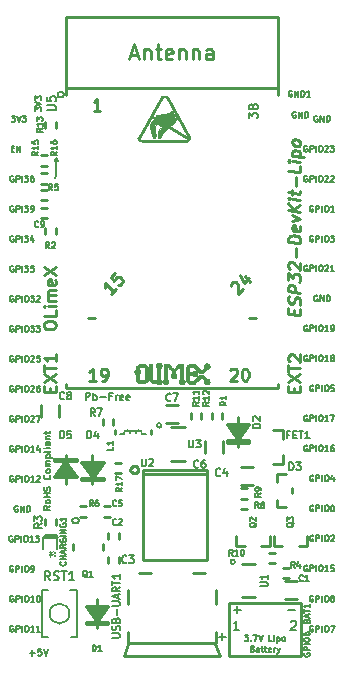
<source format=gbr>
G04 #@! TF.GenerationSoftware,KiCad,Pcbnew,5.1.5-52549c5~84~ubuntu18.04.1*
G04 #@! TF.CreationDate,2020-03-19T16:33:17+02:00*
G04 #@! TF.ProjectId,ESP32-DevKit-Lipo_Rev_C,45535033-322d-4446-9576-4b69742d4c69,C*
G04 #@! TF.SameCoordinates,Original*
G04 #@! TF.FileFunction,Legend,Top*
G04 #@! TF.FilePolarity,Positive*
%FSLAX46Y46*%
G04 Gerber Fmt 4.6, Leading zero omitted, Abs format (unit mm)*
G04 Created by KiCad (PCBNEW 5.1.5-52549c5~84~ubuntu18.04.1) date 2020-03-19 16:33:17*
%MOMM*%
%LPD*%
G04 APERTURE LIST*
%ADD10C,0.190500*%
%ADD11C,0.150000*%
%ADD12C,0.203200*%
%ADD13C,0.127000*%
%ADD14C,0.139700*%
%ADD15C,0.158750*%
%ADD16C,0.254000*%
%ADD17C,0.146050*%
%ADD18C,0.100000*%
%ADD19C,0.050000*%
%ADD20C,0.200000*%
%ADD21C,0.009000*%
G04 APERTURE END LIST*
D10*
X147474214Y-117529428D02*
X148054785Y-117529428D01*
X147764500Y-117819714D02*
X147764500Y-117239142D01*
D11*
X133731000Y-76962000D02*
X133858000Y-77216000D01*
X133731000Y-76962000D02*
X133604000Y-77216000D01*
X133731000Y-78549500D02*
X133604000Y-78676500D01*
X133731000Y-78359000D02*
X133731000Y-78549500D01*
X133731000Y-76962000D02*
X133731000Y-78359000D01*
D10*
X148744214Y-115243428D02*
X149324785Y-115243428D01*
X149034500Y-115533714D02*
X149034500Y-114953142D01*
X153316214Y-115243428D02*
X153896785Y-115243428D01*
D12*
X148844000Y-111188500D02*
G75*
G03X148844000Y-111188500I-190500J0D01*
G01*
X142621000Y-99631500D02*
G75*
G03X142621000Y-99631500I-190500J0D01*
G01*
D13*
X149654380Y-117387309D02*
X149968857Y-117387309D01*
X149799523Y-117580833D01*
X149872095Y-117580833D01*
X149920476Y-117605023D01*
X149944666Y-117629214D01*
X149968857Y-117677595D01*
X149968857Y-117798547D01*
X149944666Y-117846928D01*
X149920476Y-117871119D01*
X149872095Y-117895309D01*
X149726952Y-117895309D01*
X149678571Y-117871119D01*
X149654380Y-117846928D01*
X150186571Y-117846928D02*
X150210761Y-117871119D01*
X150186571Y-117895309D01*
X150162380Y-117871119D01*
X150186571Y-117846928D01*
X150186571Y-117895309D01*
X150380095Y-117387309D02*
X150718761Y-117387309D01*
X150501047Y-117895309D01*
X150839714Y-117387309D02*
X151009047Y-117895309D01*
X151178380Y-117387309D01*
X151976666Y-117895309D02*
X151734761Y-117895309D01*
X151734761Y-117387309D01*
X152146000Y-117895309D02*
X152146000Y-117556642D01*
X152146000Y-117387309D02*
X152121809Y-117411500D01*
X152146000Y-117435690D01*
X152170190Y-117411500D01*
X152146000Y-117387309D01*
X152146000Y-117435690D01*
X152387904Y-117556642D02*
X152387904Y-118064642D01*
X152387904Y-117580833D02*
X152436285Y-117556642D01*
X152533047Y-117556642D01*
X152581428Y-117580833D01*
X152605619Y-117605023D01*
X152629809Y-117653404D01*
X152629809Y-117798547D01*
X152605619Y-117846928D01*
X152581428Y-117871119D01*
X152533047Y-117895309D01*
X152436285Y-117895309D01*
X152387904Y-117871119D01*
X152920095Y-117895309D02*
X152871714Y-117871119D01*
X152847523Y-117846928D01*
X152823333Y-117798547D01*
X152823333Y-117653404D01*
X152847523Y-117605023D01*
X152871714Y-117580833D01*
X152920095Y-117556642D01*
X152992666Y-117556642D01*
X153041047Y-117580833D01*
X153065238Y-117605023D01*
X153089428Y-117653404D01*
X153089428Y-117798547D01*
X153065238Y-117846928D01*
X153041047Y-117871119D01*
X152992666Y-117895309D01*
X152920095Y-117895309D01*
X150331714Y-118518214D02*
X150404285Y-118542404D01*
X150428476Y-118566595D01*
X150452666Y-118614976D01*
X150452666Y-118687547D01*
X150428476Y-118735928D01*
X150404285Y-118760119D01*
X150355904Y-118784309D01*
X150162380Y-118784309D01*
X150162380Y-118276309D01*
X150331714Y-118276309D01*
X150380095Y-118300500D01*
X150404285Y-118324690D01*
X150428476Y-118373071D01*
X150428476Y-118421452D01*
X150404285Y-118469833D01*
X150380095Y-118494023D01*
X150331714Y-118518214D01*
X150162380Y-118518214D01*
X150888095Y-118784309D02*
X150888095Y-118518214D01*
X150863904Y-118469833D01*
X150815523Y-118445642D01*
X150718761Y-118445642D01*
X150670380Y-118469833D01*
X150888095Y-118760119D02*
X150839714Y-118784309D01*
X150718761Y-118784309D01*
X150670380Y-118760119D01*
X150646190Y-118711738D01*
X150646190Y-118663357D01*
X150670380Y-118614976D01*
X150718761Y-118590785D01*
X150839714Y-118590785D01*
X150888095Y-118566595D01*
X151057428Y-118445642D02*
X151250952Y-118445642D01*
X151130000Y-118276309D02*
X151130000Y-118711738D01*
X151154190Y-118760119D01*
X151202571Y-118784309D01*
X151250952Y-118784309D01*
X151347714Y-118445642D02*
X151541238Y-118445642D01*
X151420285Y-118276309D02*
X151420285Y-118711738D01*
X151444476Y-118760119D01*
X151492857Y-118784309D01*
X151541238Y-118784309D01*
X151904095Y-118760119D02*
X151855714Y-118784309D01*
X151758952Y-118784309D01*
X151710571Y-118760119D01*
X151686380Y-118711738D01*
X151686380Y-118518214D01*
X151710571Y-118469833D01*
X151758952Y-118445642D01*
X151855714Y-118445642D01*
X151904095Y-118469833D01*
X151928285Y-118518214D01*
X151928285Y-118566595D01*
X151686380Y-118614976D01*
X152146000Y-118784309D02*
X152146000Y-118445642D01*
X152146000Y-118542404D02*
X152170190Y-118494023D01*
X152194380Y-118469833D01*
X152242761Y-118445642D01*
X152291142Y-118445642D01*
X152412095Y-118445642D02*
X152533047Y-118784309D01*
X152654000Y-118445642D02*
X152533047Y-118784309D01*
X152484666Y-118905261D01*
X152460476Y-118929452D01*
X152412095Y-118953642D01*
D14*
X133221790Y-106458657D02*
X132955695Y-106644923D01*
X133221790Y-106777971D02*
X132662990Y-106777971D01*
X132662990Y-106565095D01*
X132689600Y-106511876D01*
X132716209Y-106485266D01*
X132769428Y-106458657D01*
X132849257Y-106458657D01*
X132902476Y-106485266D01*
X132929085Y-106511876D01*
X132955695Y-106565095D01*
X132955695Y-106777971D01*
X133221790Y-106139342D02*
X133195180Y-106192561D01*
X133168571Y-106219171D01*
X133115352Y-106245780D01*
X132955695Y-106245780D01*
X132902476Y-106219171D01*
X132875866Y-106192561D01*
X132849257Y-106139342D01*
X132849257Y-106059514D01*
X132875866Y-106006295D01*
X132902476Y-105979685D01*
X132955695Y-105953076D01*
X133115352Y-105953076D01*
X133168571Y-105979685D01*
X133195180Y-106006295D01*
X133221790Y-106059514D01*
X133221790Y-106139342D01*
X133221790Y-105713590D02*
X132662990Y-105713590D01*
X132929085Y-105713590D02*
X132929085Y-105394276D01*
X133221790Y-105394276D02*
X132662990Y-105394276D01*
X133195180Y-105154790D02*
X133221790Y-105074961D01*
X133221790Y-104941914D01*
X133195180Y-104888695D01*
X133168571Y-104862085D01*
X133115352Y-104835476D01*
X133062133Y-104835476D01*
X133008914Y-104862085D01*
X132982304Y-104888695D01*
X132955695Y-104941914D01*
X132929085Y-105048352D01*
X132902476Y-105101571D01*
X132875866Y-105128180D01*
X132822647Y-105154790D01*
X132769428Y-105154790D01*
X132716209Y-105128180D01*
X132689600Y-105101571D01*
X132662990Y-105048352D01*
X132662990Y-104915304D01*
X132689600Y-104835476D01*
X133168571Y-103850923D02*
X133195180Y-103877533D01*
X133221790Y-103957361D01*
X133221790Y-104010580D01*
X133195180Y-104090409D01*
X133141961Y-104143628D01*
X133088742Y-104170238D01*
X132982304Y-104196847D01*
X132902476Y-104196847D01*
X132796038Y-104170238D01*
X132742819Y-104143628D01*
X132689600Y-104090409D01*
X132662990Y-104010580D01*
X132662990Y-103957361D01*
X132689600Y-103877533D01*
X132716209Y-103850923D01*
X133221790Y-103531609D02*
X133195180Y-103584828D01*
X133168571Y-103611438D01*
X133115352Y-103638047D01*
X132955695Y-103638047D01*
X132902476Y-103611438D01*
X132875866Y-103584828D01*
X132849257Y-103531609D01*
X132849257Y-103451780D01*
X132875866Y-103398561D01*
X132902476Y-103371952D01*
X132955695Y-103345342D01*
X133115352Y-103345342D01*
X133168571Y-103371952D01*
X133195180Y-103398561D01*
X133221790Y-103451780D01*
X133221790Y-103531609D01*
X133221790Y-103105857D02*
X132849257Y-103105857D01*
X132902476Y-103105857D02*
X132875866Y-103079247D01*
X132849257Y-103026028D01*
X132849257Y-102946200D01*
X132875866Y-102892980D01*
X132929085Y-102866371D01*
X133221790Y-102866371D01*
X132929085Y-102866371D02*
X132875866Y-102839761D01*
X132849257Y-102786542D01*
X132849257Y-102706714D01*
X132875866Y-102653495D01*
X132929085Y-102626885D01*
X133221790Y-102626885D01*
X132849257Y-102360790D02*
X133408057Y-102360790D01*
X132875866Y-102360790D02*
X132849257Y-102307571D01*
X132849257Y-102201133D01*
X132875866Y-102147914D01*
X132902476Y-102121304D01*
X132955695Y-102094695D01*
X133115352Y-102094695D01*
X133168571Y-102121304D01*
X133195180Y-102147914D01*
X133221790Y-102201133D01*
X133221790Y-102307571D01*
X133195180Y-102360790D01*
X133221790Y-101775380D02*
X133195180Y-101828600D01*
X133141961Y-101855209D01*
X132662990Y-101855209D01*
X133221790Y-101562504D02*
X132849257Y-101562504D01*
X132662990Y-101562504D02*
X132689600Y-101589114D01*
X132716209Y-101562504D01*
X132689600Y-101535895D01*
X132662990Y-101562504D01*
X132716209Y-101562504D01*
X133221790Y-101056923D02*
X132929085Y-101056923D01*
X132875866Y-101083533D01*
X132849257Y-101136752D01*
X132849257Y-101243190D01*
X132875866Y-101296409D01*
X133195180Y-101056923D02*
X133221790Y-101110142D01*
X133221790Y-101243190D01*
X133195180Y-101296409D01*
X133141961Y-101323019D01*
X133088742Y-101323019D01*
X133035523Y-101296409D01*
X133008914Y-101243190D01*
X133008914Y-101110142D01*
X132982304Y-101056923D01*
X132849257Y-100790828D02*
X133221790Y-100790828D01*
X132902476Y-100790828D02*
X132875866Y-100764219D01*
X132849257Y-100711000D01*
X132849257Y-100631171D01*
X132875866Y-100577952D01*
X132929085Y-100551342D01*
X133221790Y-100551342D01*
X132849257Y-100365076D02*
X132849257Y-100152200D01*
X132662990Y-100285247D02*
X133141961Y-100285247D01*
X133195180Y-100258638D01*
X133221790Y-100205419D01*
X133221790Y-100152200D01*
D15*
X136189357Y-97505761D02*
X136189357Y-96870761D01*
X136431261Y-96870761D01*
X136491738Y-96901000D01*
X136521976Y-96931238D01*
X136552214Y-96991714D01*
X136552214Y-97082428D01*
X136521976Y-97142904D01*
X136491738Y-97173142D01*
X136431261Y-97203380D01*
X136189357Y-97203380D01*
X136824357Y-97505761D02*
X136824357Y-96870761D01*
X136824357Y-97112666D02*
X136884833Y-97082428D01*
X137005785Y-97082428D01*
X137066261Y-97112666D01*
X137096500Y-97142904D01*
X137126738Y-97203380D01*
X137126738Y-97384809D01*
X137096500Y-97445285D01*
X137066261Y-97475523D01*
X137005785Y-97505761D01*
X136884833Y-97505761D01*
X136824357Y-97475523D01*
X137398880Y-97263857D02*
X137882690Y-97263857D01*
X138396738Y-97173142D02*
X138185071Y-97173142D01*
X138185071Y-97505761D02*
X138185071Y-96870761D01*
X138487452Y-96870761D01*
X138729357Y-97505761D02*
X138729357Y-97082428D01*
X138729357Y-97203380D02*
X138759595Y-97142904D01*
X138789833Y-97112666D01*
X138850309Y-97082428D01*
X138910785Y-97082428D01*
X139364357Y-97475523D02*
X139303880Y-97505761D01*
X139182928Y-97505761D01*
X139122452Y-97475523D01*
X139092214Y-97415047D01*
X139092214Y-97173142D01*
X139122452Y-97112666D01*
X139182928Y-97082428D01*
X139303880Y-97082428D01*
X139364357Y-97112666D01*
X139394595Y-97173142D01*
X139394595Y-97233619D01*
X139092214Y-97294095D01*
X139908642Y-97475523D02*
X139848166Y-97505761D01*
X139727214Y-97505761D01*
X139666738Y-97475523D01*
X139636500Y-97415047D01*
X139636500Y-97173142D01*
X139666738Y-97112666D01*
X139727214Y-97082428D01*
X139848166Y-97082428D01*
X139908642Y-97112666D01*
X139938880Y-97173142D01*
X139938880Y-97233619D01*
X139636500Y-97294095D01*
D16*
X153851428Y-96822380D02*
X153851428Y-96483714D01*
X154383619Y-96338571D02*
X154383619Y-96822380D01*
X153367619Y-96822380D01*
X153367619Y-96338571D01*
X153367619Y-95999904D02*
X154383619Y-95322571D01*
X153367619Y-95322571D02*
X154383619Y-95999904D01*
X153367619Y-95080666D02*
X153367619Y-94500095D01*
X154383619Y-94790380D02*
X153367619Y-94790380D01*
X153464380Y-94209809D02*
X153416000Y-94161428D01*
X153367619Y-94064666D01*
X153367619Y-93822761D01*
X153416000Y-93726000D01*
X153464380Y-93677619D01*
X153561142Y-93629238D01*
X153657904Y-93629238D01*
X153803047Y-93677619D01*
X154383619Y-94258190D01*
X154383619Y-93629238D01*
X133150428Y-96822380D02*
X133150428Y-96483714D01*
X133682619Y-96338571D02*
X133682619Y-96822380D01*
X132666619Y-96822380D01*
X132666619Y-96338571D01*
X132666619Y-95999904D02*
X133682619Y-95322571D01*
X132666619Y-95322571D02*
X133682619Y-95999904D01*
X132666619Y-95080666D02*
X132666619Y-94500095D01*
X133682619Y-94790380D02*
X132666619Y-94790380D01*
X133682619Y-93629238D02*
X133682619Y-94209809D01*
X133682619Y-93919523D02*
X132666619Y-93919523D01*
X132811761Y-94016285D01*
X132908523Y-94113047D01*
X132956904Y-94209809D01*
D13*
X153981452Y-73088500D02*
X153933071Y-73064309D01*
X153860500Y-73064309D01*
X153787928Y-73088500D01*
X153739547Y-73136880D01*
X153715357Y-73185261D01*
X153691166Y-73282023D01*
X153691166Y-73354595D01*
X153715357Y-73451357D01*
X153739547Y-73499738D01*
X153787928Y-73548119D01*
X153860500Y-73572309D01*
X153908880Y-73572309D01*
X153981452Y-73548119D01*
X154005642Y-73523928D01*
X154005642Y-73354595D01*
X153908880Y-73354595D01*
X154223357Y-73572309D02*
X154223357Y-73064309D01*
X154513642Y-73572309D01*
X154513642Y-73064309D01*
X154755547Y-73572309D02*
X154755547Y-73064309D01*
X154876500Y-73064309D01*
X154949071Y-73088500D01*
X154997452Y-73136880D01*
X155021642Y-73185261D01*
X155045833Y-73282023D01*
X155045833Y-73354595D01*
X155021642Y-73451357D01*
X154997452Y-73499738D01*
X154949071Y-73548119D01*
X154876500Y-73572309D01*
X154755547Y-73572309D01*
X154686000Y-118923404D02*
X154661809Y-118971785D01*
X154661809Y-119044357D01*
X154686000Y-119116928D01*
X154734380Y-119165309D01*
X154782761Y-119189500D01*
X154879523Y-119213690D01*
X154952095Y-119213690D01*
X155048857Y-119189500D01*
X155097238Y-119165309D01*
X155145619Y-119116928D01*
X155169809Y-119044357D01*
X155169809Y-118995976D01*
X155145619Y-118923404D01*
X155121428Y-118899214D01*
X154952095Y-118899214D01*
X154952095Y-118995976D01*
X155169809Y-118681500D02*
X154661809Y-118681500D01*
X154661809Y-118487976D01*
X154686000Y-118439595D01*
X154710190Y-118415404D01*
X154758571Y-118391214D01*
X154831142Y-118391214D01*
X154879523Y-118415404D01*
X154903714Y-118439595D01*
X154927904Y-118487976D01*
X154927904Y-118681500D01*
X155169809Y-118173500D02*
X154661809Y-118173500D01*
X154661809Y-117834833D02*
X154661809Y-117738071D01*
X154686000Y-117689690D01*
X154734380Y-117641309D01*
X154831142Y-117617119D01*
X155000476Y-117617119D01*
X155097238Y-117641309D01*
X155145619Y-117689690D01*
X155169809Y-117738071D01*
X155169809Y-117834833D01*
X155145619Y-117883214D01*
X155097238Y-117931595D01*
X155000476Y-117955785D01*
X154831142Y-117955785D01*
X154734380Y-117931595D01*
X154686000Y-117883214D01*
X154661809Y-117834833D01*
X154661809Y-117181690D02*
X154661809Y-117278452D01*
X154686000Y-117326833D01*
X154710190Y-117351023D01*
X154782761Y-117399404D01*
X154879523Y-117423595D01*
X155073047Y-117423595D01*
X155121428Y-117399404D01*
X155145619Y-117375214D01*
X155169809Y-117326833D01*
X155169809Y-117230071D01*
X155145619Y-117181690D01*
X155121428Y-117157500D01*
X155073047Y-117133309D01*
X154952095Y-117133309D01*
X154903714Y-117157500D01*
X154879523Y-117181690D01*
X154855333Y-117230071D01*
X154855333Y-117326833D01*
X154879523Y-117375214D01*
X154903714Y-117399404D01*
X154952095Y-117423595D01*
X155460095Y-116611400D02*
X155411714Y-116587209D01*
X155339142Y-116587209D01*
X155266571Y-116611400D01*
X155218190Y-116659780D01*
X155194000Y-116708161D01*
X155169809Y-116804923D01*
X155169809Y-116877495D01*
X155194000Y-116974257D01*
X155218190Y-117022638D01*
X155266571Y-117071019D01*
X155339142Y-117095209D01*
X155387523Y-117095209D01*
X155460095Y-117071019D01*
X155484285Y-117046828D01*
X155484285Y-116877495D01*
X155387523Y-116877495D01*
X155702000Y-117095209D02*
X155702000Y-116587209D01*
X155895523Y-116587209D01*
X155943904Y-116611400D01*
X155968095Y-116635590D01*
X155992285Y-116683971D01*
X155992285Y-116756542D01*
X155968095Y-116804923D01*
X155943904Y-116829114D01*
X155895523Y-116853304D01*
X155702000Y-116853304D01*
X156210000Y-117095209D02*
X156210000Y-116587209D01*
X156548666Y-116587209D02*
X156645428Y-116587209D01*
X156693809Y-116611400D01*
X156742190Y-116659780D01*
X156766380Y-116756542D01*
X156766380Y-116925876D01*
X156742190Y-117022638D01*
X156693809Y-117071019D01*
X156645428Y-117095209D01*
X156548666Y-117095209D01*
X156500285Y-117071019D01*
X156451904Y-117022638D01*
X156427714Y-116925876D01*
X156427714Y-116756542D01*
X156451904Y-116659780D01*
X156500285Y-116611400D01*
X156548666Y-116587209D01*
X156935714Y-116587209D02*
X157274380Y-116587209D01*
X157056666Y-117095209D01*
X155460095Y-114071400D02*
X155411714Y-114047209D01*
X155339142Y-114047209D01*
X155266571Y-114071400D01*
X155218190Y-114119780D01*
X155194000Y-114168161D01*
X155169809Y-114264923D01*
X155169809Y-114337495D01*
X155194000Y-114434257D01*
X155218190Y-114482638D01*
X155266571Y-114531019D01*
X155339142Y-114555209D01*
X155387523Y-114555209D01*
X155460095Y-114531019D01*
X155484285Y-114506828D01*
X155484285Y-114337495D01*
X155387523Y-114337495D01*
X155702000Y-114555209D02*
X155702000Y-114047209D01*
X155895523Y-114047209D01*
X155943904Y-114071400D01*
X155968095Y-114095590D01*
X155992285Y-114143971D01*
X155992285Y-114216542D01*
X155968095Y-114264923D01*
X155943904Y-114289114D01*
X155895523Y-114313304D01*
X155702000Y-114313304D01*
X156210000Y-114555209D02*
X156210000Y-114047209D01*
X156548666Y-114047209D02*
X156645428Y-114047209D01*
X156693809Y-114071400D01*
X156742190Y-114119780D01*
X156766380Y-114216542D01*
X156766380Y-114385876D01*
X156742190Y-114482638D01*
X156693809Y-114531019D01*
X156645428Y-114555209D01*
X156548666Y-114555209D01*
X156500285Y-114531019D01*
X156451904Y-114482638D01*
X156427714Y-114385876D01*
X156427714Y-114216542D01*
X156451904Y-114119780D01*
X156500285Y-114071400D01*
X156548666Y-114047209D01*
X157056666Y-114264923D02*
X157008285Y-114240733D01*
X156984095Y-114216542D01*
X156959904Y-114168161D01*
X156959904Y-114143971D01*
X156984095Y-114095590D01*
X157008285Y-114071400D01*
X157056666Y-114047209D01*
X157153428Y-114047209D01*
X157201809Y-114071400D01*
X157226000Y-114095590D01*
X157250190Y-114143971D01*
X157250190Y-114168161D01*
X157226000Y-114216542D01*
X157201809Y-114240733D01*
X157153428Y-114264923D01*
X157056666Y-114264923D01*
X157008285Y-114289114D01*
X156984095Y-114313304D01*
X156959904Y-114361685D01*
X156959904Y-114458447D01*
X156984095Y-114506828D01*
X157008285Y-114531019D01*
X157056666Y-114555209D01*
X157153428Y-114555209D01*
X157201809Y-114531019D01*
X157226000Y-114506828D01*
X157250190Y-114458447D01*
X157250190Y-114361685D01*
X157226000Y-114313304D01*
X157201809Y-114289114D01*
X157153428Y-114264923D01*
X154964190Y-111506000D02*
X154915809Y-111481809D01*
X154843238Y-111481809D01*
X154770666Y-111506000D01*
X154722285Y-111554380D01*
X154698095Y-111602761D01*
X154673904Y-111699523D01*
X154673904Y-111772095D01*
X154698095Y-111868857D01*
X154722285Y-111917238D01*
X154770666Y-111965619D01*
X154843238Y-111989809D01*
X154891619Y-111989809D01*
X154964190Y-111965619D01*
X154988380Y-111941428D01*
X154988380Y-111772095D01*
X154891619Y-111772095D01*
X155206095Y-111989809D02*
X155206095Y-111481809D01*
X155399619Y-111481809D01*
X155448000Y-111506000D01*
X155472190Y-111530190D01*
X155496380Y-111578571D01*
X155496380Y-111651142D01*
X155472190Y-111699523D01*
X155448000Y-111723714D01*
X155399619Y-111747904D01*
X155206095Y-111747904D01*
X155714095Y-111989809D02*
X155714095Y-111481809D01*
X156052761Y-111481809D02*
X156149523Y-111481809D01*
X156197904Y-111506000D01*
X156246285Y-111554380D01*
X156270476Y-111651142D01*
X156270476Y-111820476D01*
X156246285Y-111917238D01*
X156197904Y-111965619D01*
X156149523Y-111989809D01*
X156052761Y-111989809D01*
X156004380Y-111965619D01*
X155956000Y-111917238D01*
X155931809Y-111820476D01*
X155931809Y-111651142D01*
X155956000Y-111554380D01*
X156004380Y-111506000D01*
X156052761Y-111481809D01*
X156754285Y-111989809D02*
X156464000Y-111989809D01*
X156609142Y-111989809D02*
X156609142Y-111481809D01*
X156560761Y-111554380D01*
X156512380Y-111602761D01*
X156464000Y-111626952D01*
X157213904Y-111481809D02*
X156972000Y-111481809D01*
X156947809Y-111723714D01*
X156972000Y-111699523D01*
X157020380Y-111675333D01*
X157141333Y-111675333D01*
X157189714Y-111699523D01*
X157213904Y-111723714D01*
X157238095Y-111772095D01*
X157238095Y-111893047D01*
X157213904Y-111941428D01*
X157189714Y-111965619D01*
X157141333Y-111989809D01*
X157020380Y-111989809D01*
X156972000Y-111965619D01*
X156947809Y-111941428D01*
X155460095Y-108966000D02*
X155411714Y-108941809D01*
X155339142Y-108941809D01*
X155266571Y-108966000D01*
X155218190Y-109014380D01*
X155194000Y-109062761D01*
X155169809Y-109159523D01*
X155169809Y-109232095D01*
X155194000Y-109328857D01*
X155218190Y-109377238D01*
X155266571Y-109425619D01*
X155339142Y-109449809D01*
X155387523Y-109449809D01*
X155460095Y-109425619D01*
X155484285Y-109401428D01*
X155484285Y-109232095D01*
X155387523Y-109232095D01*
X155702000Y-109449809D02*
X155702000Y-108941809D01*
X155895523Y-108941809D01*
X155943904Y-108966000D01*
X155968095Y-108990190D01*
X155992285Y-109038571D01*
X155992285Y-109111142D01*
X155968095Y-109159523D01*
X155943904Y-109183714D01*
X155895523Y-109207904D01*
X155702000Y-109207904D01*
X156210000Y-109449809D02*
X156210000Y-108941809D01*
X156548666Y-108941809D02*
X156645428Y-108941809D01*
X156693809Y-108966000D01*
X156742190Y-109014380D01*
X156766380Y-109111142D01*
X156766380Y-109280476D01*
X156742190Y-109377238D01*
X156693809Y-109425619D01*
X156645428Y-109449809D01*
X156548666Y-109449809D01*
X156500285Y-109425619D01*
X156451904Y-109377238D01*
X156427714Y-109280476D01*
X156427714Y-109111142D01*
X156451904Y-109014380D01*
X156500285Y-108966000D01*
X156548666Y-108941809D01*
X156959904Y-108990190D02*
X156984095Y-108966000D01*
X157032476Y-108941809D01*
X157153428Y-108941809D01*
X157201809Y-108966000D01*
X157226000Y-108990190D01*
X157250190Y-109038571D01*
X157250190Y-109086952D01*
X157226000Y-109159523D01*
X156935714Y-109449809D01*
X157250190Y-109449809D01*
X155460095Y-106426000D02*
X155411714Y-106401809D01*
X155339142Y-106401809D01*
X155266571Y-106426000D01*
X155218190Y-106474380D01*
X155194000Y-106522761D01*
X155169809Y-106619523D01*
X155169809Y-106692095D01*
X155194000Y-106788857D01*
X155218190Y-106837238D01*
X155266571Y-106885619D01*
X155339142Y-106909809D01*
X155387523Y-106909809D01*
X155460095Y-106885619D01*
X155484285Y-106861428D01*
X155484285Y-106692095D01*
X155387523Y-106692095D01*
X155702000Y-106909809D02*
X155702000Y-106401809D01*
X155895523Y-106401809D01*
X155943904Y-106426000D01*
X155968095Y-106450190D01*
X155992285Y-106498571D01*
X155992285Y-106571142D01*
X155968095Y-106619523D01*
X155943904Y-106643714D01*
X155895523Y-106667904D01*
X155702000Y-106667904D01*
X156210000Y-106909809D02*
X156210000Y-106401809D01*
X156548666Y-106401809D02*
X156645428Y-106401809D01*
X156693809Y-106426000D01*
X156742190Y-106474380D01*
X156766380Y-106571142D01*
X156766380Y-106740476D01*
X156742190Y-106837238D01*
X156693809Y-106885619D01*
X156645428Y-106909809D01*
X156548666Y-106909809D01*
X156500285Y-106885619D01*
X156451904Y-106837238D01*
X156427714Y-106740476D01*
X156427714Y-106571142D01*
X156451904Y-106474380D01*
X156500285Y-106426000D01*
X156548666Y-106401809D01*
X157080857Y-106401809D02*
X157129238Y-106401809D01*
X157177619Y-106426000D01*
X157201809Y-106450190D01*
X157226000Y-106498571D01*
X157250190Y-106595333D01*
X157250190Y-106716285D01*
X157226000Y-106813047D01*
X157201809Y-106861428D01*
X157177619Y-106885619D01*
X157129238Y-106909809D01*
X157080857Y-106909809D01*
X157032476Y-106885619D01*
X157008285Y-106861428D01*
X156984095Y-106813047D01*
X156959904Y-106716285D01*
X156959904Y-106595333D01*
X156984095Y-106498571D01*
X157008285Y-106450190D01*
X157032476Y-106426000D01*
X157080857Y-106401809D01*
X155460095Y-103886000D02*
X155411714Y-103861809D01*
X155339142Y-103861809D01*
X155266571Y-103886000D01*
X155218190Y-103934380D01*
X155194000Y-103982761D01*
X155169809Y-104079523D01*
X155169809Y-104152095D01*
X155194000Y-104248857D01*
X155218190Y-104297238D01*
X155266571Y-104345619D01*
X155339142Y-104369809D01*
X155387523Y-104369809D01*
X155460095Y-104345619D01*
X155484285Y-104321428D01*
X155484285Y-104152095D01*
X155387523Y-104152095D01*
X155702000Y-104369809D02*
X155702000Y-103861809D01*
X155895523Y-103861809D01*
X155943904Y-103886000D01*
X155968095Y-103910190D01*
X155992285Y-103958571D01*
X155992285Y-104031142D01*
X155968095Y-104079523D01*
X155943904Y-104103714D01*
X155895523Y-104127904D01*
X155702000Y-104127904D01*
X156210000Y-104369809D02*
X156210000Y-103861809D01*
X156548666Y-103861809D02*
X156645428Y-103861809D01*
X156693809Y-103886000D01*
X156742190Y-103934380D01*
X156766380Y-104031142D01*
X156766380Y-104200476D01*
X156742190Y-104297238D01*
X156693809Y-104345619D01*
X156645428Y-104369809D01*
X156548666Y-104369809D01*
X156500285Y-104345619D01*
X156451904Y-104297238D01*
X156427714Y-104200476D01*
X156427714Y-104031142D01*
X156451904Y-103934380D01*
X156500285Y-103886000D01*
X156548666Y-103861809D01*
X157201809Y-104031142D02*
X157201809Y-104369809D01*
X157080857Y-103837619D02*
X156959904Y-104200476D01*
X157274380Y-104200476D01*
X154964190Y-101346000D02*
X154915809Y-101321809D01*
X154843238Y-101321809D01*
X154770666Y-101346000D01*
X154722285Y-101394380D01*
X154698095Y-101442761D01*
X154673904Y-101539523D01*
X154673904Y-101612095D01*
X154698095Y-101708857D01*
X154722285Y-101757238D01*
X154770666Y-101805619D01*
X154843238Y-101829809D01*
X154891619Y-101829809D01*
X154964190Y-101805619D01*
X154988380Y-101781428D01*
X154988380Y-101612095D01*
X154891619Y-101612095D01*
X155206095Y-101829809D02*
X155206095Y-101321809D01*
X155399619Y-101321809D01*
X155448000Y-101346000D01*
X155472190Y-101370190D01*
X155496380Y-101418571D01*
X155496380Y-101491142D01*
X155472190Y-101539523D01*
X155448000Y-101563714D01*
X155399619Y-101587904D01*
X155206095Y-101587904D01*
X155714095Y-101829809D02*
X155714095Y-101321809D01*
X156052761Y-101321809D02*
X156149523Y-101321809D01*
X156197904Y-101346000D01*
X156246285Y-101394380D01*
X156270476Y-101491142D01*
X156270476Y-101660476D01*
X156246285Y-101757238D01*
X156197904Y-101805619D01*
X156149523Y-101829809D01*
X156052761Y-101829809D01*
X156004380Y-101805619D01*
X155956000Y-101757238D01*
X155931809Y-101660476D01*
X155931809Y-101491142D01*
X155956000Y-101394380D01*
X156004380Y-101346000D01*
X156052761Y-101321809D01*
X156754285Y-101829809D02*
X156464000Y-101829809D01*
X156609142Y-101829809D02*
X156609142Y-101321809D01*
X156560761Y-101394380D01*
X156512380Y-101442761D01*
X156464000Y-101466952D01*
X157189714Y-101321809D02*
X157092952Y-101321809D01*
X157044571Y-101346000D01*
X157020380Y-101370190D01*
X156972000Y-101442761D01*
X156947809Y-101539523D01*
X156947809Y-101733047D01*
X156972000Y-101781428D01*
X156996190Y-101805619D01*
X157044571Y-101829809D01*
X157141333Y-101829809D01*
X157189714Y-101805619D01*
X157213904Y-101781428D01*
X157238095Y-101733047D01*
X157238095Y-101612095D01*
X157213904Y-101563714D01*
X157189714Y-101539523D01*
X157141333Y-101515333D01*
X157044571Y-101515333D01*
X156996190Y-101539523D01*
X156972000Y-101563714D01*
X156947809Y-101612095D01*
X154964190Y-98806000D02*
X154915809Y-98781809D01*
X154843238Y-98781809D01*
X154770666Y-98806000D01*
X154722285Y-98854380D01*
X154698095Y-98902761D01*
X154673904Y-98999523D01*
X154673904Y-99072095D01*
X154698095Y-99168857D01*
X154722285Y-99217238D01*
X154770666Y-99265619D01*
X154843238Y-99289809D01*
X154891619Y-99289809D01*
X154964190Y-99265619D01*
X154988380Y-99241428D01*
X154988380Y-99072095D01*
X154891619Y-99072095D01*
X155206095Y-99289809D02*
X155206095Y-98781809D01*
X155399619Y-98781809D01*
X155448000Y-98806000D01*
X155472190Y-98830190D01*
X155496380Y-98878571D01*
X155496380Y-98951142D01*
X155472190Y-98999523D01*
X155448000Y-99023714D01*
X155399619Y-99047904D01*
X155206095Y-99047904D01*
X155714095Y-99289809D02*
X155714095Y-98781809D01*
X156052761Y-98781809D02*
X156149523Y-98781809D01*
X156197904Y-98806000D01*
X156246285Y-98854380D01*
X156270476Y-98951142D01*
X156270476Y-99120476D01*
X156246285Y-99217238D01*
X156197904Y-99265619D01*
X156149523Y-99289809D01*
X156052761Y-99289809D01*
X156004380Y-99265619D01*
X155956000Y-99217238D01*
X155931809Y-99120476D01*
X155931809Y-98951142D01*
X155956000Y-98854380D01*
X156004380Y-98806000D01*
X156052761Y-98781809D01*
X156754285Y-99289809D02*
X156464000Y-99289809D01*
X156609142Y-99289809D02*
X156609142Y-98781809D01*
X156560761Y-98854380D01*
X156512380Y-98902761D01*
X156464000Y-98926952D01*
X156923619Y-98781809D02*
X157262285Y-98781809D01*
X157044571Y-99289809D01*
X155460095Y-96266000D02*
X155411714Y-96241809D01*
X155339142Y-96241809D01*
X155266571Y-96266000D01*
X155218190Y-96314380D01*
X155194000Y-96362761D01*
X155169809Y-96459523D01*
X155169809Y-96532095D01*
X155194000Y-96628857D01*
X155218190Y-96677238D01*
X155266571Y-96725619D01*
X155339142Y-96749809D01*
X155387523Y-96749809D01*
X155460095Y-96725619D01*
X155484285Y-96701428D01*
X155484285Y-96532095D01*
X155387523Y-96532095D01*
X155702000Y-96749809D02*
X155702000Y-96241809D01*
X155895523Y-96241809D01*
X155943904Y-96266000D01*
X155968095Y-96290190D01*
X155992285Y-96338571D01*
X155992285Y-96411142D01*
X155968095Y-96459523D01*
X155943904Y-96483714D01*
X155895523Y-96507904D01*
X155702000Y-96507904D01*
X156210000Y-96749809D02*
X156210000Y-96241809D01*
X156548666Y-96241809D02*
X156645428Y-96241809D01*
X156693809Y-96266000D01*
X156742190Y-96314380D01*
X156766380Y-96411142D01*
X156766380Y-96580476D01*
X156742190Y-96677238D01*
X156693809Y-96725619D01*
X156645428Y-96749809D01*
X156548666Y-96749809D01*
X156500285Y-96725619D01*
X156451904Y-96677238D01*
X156427714Y-96580476D01*
X156427714Y-96411142D01*
X156451904Y-96314380D01*
X156500285Y-96266000D01*
X156548666Y-96241809D01*
X157226000Y-96241809D02*
X156984095Y-96241809D01*
X156959904Y-96483714D01*
X156984095Y-96459523D01*
X157032476Y-96435333D01*
X157153428Y-96435333D01*
X157201809Y-96459523D01*
X157226000Y-96483714D01*
X157250190Y-96532095D01*
X157250190Y-96653047D01*
X157226000Y-96701428D01*
X157201809Y-96725619D01*
X157153428Y-96749809D01*
X157032476Y-96749809D01*
X156984095Y-96725619D01*
X156959904Y-96701428D01*
X154964190Y-93726000D02*
X154915809Y-93701809D01*
X154843238Y-93701809D01*
X154770666Y-93726000D01*
X154722285Y-93774380D01*
X154698095Y-93822761D01*
X154673904Y-93919523D01*
X154673904Y-93992095D01*
X154698095Y-94088857D01*
X154722285Y-94137238D01*
X154770666Y-94185619D01*
X154843238Y-94209809D01*
X154891619Y-94209809D01*
X154964190Y-94185619D01*
X154988380Y-94161428D01*
X154988380Y-93992095D01*
X154891619Y-93992095D01*
X155206095Y-94209809D02*
X155206095Y-93701809D01*
X155399619Y-93701809D01*
X155448000Y-93726000D01*
X155472190Y-93750190D01*
X155496380Y-93798571D01*
X155496380Y-93871142D01*
X155472190Y-93919523D01*
X155448000Y-93943714D01*
X155399619Y-93967904D01*
X155206095Y-93967904D01*
X155714095Y-94209809D02*
X155714095Y-93701809D01*
X156052761Y-93701809D02*
X156149523Y-93701809D01*
X156197904Y-93726000D01*
X156246285Y-93774380D01*
X156270476Y-93871142D01*
X156270476Y-94040476D01*
X156246285Y-94137238D01*
X156197904Y-94185619D01*
X156149523Y-94209809D01*
X156052761Y-94209809D01*
X156004380Y-94185619D01*
X155956000Y-94137238D01*
X155931809Y-94040476D01*
X155931809Y-93871142D01*
X155956000Y-93774380D01*
X156004380Y-93726000D01*
X156052761Y-93701809D01*
X156754285Y-94209809D02*
X156464000Y-94209809D01*
X156609142Y-94209809D02*
X156609142Y-93701809D01*
X156560761Y-93774380D01*
X156512380Y-93822761D01*
X156464000Y-93846952D01*
X157044571Y-93919523D02*
X156996190Y-93895333D01*
X156972000Y-93871142D01*
X156947809Y-93822761D01*
X156947809Y-93798571D01*
X156972000Y-93750190D01*
X156996190Y-93726000D01*
X157044571Y-93701809D01*
X157141333Y-93701809D01*
X157189714Y-93726000D01*
X157213904Y-93750190D01*
X157238095Y-93798571D01*
X157238095Y-93822761D01*
X157213904Y-93871142D01*
X157189714Y-93895333D01*
X157141333Y-93919523D01*
X157044571Y-93919523D01*
X156996190Y-93943714D01*
X156972000Y-93967904D01*
X156947809Y-94016285D01*
X156947809Y-94113047D01*
X156972000Y-94161428D01*
X156996190Y-94185619D01*
X157044571Y-94209809D01*
X157141333Y-94209809D01*
X157189714Y-94185619D01*
X157213904Y-94161428D01*
X157238095Y-94113047D01*
X157238095Y-94016285D01*
X157213904Y-93967904D01*
X157189714Y-93943714D01*
X157141333Y-93919523D01*
X154964190Y-91186000D02*
X154915809Y-91161809D01*
X154843238Y-91161809D01*
X154770666Y-91186000D01*
X154722285Y-91234380D01*
X154698095Y-91282761D01*
X154673904Y-91379523D01*
X154673904Y-91452095D01*
X154698095Y-91548857D01*
X154722285Y-91597238D01*
X154770666Y-91645619D01*
X154843238Y-91669809D01*
X154891619Y-91669809D01*
X154964190Y-91645619D01*
X154988380Y-91621428D01*
X154988380Y-91452095D01*
X154891619Y-91452095D01*
X155206095Y-91669809D02*
X155206095Y-91161809D01*
X155399619Y-91161809D01*
X155448000Y-91186000D01*
X155472190Y-91210190D01*
X155496380Y-91258571D01*
X155496380Y-91331142D01*
X155472190Y-91379523D01*
X155448000Y-91403714D01*
X155399619Y-91427904D01*
X155206095Y-91427904D01*
X155714095Y-91669809D02*
X155714095Y-91161809D01*
X156052761Y-91161809D02*
X156149523Y-91161809D01*
X156197904Y-91186000D01*
X156246285Y-91234380D01*
X156270476Y-91331142D01*
X156270476Y-91500476D01*
X156246285Y-91597238D01*
X156197904Y-91645619D01*
X156149523Y-91669809D01*
X156052761Y-91669809D01*
X156004380Y-91645619D01*
X155956000Y-91597238D01*
X155931809Y-91500476D01*
X155931809Y-91331142D01*
X155956000Y-91234380D01*
X156004380Y-91186000D01*
X156052761Y-91161809D01*
X156754285Y-91669809D02*
X156464000Y-91669809D01*
X156609142Y-91669809D02*
X156609142Y-91161809D01*
X156560761Y-91234380D01*
X156512380Y-91282761D01*
X156464000Y-91306952D01*
X156996190Y-91669809D02*
X157092952Y-91669809D01*
X157141333Y-91645619D01*
X157165523Y-91621428D01*
X157213904Y-91548857D01*
X157238095Y-91452095D01*
X157238095Y-91258571D01*
X157213904Y-91210190D01*
X157189714Y-91186000D01*
X157141333Y-91161809D01*
X157044571Y-91161809D01*
X156996190Y-91186000D01*
X156972000Y-91210190D01*
X156947809Y-91258571D01*
X156947809Y-91379523D01*
X156972000Y-91427904D01*
X156996190Y-91452095D01*
X157044571Y-91476285D01*
X157141333Y-91476285D01*
X157189714Y-91452095D01*
X157213904Y-91427904D01*
X157238095Y-91379523D01*
X155822952Y-88646000D02*
X155774571Y-88621809D01*
X155702000Y-88621809D01*
X155629428Y-88646000D01*
X155581047Y-88694380D01*
X155556857Y-88742761D01*
X155532666Y-88839523D01*
X155532666Y-88912095D01*
X155556857Y-89008857D01*
X155581047Y-89057238D01*
X155629428Y-89105619D01*
X155702000Y-89129809D01*
X155750380Y-89129809D01*
X155822952Y-89105619D01*
X155847142Y-89081428D01*
X155847142Y-88912095D01*
X155750380Y-88912095D01*
X156064857Y-89129809D02*
X156064857Y-88621809D01*
X156355142Y-89129809D01*
X156355142Y-88621809D01*
X156597047Y-89129809D02*
X156597047Y-88621809D01*
X156718000Y-88621809D01*
X156790571Y-88646000D01*
X156838952Y-88694380D01*
X156863142Y-88742761D01*
X156887333Y-88839523D01*
X156887333Y-88912095D01*
X156863142Y-89008857D01*
X156838952Y-89057238D01*
X156790571Y-89105619D01*
X156718000Y-89129809D01*
X156597047Y-89129809D01*
X154964190Y-86106000D02*
X154915809Y-86081809D01*
X154843238Y-86081809D01*
X154770666Y-86106000D01*
X154722285Y-86154380D01*
X154698095Y-86202761D01*
X154673904Y-86299523D01*
X154673904Y-86372095D01*
X154698095Y-86468857D01*
X154722285Y-86517238D01*
X154770666Y-86565619D01*
X154843238Y-86589809D01*
X154891619Y-86589809D01*
X154964190Y-86565619D01*
X154988380Y-86541428D01*
X154988380Y-86372095D01*
X154891619Y-86372095D01*
X155206095Y-86589809D02*
X155206095Y-86081809D01*
X155399619Y-86081809D01*
X155448000Y-86106000D01*
X155472190Y-86130190D01*
X155496380Y-86178571D01*
X155496380Y-86251142D01*
X155472190Y-86299523D01*
X155448000Y-86323714D01*
X155399619Y-86347904D01*
X155206095Y-86347904D01*
X155714095Y-86589809D02*
X155714095Y-86081809D01*
X156052761Y-86081809D02*
X156149523Y-86081809D01*
X156197904Y-86106000D01*
X156246285Y-86154380D01*
X156270476Y-86251142D01*
X156270476Y-86420476D01*
X156246285Y-86517238D01*
X156197904Y-86565619D01*
X156149523Y-86589809D01*
X156052761Y-86589809D01*
X156004380Y-86565619D01*
X155956000Y-86517238D01*
X155931809Y-86420476D01*
X155931809Y-86251142D01*
X155956000Y-86154380D01*
X156004380Y-86106000D01*
X156052761Y-86081809D01*
X156464000Y-86130190D02*
X156488190Y-86106000D01*
X156536571Y-86081809D01*
X156657523Y-86081809D01*
X156705904Y-86106000D01*
X156730095Y-86130190D01*
X156754285Y-86178571D01*
X156754285Y-86226952D01*
X156730095Y-86299523D01*
X156439809Y-86589809D01*
X156754285Y-86589809D01*
X157238095Y-86589809D02*
X156947809Y-86589809D01*
X157092952Y-86589809D02*
X157092952Y-86081809D01*
X157044571Y-86154380D01*
X156996190Y-86202761D01*
X156947809Y-86226952D01*
X155460095Y-83591400D02*
X155411714Y-83567209D01*
X155339142Y-83567209D01*
X155266571Y-83591400D01*
X155218190Y-83639780D01*
X155194000Y-83688161D01*
X155169809Y-83784923D01*
X155169809Y-83857495D01*
X155194000Y-83954257D01*
X155218190Y-84002638D01*
X155266571Y-84051019D01*
X155339142Y-84075209D01*
X155387523Y-84075209D01*
X155460095Y-84051019D01*
X155484285Y-84026828D01*
X155484285Y-83857495D01*
X155387523Y-83857495D01*
X155702000Y-84075209D02*
X155702000Y-83567209D01*
X155895523Y-83567209D01*
X155943904Y-83591400D01*
X155968095Y-83615590D01*
X155992285Y-83663971D01*
X155992285Y-83736542D01*
X155968095Y-83784923D01*
X155943904Y-83809114D01*
X155895523Y-83833304D01*
X155702000Y-83833304D01*
X156210000Y-84075209D02*
X156210000Y-83567209D01*
X156548666Y-83567209D02*
X156645428Y-83567209D01*
X156693809Y-83591400D01*
X156742190Y-83639780D01*
X156766380Y-83736542D01*
X156766380Y-83905876D01*
X156742190Y-84002638D01*
X156693809Y-84051019D01*
X156645428Y-84075209D01*
X156548666Y-84075209D01*
X156500285Y-84051019D01*
X156451904Y-84002638D01*
X156427714Y-83905876D01*
X156427714Y-83736542D01*
X156451904Y-83639780D01*
X156500285Y-83591400D01*
X156548666Y-83567209D01*
X156935714Y-83567209D02*
X157250190Y-83567209D01*
X157080857Y-83760733D01*
X157153428Y-83760733D01*
X157201809Y-83784923D01*
X157226000Y-83809114D01*
X157250190Y-83857495D01*
X157250190Y-83978447D01*
X157226000Y-84026828D01*
X157201809Y-84051019D01*
X157153428Y-84075209D01*
X157008285Y-84075209D01*
X156959904Y-84051019D01*
X156935714Y-84026828D01*
X155460095Y-81051400D02*
X155411714Y-81027209D01*
X155339142Y-81027209D01*
X155266571Y-81051400D01*
X155218190Y-81099780D01*
X155194000Y-81148161D01*
X155169809Y-81244923D01*
X155169809Y-81317495D01*
X155194000Y-81414257D01*
X155218190Y-81462638D01*
X155266571Y-81511019D01*
X155339142Y-81535209D01*
X155387523Y-81535209D01*
X155460095Y-81511019D01*
X155484285Y-81486828D01*
X155484285Y-81317495D01*
X155387523Y-81317495D01*
X155702000Y-81535209D02*
X155702000Y-81027209D01*
X155895523Y-81027209D01*
X155943904Y-81051400D01*
X155968095Y-81075590D01*
X155992285Y-81123971D01*
X155992285Y-81196542D01*
X155968095Y-81244923D01*
X155943904Y-81269114D01*
X155895523Y-81293304D01*
X155702000Y-81293304D01*
X156210000Y-81535209D02*
X156210000Y-81027209D01*
X156548666Y-81027209D02*
X156645428Y-81027209D01*
X156693809Y-81051400D01*
X156742190Y-81099780D01*
X156766380Y-81196542D01*
X156766380Y-81365876D01*
X156742190Y-81462638D01*
X156693809Y-81511019D01*
X156645428Y-81535209D01*
X156548666Y-81535209D01*
X156500285Y-81511019D01*
X156451904Y-81462638D01*
X156427714Y-81365876D01*
X156427714Y-81196542D01*
X156451904Y-81099780D01*
X156500285Y-81051400D01*
X156548666Y-81027209D01*
X157250190Y-81535209D02*
X156959904Y-81535209D01*
X157105047Y-81535209D02*
X157105047Y-81027209D01*
X157056666Y-81099780D01*
X157008285Y-81148161D01*
X156959904Y-81172352D01*
X154964190Y-78511400D02*
X154915809Y-78487209D01*
X154843238Y-78487209D01*
X154770666Y-78511400D01*
X154722285Y-78559780D01*
X154698095Y-78608161D01*
X154673904Y-78704923D01*
X154673904Y-78777495D01*
X154698095Y-78874257D01*
X154722285Y-78922638D01*
X154770666Y-78971019D01*
X154843238Y-78995209D01*
X154891619Y-78995209D01*
X154964190Y-78971019D01*
X154988380Y-78946828D01*
X154988380Y-78777495D01*
X154891619Y-78777495D01*
X155206095Y-78995209D02*
X155206095Y-78487209D01*
X155399619Y-78487209D01*
X155448000Y-78511400D01*
X155472190Y-78535590D01*
X155496380Y-78583971D01*
X155496380Y-78656542D01*
X155472190Y-78704923D01*
X155448000Y-78729114D01*
X155399619Y-78753304D01*
X155206095Y-78753304D01*
X155714095Y-78995209D02*
X155714095Y-78487209D01*
X156052761Y-78487209D02*
X156149523Y-78487209D01*
X156197904Y-78511400D01*
X156246285Y-78559780D01*
X156270476Y-78656542D01*
X156270476Y-78825876D01*
X156246285Y-78922638D01*
X156197904Y-78971019D01*
X156149523Y-78995209D01*
X156052761Y-78995209D01*
X156004380Y-78971019D01*
X155956000Y-78922638D01*
X155931809Y-78825876D01*
X155931809Y-78656542D01*
X155956000Y-78559780D01*
X156004380Y-78511400D01*
X156052761Y-78487209D01*
X156464000Y-78535590D02*
X156488190Y-78511400D01*
X156536571Y-78487209D01*
X156657523Y-78487209D01*
X156705904Y-78511400D01*
X156730095Y-78535590D01*
X156754285Y-78583971D01*
X156754285Y-78632352D01*
X156730095Y-78704923D01*
X156439809Y-78995209D01*
X156754285Y-78995209D01*
X156947809Y-78535590D02*
X156972000Y-78511400D01*
X157020380Y-78487209D01*
X157141333Y-78487209D01*
X157189714Y-78511400D01*
X157213904Y-78535590D01*
X157238095Y-78583971D01*
X157238095Y-78632352D01*
X157213904Y-78704923D01*
X156923619Y-78995209D01*
X157238095Y-78995209D01*
X154964190Y-75971400D02*
X154915809Y-75947209D01*
X154843238Y-75947209D01*
X154770666Y-75971400D01*
X154722285Y-76019780D01*
X154698095Y-76068161D01*
X154673904Y-76164923D01*
X154673904Y-76237495D01*
X154698095Y-76334257D01*
X154722285Y-76382638D01*
X154770666Y-76431019D01*
X154843238Y-76455209D01*
X154891619Y-76455209D01*
X154964190Y-76431019D01*
X154988380Y-76406828D01*
X154988380Y-76237495D01*
X154891619Y-76237495D01*
X155206095Y-76455209D02*
X155206095Y-75947209D01*
X155399619Y-75947209D01*
X155448000Y-75971400D01*
X155472190Y-75995590D01*
X155496380Y-76043971D01*
X155496380Y-76116542D01*
X155472190Y-76164923D01*
X155448000Y-76189114D01*
X155399619Y-76213304D01*
X155206095Y-76213304D01*
X155714095Y-76455209D02*
X155714095Y-75947209D01*
X156052761Y-75947209D02*
X156149523Y-75947209D01*
X156197904Y-75971400D01*
X156246285Y-76019780D01*
X156270476Y-76116542D01*
X156270476Y-76285876D01*
X156246285Y-76382638D01*
X156197904Y-76431019D01*
X156149523Y-76455209D01*
X156052761Y-76455209D01*
X156004380Y-76431019D01*
X155956000Y-76382638D01*
X155931809Y-76285876D01*
X155931809Y-76116542D01*
X155956000Y-76019780D01*
X156004380Y-75971400D01*
X156052761Y-75947209D01*
X156464000Y-75995590D02*
X156488190Y-75971400D01*
X156536571Y-75947209D01*
X156657523Y-75947209D01*
X156705904Y-75971400D01*
X156730095Y-75995590D01*
X156754285Y-76043971D01*
X156754285Y-76092352D01*
X156730095Y-76164923D01*
X156439809Y-76455209D01*
X156754285Y-76455209D01*
X156923619Y-75947209D02*
X157238095Y-75947209D01*
X157068761Y-76140733D01*
X157141333Y-76140733D01*
X157189714Y-76164923D01*
X157213904Y-76189114D01*
X157238095Y-76237495D01*
X157238095Y-76358447D01*
X157213904Y-76406828D01*
X157189714Y-76431019D01*
X157141333Y-76455209D01*
X156996190Y-76455209D01*
X156947809Y-76431019D01*
X156923619Y-76406828D01*
X155822952Y-73431400D02*
X155774571Y-73407209D01*
X155702000Y-73407209D01*
X155629428Y-73431400D01*
X155581047Y-73479780D01*
X155556857Y-73528161D01*
X155532666Y-73624923D01*
X155532666Y-73697495D01*
X155556857Y-73794257D01*
X155581047Y-73842638D01*
X155629428Y-73891019D01*
X155702000Y-73915209D01*
X155750380Y-73915209D01*
X155822952Y-73891019D01*
X155847142Y-73866828D01*
X155847142Y-73697495D01*
X155750380Y-73697495D01*
X156064857Y-73915209D02*
X156064857Y-73407209D01*
X156355142Y-73915209D01*
X156355142Y-73407209D01*
X156597047Y-73915209D02*
X156597047Y-73407209D01*
X156718000Y-73407209D01*
X156790571Y-73431400D01*
X156838952Y-73479780D01*
X156863142Y-73528161D01*
X156887333Y-73624923D01*
X156887333Y-73697495D01*
X156863142Y-73794257D01*
X156838952Y-73842638D01*
X156790571Y-73891019D01*
X156718000Y-73915209D01*
X156597047Y-73915209D01*
X131928809Y-73018952D02*
X131928809Y-72704476D01*
X132122333Y-72873809D01*
X132122333Y-72801238D01*
X132146523Y-72752857D01*
X132170714Y-72728666D01*
X132219095Y-72704476D01*
X132340047Y-72704476D01*
X132388428Y-72728666D01*
X132412619Y-72752857D01*
X132436809Y-72801238D01*
X132436809Y-72946380D01*
X132412619Y-72994761D01*
X132388428Y-73018952D01*
X131928809Y-72559333D02*
X132436809Y-72390000D01*
X131928809Y-72220666D01*
X131928809Y-72099714D02*
X131928809Y-71785238D01*
X132122333Y-71954571D01*
X132122333Y-71882000D01*
X132146523Y-71833619D01*
X132170714Y-71809428D01*
X132219095Y-71785238D01*
X132340047Y-71785238D01*
X132388428Y-71809428D01*
X132412619Y-71833619D01*
X132436809Y-71882000D01*
X132436809Y-72027142D01*
X132412619Y-72075523D01*
X132388428Y-72099714D01*
D17*
X131455885Y-118913728D02*
X131900990Y-118913728D01*
X131678438Y-119136280D02*
X131678438Y-118691176D01*
X132457371Y-118552080D02*
X132179180Y-118552080D01*
X132151361Y-118830271D01*
X132179180Y-118802452D01*
X132234819Y-118774633D01*
X132373914Y-118774633D01*
X132429552Y-118802452D01*
X132457371Y-118830271D01*
X132485190Y-118885909D01*
X132485190Y-119025004D01*
X132457371Y-119080642D01*
X132429552Y-119108461D01*
X132373914Y-119136280D01*
X132234819Y-119136280D01*
X132179180Y-119108461D01*
X132151361Y-119080642D01*
X132652104Y-118552080D02*
X132846838Y-119136280D01*
X133041571Y-118552080D01*
D13*
X130072190Y-116611400D02*
X130023809Y-116587209D01*
X129951238Y-116587209D01*
X129878666Y-116611400D01*
X129830285Y-116659780D01*
X129806095Y-116708161D01*
X129781904Y-116804923D01*
X129781904Y-116877495D01*
X129806095Y-116974257D01*
X129830285Y-117022638D01*
X129878666Y-117071019D01*
X129951238Y-117095209D01*
X129999619Y-117095209D01*
X130072190Y-117071019D01*
X130096380Y-117046828D01*
X130096380Y-116877495D01*
X129999619Y-116877495D01*
X130314095Y-117095209D02*
X130314095Y-116587209D01*
X130507619Y-116587209D01*
X130556000Y-116611400D01*
X130580190Y-116635590D01*
X130604380Y-116683971D01*
X130604380Y-116756542D01*
X130580190Y-116804923D01*
X130556000Y-116829114D01*
X130507619Y-116853304D01*
X130314095Y-116853304D01*
X130822095Y-117095209D02*
X130822095Y-116587209D01*
X131160761Y-116587209D02*
X131257523Y-116587209D01*
X131305904Y-116611400D01*
X131354285Y-116659780D01*
X131378476Y-116756542D01*
X131378476Y-116925876D01*
X131354285Y-117022638D01*
X131305904Y-117071019D01*
X131257523Y-117095209D01*
X131160761Y-117095209D01*
X131112380Y-117071019D01*
X131064000Y-117022638D01*
X131039809Y-116925876D01*
X131039809Y-116756542D01*
X131064000Y-116659780D01*
X131112380Y-116611400D01*
X131160761Y-116587209D01*
X131862285Y-117095209D02*
X131572000Y-117095209D01*
X131717142Y-117095209D02*
X131717142Y-116587209D01*
X131668761Y-116659780D01*
X131620380Y-116708161D01*
X131572000Y-116732352D01*
X132346095Y-117095209D02*
X132055809Y-117095209D01*
X132200952Y-117095209D02*
X132200952Y-116587209D01*
X132152571Y-116659780D01*
X132104190Y-116708161D01*
X132055809Y-116732352D01*
X130072190Y-114071400D02*
X130023809Y-114047209D01*
X129951238Y-114047209D01*
X129878666Y-114071400D01*
X129830285Y-114119780D01*
X129806095Y-114168161D01*
X129781904Y-114264923D01*
X129781904Y-114337495D01*
X129806095Y-114434257D01*
X129830285Y-114482638D01*
X129878666Y-114531019D01*
X129951238Y-114555209D01*
X129999619Y-114555209D01*
X130072190Y-114531019D01*
X130096380Y-114506828D01*
X130096380Y-114337495D01*
X129999619Y-114337495D01*
X130314095Y-114555209D02*
X130314095Y-114047209D01*
X130507619Y-114047209D01*
X130556000Y-114071400D01*
X130580190Y-114095590D01*
X130604380Y-114143971D01*
X130604380Y-114216542D01*
X130580190Y-114264923D01*
X130556000Y-114289114D01*
X130507619Y-114313304D01*
X130314095Y-114313304D01*
X130822095Y-114555209D02*
X130822095Y-114047209D01*
X131160761Y-114047209D02*
X131257523Y-114047209D01*
X131305904Y-114071400D01*
X131354285Y-114119780D01*
X131378476Y-114216542D01*
X131378476Y-114385876D01*
X131354285Y-114482638D01*
X131305904Y-114531019D01*
X131257523Y-114555209D01*
X131160761Y-114555209D01*
X131112380Y-114531019D01*
X131064000Y-114482638D01*
X131039809Y-114385876D01*
X131039809Y-114216542D01*
X131064000Y-114119780D01*
X131112380Y-114071400D01*
X131160761Y-114047209D01*
X131862285Y-114555209D02*
X131572000Y-114555209D01*
X131717142Y-114555209D02*
X131717142Y-114047209D01*
X131668761Y-114119780D01*
X131620380Y-114168161D01*
X131572000Y-114192352D01*
X132176761Y-114047209D02*
X132225142Y-114047209D01*
X132273523Y-114071400D01*
X132297714Y-114095590D01*
X132321904Y-114143971D01*
X132346095Y-114240733D01*
X132346095Y-114361685D01*
X132321904Y-114458447D01*
X132297714Y-114506828D01*
X132273523Y-114531019D01*
X132225142Y-114555209D01*
X132176761Y-114555209D01*
X132128380Y-114531019D01*
X132104190Y-114506828D01*
X132080000Y-114458447D01*
X132055809Y-114361685D01*
X132055809Y-114240733D01*
X132080000Y-114143971D01*
X132104190Y-114095590D01*
X132128380Y-114071400D01*
X132176761Y-114047209D01*
X130060095Y-111531400D02*
X130011714Y-111507209D01*
X129939142Y-111507209D01*
X129866571Y-111531400D01*
X129818190Y-111579780D01*
X129794000Y-111628161D01*
X129769809Y-111724923D01*
X129769809Y-111797495D01*
X129794000Y-111894257D01*
X129818190Y-111942638D01*
X129866571Y-111991019D01*
X129939142Y-112015209D01*
X129987523Y-112015209D01*
X130060095Y-111991019D01*
X130084285Y-111966828D01*
X130084285Y-111797495D01*
X129987523Y-111797495D01*
X130302000Y-112015209D02*
X130302000Y-111507209D01*
X130495523Y-111507209D01*
X130543904Y-111531400D01*
X130568095Y-111555590D01*
X130592285Y-111603971D01*
X130592285Y-111676542D01*
X130568095Y-111724923D01*
X130543904Y-111749114D01*
X130495523Y-111773304D01*
X130302000Y-111773304D01*
X130810000Y-112015209D02*
X130810000Y-111507209D01*
X131148666Y-111507209D02*
X131245428Y-111507209D01*
X131293809Y-111531400D01*
X131342190Y-111579780D01*
X131366380Y-111676542D01*
X131366380Y-111845876D01*
X131342190Y-111942638D01*
X131293809Y-111991019D01*
X131245428Y-112015209D01*
X131148666Y-112015209D01*
X131100285Y-111991019D01*
X131051904Y-111942638D01*
X131027714Y-111845876D01*
X131027714Y-111676542D01*
X131051904Y-111579780D01*
X131100285Y-111531400D01*
X131148666Y-111507209D01*
X131608285Y-112015209D02*
X131705047Y-112015209D01*
X131753428Y-111991019D01*
X131777619Y-111966828D01*
X131826000Y-111894257D01*
X131850190Y-111797495D01*
X131850190Y-111603971D01*
X131826000Y-111555590D01*
X131801809Y-111531400D01*
X131753428Y-111507209D01*
X131656666Y-111507209D01*
X131608285Y-111531400D01*
X131584095Y-111555590D01*
X131559904Y-111603971D01*
X131559904Y-111724923D01*
X131584095Y-111773304D01*
X131608285Y-111797495D01*
X131656666Y-111821685D01*
X131753428Y-111821685D01*
X131801809Y-111797495D01*
X131826000Y-111773304D01*
X131850190Y-111724923D01*
X129995990Y-108991400D02*
X129947609Y-108967209D01*
X129875038Y-108967209D01*
X129802466Y-108991400D01*
X129754085Y-109039780D01*
X129729895Y-109088161D01*
X129705704Y-109184923D01*
X129705704Y-109257495D01*
X129729895Y-109354257D01*
X129754085Y-109402638D01*
X129802466Y-109451019D01*
X129875038Y-109475209D01*
X129923419Y-109475209D01*
X129995990Y-109451019D01*
X130020180Y-109426828D01*
X130020180Y-109257495D01*
X129923419Y-109257495D01*
X130237895Y-109475209D02*
X130237895Y-108967209D01*
X130431419Y-108967209D01*
X130479800Y-108991400D01*
X130503990Y-109015590D01*
X130528180Y-109063971D01*
X130528180Y-109136542D01*
X130503990Y-109184923D01*
X130479800Y-109209114D01*
X130431419Y-109233304D01*
X130237895Y-109233304D01*
X130745895Y-109475209D02*
X130745895Y-108967209D01*
X131084561Y-108967209D02*
X131181323Y-108967209D01*
X131229704Y-108991400D01*
X131278085Y-109039780D01*
X131302276Y-109136542D01*
X131302276Y-109305876D01*
X131278085Y-109402638D01*
X131229704Y-109451019D01*
X131181323Y-109475209D01*
X131084561Y-109475209D01*
X131036180Y-109451019D01*
X130987800Y-109402638D01*
X130963609Y-109305876D01*
X130963609Y-109136542D01*
X130987800Y-109039780D01*
X131036180Y-108991400D01*
X131084561Y-108967209D01*
X131786085Y-109475209D02*
X131495800Y-109475209D01*
X131640942Y-109475209D02*
X131640942Y-108967209D01*
X131592561Y-109039780D01*
X131544180Y-109088161D01*
X131495800Y-109112352D01*
X131955419Y-108967209D02*
X132269895Y-108967209D01*
X132100561Y-109160733D01*
X132173133Y-109160733D01*
X132221514Y-109184923D01*
X132245704Y-109209114D01*
X132269895Y-109257495D01*
X132269895Y-109378447D01*
X132245704Y-109426828D01*
X132221514Y-109451019D01*
X132173133Y-109475209D01*
X132027990Y-109475209D01*
X131979609Y-109451019D01*
X131955419Y-109426828D01*
X130448352Y-106451400D02*
X130399971Y-106427209D01*
X130327400Y-106427209D01*
X130254828Y-106451400D01*
X130206447Y-106499780D01*
X130182257Y-106548161D01*
X130158066Y-106644923D01*
X130158066Y-106717495D01*
X130182257Y-106814257D01*
X130206447Y-106862638D01*
X130254828Y-106911019D01*
X130327400Y-106935209D01*
X130375780Y-106935209D01*
X130448352Y-106911019D01*
X130472542Y-106886828D01*
X130472542Y-106717495D01*
X130375780Y-106717495D01*
X130690257Y-106935209D02*
X130690257Y-106427209D01*
X130980542Y-106935209D01*
X130980542Y-106427209D01*
X131222447Y-106935209D02*
X131222447Y-106427209D01*
X131343400Y-106427209D01*
X131415971Y-106451400D01*
X131464352Y-106499780D01*
X131488542Y-106548161D01*
X131512733Y-106644923D01*
X131512733Y-106717495D01*
X131488542Y-106814257D01*
X131464352Y-106862638D01*
X131415971Y-106911019D01*
X131343400Y-106935209D01*
X131222447Y-106935209D01*
X130072190Y-103911400D02*
X130023809Y-103887209D01*
X129951238Y-103887209D01*
X129878666Y-103911400D01*
X129830285Y-103959780D01*
X129806095Y-104008161D01*
X129781904Y-104104923D01*
X129781904Y-104177495D01*
X129806095Y-104274257D01*
X129830285Y-104322638D01*
X129878666Y-104371019D01*
X129951238Y-104395209D01*
X129999619Y-104395209D01*
X130072190Y-104371019D01*
X130096380Y-104346828D01*
X130096380Y-104177495D01*
X129999619Y-104177495D01*
X130314095Y-104395209D02*
X130314095Y-103887209D01*
X130507619Y-103887209D01*
X130556000Y-103911400D01*
X130580190Y-103935590D01*
X130604380Y-103983971D01*
X130604380Y-104056542D01*
X130580190Y-104104923D01*
X130556000Y-104129114D01*
X130507619Y-104153304D01*
X130314095Y-104153304D01*
X130822095Y-104395209D02*
X130822095Y-103887209D01*
X131160761Y-103887209D02*
X131257523Y-103887209D01*
X131305904Y-103911400D01*
X131354285Y-103959780D01*
X131378476Y-104056542D01*
X131378476Y-104225876D01*
X131354285Y-104322638D01*
X131305904Y-104371019D01*
X131257523Y-104395209D01*
X131160761Y-104395209D01*
X131112380Y-104371019D01*
X131064000Y-104322638D01*
X131039809Y-104225876D01*
X131039809Y-104056542D01*
X131064000Y-103959780D01*
X131112380Y-103911400D01*
X131160761Y-103887209D01*
X131862285Y-104395209D02*
X131572000Y-104395209D01*
X131717142Y-104395209D02*
X131717142Y-103887209D01*
X131668761Y-103959780D01*
X131620380Y-104008161D01*
X131572000Y-104032352D01*
X132055809Y-103935590D02*
X132080000Y-103911400D01*
X132128380Y-103887209D01*
X132249333Y-103887209D01*
X132297714Y-103911400D01*
X132321904Y-103935590D01*
X132346095Y-103983971D01*
X132346095Y-104032352D01*
X132321904Y-104104923D01*
X132031619Y-104395209D01*
X132346095Y-104395209D01*
X130072190Y-101371400D02*
X130023809Y-101347209D01*
X129951238Y-101347209D01*
X129878666Y-101371400D01*
X129830285Y-101419780D01*
X129806095Y-101468161D01*
X129781904Y-101564923D01*
X129781904Y-101637495D01*
X129806095Y-101734257D01*
X129830285Y-101782638D01*
X129878666Y-101831019D01*
X129951238Y-101855209D01*
X129999619Y-101855209D01*
X130072190Y-101831019D01*
X130096380Y-101806828D01*
X130096380Y-101637495D01*
X129999619Y-101637495D01*
X130314095Y-101855209D02*
X130314095Y-101347209D01*
X130507619Y-101347209D01*
X130556000Y-101371400D01*
X130580190Y-101395590D01*
X130604380Y-101443971D01*
X130604380Y-101516542D01*
X130580190Y-101564923D01*
X130556000Y-101589114D01*
X130507619Y-101613304D01*
X130314095Y-101613304D01*
X130822095Y-101855209D02*
X130822095Y-101347209D01*
X131160761Y-101347209D02*
X131257523Y-101347209D01*
X131305904Y-101371400D01*
X131354285Y-101419780D01*
X131378476Y-101516542D01*
X131378476Y-101685876D01*
X131354285Y-101782638D01*
X131305904Y-101831019D01*
X131257523Y-101855209D01*
X131160761Y-101855209D01*
X131112380Y-101831019D01*
X131064000Y-101782638D01*
X131039809Y-101685876D01*
X131039809Y-101516542D01*
X131064000Y-101419780D01*
X131112380Y-101371400D01*
X131160761Y-101347209D01*
X131862285Y-101855209D02*
X131572000Y-101855209D01*
X131717142Y-101855209D02*
X131717142Y-101347209D01*
X131668761Y-101419780D01*
X131620380Y-101468161D01*
X131572000Y-101492352D01*
X132297714Y-101516542D02*
X132297714Y-101855209D01*
X132176761Y-101323019D02*
X132055809Y-101685876D01*
X132370285Y-101685876D01*
X130072190Y-98831400D02*
X130023809Y-98807209D01*
X129951238Y-98807209D01*
X129878666Y-98831400D01*
X129830285Y-98879780D01*
X129806095Y-98928161D01*
X129781904Y-99024923D01*
X129781904Y-99097495D01*
X129806095Y-99194257D01*
X129830285Y-99242638D01*
X129878666Y-99291019D01*
X129951238Y-99315209D01*
X129999619Y-99315209D01*
X130072190Y-99291019D01*
X130096380Y-99266828D01*
X130096380Y-99097495D01*
X129999619Y-99097495D01*
X130314095Y-99315209D02*
X130314095Y-98807209D01*
X130507619Y-98807209D01*
X130556000Y-98831400D01*
X130580190Y-98855590D01*
X130604380Y-98903971D01*
X130604380Y-98976542D01*
X130580190Y-99024923D01*
X130556000Y-99049114D01*
X130507619Y-99073304D01*
X130314095Y-99073304D01*
X130822095Y-99315209D02*
X130822095Y-98807209D01*
X131160761Y-98807209D02*
X131257523Y-98807209D01*
X131305904Y-98831400D01*
X131354285Y-98879780D01*
X131378476Y-98976542D01*
X131378476Y-99145876D01*
X131354285Y-99242638D01*
X131305904Y-99291019D01*
X131257523Y-99315209D01*
X131160761Y-99315209D01*
X131112380Y-99291019D01*
X131064000Y-99242638D01*
X131039809Y-99145876D01*
X131039809Y-98976542D01*
X131064000Y-98879780D01*
X131112380Y-98831400D01*
X131160761Y-98807209D01*
X131572000Y-98855590D02*
X131596190Y-98831400D01*
X131644571Y-98807209D01*
X131765523Y-98807209D01*
X131813904Y-98831400D01*
X131838095Y-98855590D01*
X131862285Y-98903971D01*
X131862285Y-98952352D01*
X131838095Y-99024923D01*
X131547809Y-99315209D01*
X131862285Y-99315209D01*
X132031619Y-98807209D02*
X132370285Y-98807209D01*
X132152571Y-99315209D01*
X130072190Y-96291400D02*
X130023809Y-96267209D01*
X129951238Y-96267209D01*
X129878666Y-96291400D01*
X129830285Y-96339780D01*
X129806095Y-96388161D01*
X129781904Y-96484923D01*
X129781904Y-96557495D01*
X129806095Y-96654257D01*
X129830285Y-96702638D01*
X129878666Y-96751019D01*
X129951238Y-96775209D01*
X129999619Y-96775209D01*
X130072190Y-96751019D01*
X130096380Y-96726828D01*
X130096380Y-96557495D01*
X129999619Y-96557495D01*
X130314095Y-96775209D02*
X130314095Y-96267209D01*
X130507619Y-96267209D01*
X130556000Y-96291400D01*
X130580190Y-96315590D01*
X130604380Y-96363971D01*
X130604380Y-96436542D01*
X130580190Y-96484923D01*
X130556000Y-96509114D01*
X130507619Y-96533304D01*
X130314095Y-96533304D01*
X130822095Y-96775209D02*
X130822095Y-96267209D01*
X131160761Y-96267209D02*
X131257523Y-96267209D01*
X131305904Y-96291400D01*
X131354285Y-96339780D01*
X131378476Y-96436542D01*
X131378476Y-96605876D01*
X131354285Y-96702638D01*
X131305904Y-96751019D01*
X131257523Y-96775209D01*
X131160761Y-96775209D01*
X131112380Y-96751019D01*
X131064000Y-96702638D01*
X131039809Y-96605876D01*
X131039809Y-96436542D01*
X131064000Y-96339780D01*
X131112380Y-96291400D01*
X131160761Y-96267209D01*
X131572000Y-96315590D02*
X131596190Y-96291400D01*
X131644571Y-96267209D01*
X131765523Y-96267209D01*
X131813904Y-96291400D01*
X131838095Y-96315590D01*
X131862285Y-96363971D01*
X131862285Y-96412352D01*
X131838095Y-96484923D01*
X131547809Y-96775209D01*
X131862285Y-96775209D01*
X132297714Y-96267209D02*
X132200952Y-96267209D01*
X132152571Y-96291400D01*
X132128380Y-96315590D01*
X132080000Y-96388161D01*
X132055809Y-96484923D01*
X132055809Y-96678447D01*
X132080000Y-96726828D01*
X132104190Y-96751019D01*
X132152571Y-96775209D01*
X132249333Y-96775209D01*
X132297714Y-96751019D01*
X132321904Y-96726828D01*
X132346095Y-96678447D01*
X132346095Y-96557495D01*
X132321904Y-96509114D01*
X132297714Y-96484923D01*
X132249333Y-96460733D01*
X132152571Y-96460733D01*
X132104190Y-96484923D01*
X132080000Y-96509114D01*
X132055809Y-96557495D01*
X130072190Y-93751400D02*
X130023809Y-93727209D01*
X129951238Y-93727209D01*
X129878666Y-93751400D01*
X129830285Y-93799780D01*
X129806095Y-93848161D01*
X129781904Y-93944923D01*
X129781904Y-94017495D01*
X129806095Y-94114257D01*
X129830285Y-94162638D01*
X129878666Y-94211019D01*
X129951238Y-94235209D01*
X129999619Y-94235209D01*
X130072190Y-94211019D01*
X130096380Y-94186828D01*
X130096380Y-94017495D01*
X129999619Y-94017495D01*
X130314095Y-94235209D02*
X130314095Y-93727209D01*
X130507619Y-93727209D01*
X130556000Y-93751400D01*
X130580190Y-93775590D01*
X130604380Y-93823971D01*
X130604380Y-93896542D01*
X130580190Y-93944923D01*
X130556000Y-93969114D01*
X130507619Y-93993304D01*
X130314095Y-93993304D01*
X130822095Y-94235209D02*
X130822095Y-93727209D01*
X131160761Y-93727209D02*
X131257523Y-93727209D01*
X131305904Y-93751400D01*
X131354285Y-93799780D01*
X131378476Y-93896542D01*
X131378476Y-94065876D01*
X131354285Y-94162638D01*
X131305904Y-94211019D01*
X131257523Y-94235209D01*
X131160761Y-94235209D01*
X131112380Y-94211019D01*
X131064000Y-94162638D01*
X131039809Y-94065876D01*
X131039809Y-93896542D01*
X131064000Y-93799780D01*
X131112380Y-93751400D01*
X131160761Y-93727209D01*
X131572000Y-93775590D02*
X131596190Y-93751400D01*
X131644571Y-93727209D01*
X131765523Y-93727209D01*
X131813904Y-93751400D01*
X131838095Y-93775590D01*
X131862285Y-93823971D01*
X131862285Y-93872352D01*
X131838095Y-93944923D01*
X131547809Y-94235209D01*
X131862285Y-94235209D01*
X132321904Y-93727209D02*
X132080000Y-93727209D01*
X132055809Y-93969114D01*
X132080000Y-93944923D01*
X132128380Y-93920733D01*
X132249333Y-93920733D01*
X132297714Y-93944923D01*
X132321904Y-93969114D01*
X132346095Y-94017495D01*
X132346095Y-94138447D01*
X132321904Y-94186828D01*
X132297714Y-94211019D01*
X132249333Y-94235209D01*
X132128380Y-94235209D01*
X132080000Y-94211019D01*
X132055809Y-94186828D01*
X130072190Y-91211400D02*
X130023809Y-91187209D01*
X129951238Y-91187209D01*
X129878666Y-91211400D01*
X129830285Y-91259780D01*
X129806095Y-91308161D01*
X129781904Y-91404923D01*
X129781904Y-91477495D01*
X129806095Y-91574257D01*
X129830285Y-91622638D01*
X129878666Y-91671019D01*
X129951238Y-91695209D01*
X129999619Y-91695209D01*
X130072190Y-91671019D01*
X130096380Y-91646828D01*
X130096380Y-91477495D01*
X129999619Y-91477495D01*
X130314095Y-91695209D02*
X130314095Y-91187209D01*
X130507619Y-91187209D01*
X130556000Y-91211400D01*
X130580190Y-91235590D01*
X130604380Y-91283971D01*
X130604380Y-91356542D01*
X130580190Y-91404923D01*
X130556000Y-91429114D01*
X130507619Y-91453304D01*
X130314095Y-91453304D01*
X130822095Y-91695209D02*
X130822095Y-91187209D01*
X131160761Y-91187209D02*
X131257523Y-91187209D01*
X131305904Y-91211400D01*
X131354285Y-91259780D01*
X131378476Y-91356542D01*
X131378476Y-91525876D01*
X131354285Y-91622638D01*
X131305904Y-91671019D01*
X131257523Y-91695209D01*
X131160761Y-91695209D01*
X131112380Y-91671019D01*
X131064000Y-91622638D01*
X131039809Y-91525876D01*
X131039809Y-91356542D01*
X131064000Y-91259780D01*
X131112380Y-91211400D01*
X131160761Y-91187209D01*
X131547809Y-91187209D02*
X131862285Y-91187209D01*
X131692952Y-91380733D01*
X131765523Y-91380733D01*
X131813904Y-91404923D01*
X131838095Y-91429114D01*
X131862285Y-91477495D01*
X131862285Y-91598447D01*
X131838095Y-91646828D01*
X131813904Y-91671019D01*
X131765523Y-91695209D01*
X131620380Y-91695209D01*
X131572000Y-91671019D01*
X131547809Y-91646828D01*
X132031619Y-91187209D02*
X132346095Y-91187209D01*
X132176761Y-91380733D01*
X132249333Y-91380733D01*
X132297714Y-91404923D01*
X132321904Y-91429114D01*
X132346095Y-91477495D01*
X132346095Y-91598447D01*
X132321904Y-91646828D01*
X132297714Y-91671019D01*
X132249333Y-91695209D01*
X132104190Y-91695209D01*
X132055809Y-91671019D01*
X132031619Y-91646828D01*
X130072190Y-88671400D02*
X130023809Y-88647209D01*
X129951238Y-88647209D01*
X129878666Y-88671400D01*
X129830285Y-88719780D01*
X129806095Y-88768161D01*
X129781904Y-88864923D01*
X129781904Y-88937495D01*
X129806095Y-89034257D01*
X129830285Y-89082638D01*
X129878666Y-89131019D01*
X129951238Y-89155209D01*
X129999619Y-89155209D01*
X130072190Y-89131019D01*
X130096380Y-89106828D01*
X130096380Y-88937495D01*
X129999619Y-88937495D01*
X130314095Y-89155209D02*
X130314095Y-88647209D01*
X130507619Y-88647209D01*
X130556000Y-88671400D01*
X130580190Y-88695590D01*
X130604380Y-88743971D01*
X130604380Y-88816542D01*
X130580190Y-88864923D01*
X130556000Y-88889114D01*
X130507619Y-88913304D01*
X130314095Y-88913304D01*
X130822095Y-89155209D02*
X130822095Y-88647209D01*
X131160761Y-88647209D02*
X131257523Y-88647209D01*
X131305904Y-88671400D01*
X131354285Y-88719780D01*
X131378476Y-88816542D01*
X131378476Y-88985876D01*
X131354285Y-89082638D01*
X131305904Y-89131019D01*
X131257523Y-89155209D01*
X131160761Y-89155209D01*
X131112380Y-89131019D01*
X131064000Y-89082638D01*
X131039809Y-88985876D01*
X131039809Y-88816542D01*
X131064000Y-88719780D01*
X131112380Y-88671400D01*
X131160761Y-88647209D01*
X131547809Y-88647209D02*
X131862285Y-88647209D01*
X131692952Y-88840733D01*
X131765523Y-88840733D01*
X131813904Y-88864923D01*
X131838095Y-88889114D01*
X131862285Y-88937495D01*
X131862285Y-89058447D01*
X131838095Y-89106828D01*
X131813904Y-89131019D01*
X131765523Y-89155209D01*
X131620380Y-89155209D01*
X131572000Y-89131019D01*
X131547809Y-89106828D01*
X132055809Y-88695590D02*
X132080000Y-88671400D01*
X132128380Y-88647209D01*
X132249333Y-88647209D01*
X132297714Y-88671400D01*
X132321904Y-88695590D01*
X132346095Y-88743971D01*
X132346095Y-88792352D01*
X132321904Y-88864923D01*
X132031619Y-89155209D01*
X132346095Y-89155209D01*
X130084285Y-86131400D02*
X130035904Y-86107209D01*
X129963333Y-86107209D01*
X129890761Y-86131400D01*
X129842380Y-86179780D01*
X129818190Y-86228161D01*
X129794000Y-86324923D01*
X129794000Y-86397495D01*
X129818190Y-86494257D01*
X129842380Y-86542638D01*
X129890761Y-86591019D01*
X129963333Y-86615209D01*
X130011714Y-86615209D01*
X130084285Y-86591019D01*
X130108476Y-86566828D01*
X130108476Y-86397495D01*
X130011714Y-86397495D01*
X130326190Y-86615209D02*
X130326190Y-86107209D01*
X130519714Y-86107209D01*
X130568095Y-86131400D01*
X130592285Y-86155590D01*
X130616476Y-86203971D01*
X130616476Y-86276542D01*
X130592285Y-86324923D01*
X130568095Y-86349114D01*
X130519714Y-86373304D01*
X130326190Y-86373304D01*
X130834190Y-86615209D02*
X130834190Y-86107209D01*
X131027714Y-86107209D02*
X131342190Y-86107209D01*
X131172857Y-86300733D01*
X131245428Y-86300733D01*
X131293809Y-86324923D01*
X131318000Y-86349114D01*
X131342190Y-86397495D01*
X131342190Y-86518447D01*
X131318000Y-86566828D01*
X131293809Y-86591019D01*
X131245428Y-86615209D01*
X131100285Y-86615209D01*
X131051904Y-86591019D01*
X131027714Y-86566828D01*
X131801809Y-86107209D02*
X131559904Y-86107209D01*
X131535714Y-86349114D01*
X131559904Y-86324923D01*
X131608285Y-86300733D01*
X131729238Y-86300733D01*
X131777619Y-86324923D01*
X131801809Y-86349114D01*
X131826000Y-86397495D01*
X131826000Y-86518447D01*
X131801809Y-86566828D01*
X131777619Y-86591019D01*
X131729238Y-86615209D01*
X131608285Y-86615209D01*
X131559904Y-86591019D01*
X131535714Y-86566828D01*
X130084285Y-83591400D02*
X130035904Y-83567209D01*
X129963333Y-83567209D01*
X129890761Y-83591400D01*
X129842380Y-83639780D01*
X129818190Y-83688161D01*
X129794000Y-83784923D01*
X129794000Y-83857495D01*
X129818190Y-83954257D01*
X129842380Y-84002638D01*
X129890761Y-84051019D01*
X129963333Y-84075209D01*
X130011714Y-84075209D01*
X130084285Y-84051019D01*
X130108476Y-84026828D01*
X130108476Y-83857495D01*
X130011714Y-83857495D01*
X130326190Y-84075209D02*
X130326190Y-83567209D01*
X130519714Y-83567209D01*
X130568095Y-83591400D01*
X130592285Y-83615590D01*
X130616476Y-83663971D01*
X130616476Y-83736542D01*
X130592285Y-83784923D01*
X130568095Y-83809114D01*
X130519714Y-83833304D01*
X130326190Y-83833304D01*
X130834190Y-84075209D02*
X130834190Y-83567209D01*
X131027714Y-83567209D02*
X131342190Y-83567209D01*
X131172857Y-83760733D01*
X131245428Y-83760733D01*
X131293809Y-83784923D01*
X131318000Y-83809114D01*
X131342190Y-83857495D01*
X131342190Y-83978447D01*
X131318000Y-84026828D01*
X131293809Y-84051019D01*
X131245428Y-84075209D01*
X131100285Y-84075209D01*
X131051904Y-84051019D01*
X131027714Y-84026828D01*
X131777619Y-83736542D02*
X131777619Y-84075209D01*
X131656666Y-83543019D02*
X131535714Y-83905876D01*
X131850190Y-83905876D01*
X130084285Y-81051400D02*
X130035904Y-81027209D01*
X129963333Y-81027209D01*
X129890761Y-81051400D01*
X129842380Y-81099780D01*
X129818190Y-81148161D01*
X129794000Y-81244923D01*
X129794000Y-81317495D01*
X129818190Y-81414257D01*
X129842380Y-81462638D01*
X129890761Y-81511019D01*
X129963333Y-81535209D01*
X130011714Y-81535209D01*
X130084285Y-81511019D01*
X130108476Y-81486828D01*
X130108476Y-81317495D01*
X130011714Y-81317495D01*
X130326190Y-81535209D02*
X130326190Y-81027209D01*
X130519714Y-81027209D01*
X130568095Y-81051400D01*
X130592285Y-81075590D01*
X130616476Y-81123971D01*
X130616476Y-81196542D01*
X130592285Y-81244923D01*
X130568095Y-81269114D01*
X130519714Y-81293304D01*
X130326190Y-81293304D01*
X130834190Y-81535209D02*
X130834190Y-81027209D01*
X131027714Y-81027209D02*
X131342190Y-81027209D01*
X131172857Y-81220733D01*
X131245428Y-81220733D01*
X131293809Y-81244923D01*
X131318000Y-81269114D01*
X131342190Y-81317495D01*
X131342190Y-81438447D01*
X131318000Y-81486828D01*
X131293809Y-81511019D01*
X131245428Y-81535209D01*
X131100285Y-81535209D01*
X131051904Y-81511019D01*
X131027714Y-81486828D01*
X131584095Y-81535209D02*
X131680857Y-81535209D01*
X131729238Y-81511019D01*
X131753428Y-81486828D01*
X131801809Y-81414257D01*
X131826000Y-81317495D01*
X131826000Y-81123971D01*
X131801809Y-81075590D01*
X131777619Y-81051400D01*
X131729238Y-81027209D01*
X131632476Y-81027209D01*
X131584095Y-81051400D01*
X131559904Y-81075590D01*
X131535714Y-81123971D01*
X131535714Y-81244923D01*
X131559904Y-81293304D01*
X131584095Y-81317495D01*
X131632476Y-81341685D01*
X131729238Y-81341685D01*
X131777619Y-81317495D01*
X131801809Y-81293304D01*
X131826000Y-81244923D01*
X130084285Y-78511400D02*
X130035904Y-78487209D01*
X129963333Y-78487209D01*
X129890761Y-78511400D01*
X129842380Y-78559780D01*
X129818190Y-78608161D01*
X129794000Y-78704923D01*
X129794000Y-78777495D01*
X129818190Y-78874257D01*
X129842380Y-78922638D01*
X129890761Y-78971019D01*
X129963333Y-78995209D01*
X130011714Y-78995209D01*
X130084285Y-78971019D01*
X130108476Y-78946828D01*
X130108476Y-78777495D01*
X130011714Y-78777495D01*
X130326190Y-78995209D02*
X130326190Y-78487209D01*
X130519714Y-78487209D01*
X130568095Y-78511400D01*
X130592285Y-78535590D01*
X130616476Y-78583971D01*
X130616476Y-78656542D01*
X130592285Y-78704923D01*
X130568095Y-78729114D01*
X130519714Y-78753304D01*
X130326190Y-78753304D01*
X130834190Y-78995209D02*
X130834190Y-78487209D01*
X131027714Y-78487209D02*
X131342190Y-78487209D01*
X131172857Y-78680733D01*
X131245428Y-78680733D01*
X131293809Y-78704923D01*
X131318000Y-78729114D01*
X131342190Y-78777495D01*
X131342190Y-78898447D01*
X131318000Y-78946828D01*
X131293809Y-78971019D01*
X131245428Y-78995209D01*
X131100285Y-78995209D01*
X131051904Y-78971019D01*
X131027714Y-78946828D01*
X131777619Y-78487209D02*
X131680857Y-78487209D01*
X131632476Y-78511400D01*
X131608285Y-78535590D01*
X131559904Y-78608161D01*
X131535714Y-78704923D01*
X131535714Y-78898447D01*
X131559904Y-78946828D01*
X131584095Y-78971019D01*
X131632476Y-78995209D01*
X131729238Y-78995209D01*
X131777619Y-78971019D01*
X131801809Y-78946828D01*
X131826000Y-78898447D01*
X131826000Y-78777495D01*
X131801809Y-78729114D01*
X131777619Y-78704923D01*
X131729238Y-78680733D01*
X131632476Y-78680733D01*
X131584095Y-78704923D01*
X131559904Y-78729114D01*
X131535714Y-78777495D01*
X129927047Y-76189114D02*
X130096380Y-76189114D01*
X130168952Y-76455209D02*
X129927047Y-76455209D01*
X129927047Y-75947209D01*
X130168952Y-75947209D01*
X130386666Y-76455209D02*
X130386666Y-75947209D01*
X130676952Y-76455209D01*
X130676952Y-75947209D01*
X129927047Y-73407209D02*
X130241523Y-73407209D01*
X130072190Y-73600733D01*
X130144761Y-73600733D01*
X130193142Y-73624923D01*
X130217333Y-73649114D01*
X130241523Y-73697495D01*
X130241523Y-73818447D01*
X130217333Y-73866828D01*
X130193142Y-73891019D01*
X130144761Y-73915209D01*
X129999619Y-73915209D01*
X129951238Y-73891019D01*
X129927047Y-73866828D01*
X130386666Y-73407209D02*
X130556000Y-73915209D01*
X130725333Y-73407209D01*
X130846285Y-73407209D02*
X131160761Y-73407209D01*
X130991428Y-73600733D01*
X131064000Y-73600733D01*
X131112380Y-73624923D01*
X131136571Y-73649114D01*
X131160761Y-73697495D01*
X131160761Y-73818447D01*
X131136571Y-73866828D01*
X131112380Y-73891019D01*
X131064000Y-73915209D01*
X130918857Y-73915209D01*
X130870476Y-73891019D01*
X130846285Y-73866828D01*
D16*
X132666619Y-91246476D02*
X132666619Y-91052952D01*
X132715000Y-90956190D01*
X132811761Y-90859428D01*
X133005285Y-90811047D01*
X133343952Y-90811047D01*
X133537476Y-90859428D01*
X133634238Y-90956190D01*
X133682619Y-91052952D01*
X133682619Y-91246476D01*
X133634238Y-91343238D01*
X133537476Y-91440000D01*
X133343952Y-91488380D01*
X133005285Y-91488380D01*
X132811761Y-91440000D01*
X132715000Y-91343238D01*
X132666619Y-91246476D01*
X133682619Y-89891809D02*
X133682619Y-90375619D01*
X132666619Y-90375619D01*
X133682619Y-89553142D02*
X133005285Y-89553142D01*
X132666619Y-89553142D02*
X132715000Y-89601523D01*
X132763380Y-89553142D01*
X132715000Y-89504761D01*
X132666619Y-89553142D01*
X132763380Y-89553142D01*
X133682619Y-89069333D02*
X133005285Y-89069333D01*
X133102047Y-89069333D02*
X133053666Y-89020952D01*
X133005285Y-88924190D01*
X133005285Y-88779047D01*
X133053666Y-88682285D01*
X133150428Y-88633904D01*
X133682619Y-88633904D01*
X133150428Y-88633904D02*
X133053666Y-88585523D01*
X133005285Y-88488761D01*
X133005285Y-88343619D01*
X133053666Y-88246857D01*
X133150428Y-88198476D01*
X133682619Y-88198476D01*
X133634238Y-87327619D02*
X133682619Y-87424380D01*
X133682619Y-87617904D01*
X133634238Y-87714666D01*
X133537476Y-87763047D01*
X133150428Y-87763047D01*
X133053666Y-87714666D01*
X133005285Y-87617904D01*
X133005285Y-87424380D01*
X133053666Y-87327619D01*
X133150428Y-87279238D01*
X133247190Y-87279238D01*
X133343952Y-87763047D01*
X132666619Y-86940571D02*
X133682619Y-86263238D01*
X132666619Y-86263238D02*
X133682619Y-86940571D01*
X153851428Y-90225411D02*
X153851428Y-89886744D01*
X154383619Y-89808125D02*
X154383619Y-90291935D01*
X153367619Y-90164935D01*
X153367619Y-89681125D01*
X154335238Y-89415030D02*
X154383619Y-89275935D01*
X154383619Y-89034030D01*
X154335238Y-88931220D01*
X154286857Y-88876792D01*
X154190095Y-88816316D01*
X154093333Y-88804220D01*
X153996571Y-88840506D01*
X153948190Y-88882839D01*
X153899809Y-88973554D01*
X153851428Y-89161030D01*
X153803047Y-89251744D01*
X153754666Y-89294077D01*
X153657904Y-89330363D01*
X153561142Y-89318268D01*
X153464380Y-89257792D01*
X153416000Y-89203363D01*
X153367619Y-89100554D01*
X153367619Y-88858649D01*
X153416000Y-88719554D01*
X154383619Y-88405077D02*
X153367619Y-88278077D01*
X153367619Y-87891030D01*
X153416000Y-87800316D01*
X153464380Y-87757982D01*
X153561142Y-87721697D01*
X153706285Y-87739839D01*
X153803047Y-87800316D01*
X153851428Y-87854744D01*
X153899809Y-87957554D01*
X153899809Y-88344601D01*
X153367619Y-87358839D02*
X153367619Y-86729887D01*
X153754666Y-87116935D01*
X153754666Y-86971792D01*
X153803047Y-86881077D01*
X153851428Y-86838744D01*
X153948190Y-86802458D01*
X154190095Y-86832697D01*
X154286857Y-86893173D01*
X154335238Y-86947601D01*
X154383619Y-87050411D01*
X154383619Y-87340697D01*
X154335238Y-87431411D01*
X154286857Y-87473744D01*
X153464380Y-86354935D02*
X153416000Y-86300506D01*
X153367619Y-86197697D01*
X153367619Y-85955792D01*
X153416000Y-85865077D01*
X153464380Y-85822744D01*
X153561142Y-85786458D01*
X153657904Y-85798554D01*
X153803047Y-85865077D01*
X154383619Y-86518220D01*
X154383619Y-85889268D01*
X153996571Y-85405458D02*
X153996571Y-84631363D01*
X154383619Y-84195935D02*
X153367619Y-84068935D01*
X153367619Y-83827030D01*
X153416000Y-83687935D01*
X153512761Y-83603268D01*
X153609523Y-83566982D01*
X153803047Y-83542792D01*
X153948190Y-83560935D01*
X154141714Y-83633506D01*
X154238476Y-83693982D01*
X154335238Y-83802839D01*
X154383619Y-83954030D01*
X154383619Y-84195935D01*
X154335238Y-82786839D02*
X154383619Y-82889649D01*
X154383619Y-83083173D01*
X154335238Y-83173887D01*
X154238476Y-83210173D01*
X153851428Y-83161792D01*
X153754666Y-83101316D01*
X153706285Y-82998506D01*
X153706285Y-82804982D01*
X153754666Y-82714268D01*
X153851428Y-82677982D01*
X153948190Y-82690077D01*
X154044952Y-83185982D01*
X153706285Y-82321173D02*
X154383619Y-82163935D01*
X153706285Y-81837363D01*
X154383619Y-81534982D02*
X153367619Y-81407982D01*
X154383619Y-80954411D02*
X153803047Y-81317268D01*
X153367619Y-80827411D02*
X153948190Y-81480554D01*
X154383619Y-80518982D02*
X153706285Y-80434316D01*
X153367619Y-80391982D02*
X153416000Y-80446411D01*
X153464380Y-80404077D01*
X153416000Y-80349649D01*
X153367619Y-80391982D01*
X153464380Y-80404077D01*
X153706285Y-80095649D02*
X153706285Y-79708601D01*
X153367619Y-79908173D02*
X154238476Y-80017030D01*
X154335238Y-79980744D01*
X154383619Y-79890030D01*
X154383619Y-79793268D01*
X153996571Y-79406220D02*
X153996571Y-78632125D01*
X154383619Y-77712887D02*
X154383619Y-78196697D01*
X153367619Y-78069697D01*
X154383619Y-77374220D02*
X153706285Y-77289554D01*
X153367619Y-77247220D02*
X153416000Y-77301649D01*
X153464380Y-77259316D01*
X153416000Y-77204887D01*
X153367619Y-77247220D01*
X153464380Y-77259316D01*
X153706285Y-76805744D02*
X154722285Y-76932744D01*
X153754666Y-76811792D02*
X153706285Y-76708982D01*
X153706285Y-76515458D01*
X153754666Y-76424744D01*
X153803047Y-76382411D01*
X153899809Y-76346125D01*
X154190095Y-76382411D01*
X154286857Y-76442887D01*
X154335238Y-76497316D01*
X154383619Y-76600125D01*
X154383619Y-76793649D01*
X154335238Y-76884363D01*
X154383619Y-75826030D02*
X154335238Y-75916744D01*
X154286857Y-75959077D01*
X154190095Y-75995363D01*
X153899809Y-75959077D01*
X153803047Y-75898601D01*
X153754666Y-75844173D01*
X153706285Y-75741363D01*
X153706285Y-75596220D01*
X153754666Y-75505506D01*
X153803047Y-75463173D01*
X153899809Y-75426887D01*
X154190095Y-75463173D01*
X154286857Y-75523649D01*
X154335238Y-75578077D01*
X154383619Y-75680887D01*
X154383619Y-75826030D01*
X150660000Y-90572000D02*
X150060000Y-90572000D01*
X136360000Y-90572000D02*
X137010000Y-90572000D01*
X152510000Y-96472000D02*
X152510000Y-96172000D01*
X134510000Y-96472000D02*
X134510000Y-96172000D01*
X134510000Y-96472000D02*
X152510000Y-96472000D01*
X134510000Y-65072000D02*
X134510000Y-71692000D01*
X152510000Y-65072000D02*
X152510000Y-71692000D01*
X134510000Y-71072000D02*
X152510000Y-71072000D01*
X134510000Y-65072000D02*
X152510000Y-65072000D01*
X148366480Y-114635280D02*
X148366480Y-119128540D01*
X154401520Y-114635280D02*
X148366480Y-114635280D01*
X154401520Y-119151400D02*
X154401520Y-114635280D01*
X148353780Y-119151400D02*
X154401520Y-119151400D01*
D13*
X133807200Y-109093000D02*
X133807200Y-110109000D01*
X132588000Y-110109000D02*
X132588000Y-109093000D01*
D18*
X133223000Y-110750000D02*
X133223000Y-110230000D01*
X133113000Y-110580000D02*
X133333000Y-110580000D01*
X133113000Y-110580000D02*
X133213000Y-110470000D01*
X133333000Y-110580000D02*
X133233000Y-110480000D01*
X133113000Y-110390000D02*
X133333000Y-110390000D01*
D19*
X133468600Y-110312200D02*
X133578600Y-110442200D01*
X133577600Y-110443800D02*
X133567600Y-110363800D01*
X133577600Y-110443800D02*
X133497600Y-110443800D01*
X133577600Y-110659200D02*
X133497600Y-110659200D01*
X133577600Y-110659200D02*
X133567600Y-110579200D01*
X133447600Y-110519200D02*
X133557600Y-110649200D01*
D16*
X132651500Y-109080300D02*
X132778500Y-108927900D01*
X133743700Y-109080300D02*
X133616700Y-108940600D01*
X132778500Y-108927900D02*
X133604000Y-108927900D01*
X133705600Y-109093000D02*
X132664200Y-109093000D01*
X143060420Y-71866760D02*
X144988280Y-75211940D01*
X141003020Y-75577700D02*
X144767300Y-75575160D01*
X140705840Y-75295760D02*
X142684500Y-71871840D01*
X143019780Y-71815960D02*
G75*
G03X142730220Y-71815960I-144780J-144780D01*
G01*
X140703300Y-75331320D02*
G75*
G03X140924280Y-75572620I231140J-10160D01*
G01*
X144774920Y-75575160D02*
G75*
G03X144998440Y-75280520I-35560J259080D01*
G01*
D19*
X143060420Y-74543920D02*
X142938500Y-74632820D01*
X142938500Y-74632820D02*
X142882620Y-74681080D01*
X142882620Y-74681080D02*
X142798800Y-74775060D01*
X142722600Y-74891900D02*
X142476220Y-75308460D01*
X142798800Y-74775060D02*
X142722600Y-74891900D01*
X142476220Y-75308460D02*
X142397480Y-75295760D01*
X142394940Y-75295760D02*
X142361920Y-75275440D01*
X142356840Y-75270360D02*
X142339060Y-75248750D01*
X142339060Y-75247500D02*
X142321280Y-75199240D01*
X142321280Y-75199240D02*
X142311020Y-75125580D01*
X142311120Y-75125580D02*
X142308580Y-74998580D01*
X142308580Y-74998580D02*
X142323820Y-74863960D01*
X142323820Y-74863960D02*
X142356840Y-74742040D01*
X142356840Y-74736960D02*
X142400020Y-74648060D01*
X142400020Y-74648060D02*
X142453360Y-74569320D01*
X142453360Y-74569320D02*
X142699740Y-74345800D01*
X142697200Y-74348340D02*
X142201900Y-74043540D01*
X142201900Y-74043540D02*
X142123160Y-74183240D01*
X142123160Y-74183240D02*
X142039340Y-74307700D01*
X142039340Y-74307700D02*
X142036800Y-74366120D01*
X142034260Y-74366120D02*
X142049500Y-74434700D01*
X142049500Y-74434700D02*
X142036800Y-74721720D01*
X142036800Y-74721720D02*
X142067280Y-74780140D01*
X142067280Y-74780140D02*
X142097760Y-74863960D01*
X142097760Y-74863960D02*
X142120620Y-74988420D01*
X142120620Y-74988420D02*
X142128240Y-75100180D01*
X142128240Y-75100180D02*
X142113000Y-75214480D01*
X142113000Y-75214480D02*
X142082520Y-75283060D01*
X142082520Y-75283060D02*
X142041880Y-75316080D01*
X142041880Y-75316080D02*
X142001240Y-75326240D01*
X142001240Y-75326240D02*
X141960600Y-75311000D01*
X141955520Y-75308460D02*
X141927580Y-75277980D01*
X141927580Y-75277980D02*
X141640560Y-74462640D01*
X141638020Y-74465180D02*
X141625320Y-74404220D01*
X141625320Y-74401680D02*
X141625320Y-74287380D01*
X141625320Y-74284840D02*
X141640560Y-74193400D01*
X141640560Y-74190000D02*
X141709140Y-74050000D01*
X141709140Y-74053700D02*
X141841220Y-73850500D01*
X142039340Y-73530460D02*
X142133320Y-73411080D01*
X142133320Y-73411080D02*
X142176500Y-73365360D01*
X142179040Y-73362820D02*
X142212060Y-73339960D01*
X142212060Y-73339960D02*
X142283180Y-73319640D01*
X142283180Y-73319640D02*
X142946120Y-73230740D01*
X142946120Y-73230740D02*
X143217900Y-73182480D01*
X143220440Y-73185020D02*
X143334740Y-73136760D01*
X143334740Y-73136760D02*
X143507460Y-73027540D01*
X143512540Y-73027540D02*
X143916400Y-73726040D01*
X143916400Y-73726040D02*
X143784320Y-73847960D01*
X143781780Y-73850500D02*
X143682720Y-73992740D01*
X143576040Y-74101960D02*
X143365220Y-74300080D01*
X143687800Y-73990200D02*
X143573500Y-74104500D01*
D16*
X142189200Y-73507600D02*
X143332200Y-74173080D01*
X142394940Y-73441560D02*
X143418560Y-74079100D01*
X142666720Y-73372980D02*
X143555720Y-73947020D01*
X142968980Y-73337420D02*
X143667480Y-73797160D01*
X143233140Y-73294240D02*
X143769080Y-73680320D01*
X143388080Y-73228200D02*
X143614140Y-73418700D01*
X142285720Y-73439020D02*
X143263620Y-73294240D01*
X143471900Y-73177400D02*
X143652240Y-73474580D01*
X143647160Y-73799700D02*
X143469360Y-74020680D01*
X141955520Y-73883520D02*
X141754860Y-74259440D01*
X142110460Y-73934320D02*
X141823440Y-74373740D01*
X141726920Y-74338180D02*
X141998700Y-75171300D01*
X141922500Y-74295000D02*
X141904720Y-74696320D01*
X141904720Y-74703940D02*
X141996160Y-75029060D01*
X142450820Y-74932540D02*
X142430500Y-75181460D01*
X142524480Y-74688700D02*
X142450820Y-74932540D01*
X142880080Y-74363580D02*
X142524480Y-74688700D01*
X142628620Y-74790300D02*
X142935960Y-74465180D01*
X142430500Y-75181460D02*
X142628620Y-74790300D01*
X141754860Y-73482200D02*
X144967960Y-75422760D01*
X141968220Y-73764140D02*
X143073120Y-74429620D01*
X137668000Y-110193000D02*
X137668000Y-109685000D01*
X135128000Y-110193000D02*
X135128000Y-109685000D01*
X149352000Y-103124000D02*
X150368000Y-103124000D01*
X149352000Y-104648000D02*
X150368000Y-104648000D01*
X152908000Y-102895400D02*
X152908000Y-102184200D01*
X152069800Y-102895400D02*
X152908000Y-102895400D01*
X152069800Y-100050600D02*
X152908000Y-100050600D01*
X152908000Y-100761800D02*
X152908000Y-100050600D01*
X141708000Y-100403000D02*
X141708000Y-100003000D01*
X138708000Y-100403000D02*
X138708000Y-100003000D01*
D20*
X139958000Y-100303000D02*
G75*
G02X140458000Y-100303000I250000J0D01*
G01*
X139458000Y-100303000D02*
G75*
G02X139958000Y-100303000I250000J0D01*
G01*
X140458000Y-100303000D02*
G75*
G02X140958000Y-100303000I250000J0D01*
G01*
X139458000Y-100353000D02*
X139108000Y-100353000D01*
X140958000Y-100353000D02*
X141308000Y-100353000D01*
D16*
X148945600Y-109855000D02*
X149656800Y-109855000D01*
X148945600Y-109016800D02*
X148945600Y-109855000D01*
X151790400Y-109016800D02*
X151790400Y-109855000D01*
X151079200Y-109855000D02*
X151790400Y-109855000D01*
X152120600Y-109855000D02*
X152831800Y-109855000D01*
X152120600Y-109016800D02*
X152120600Y-109855000D01*
X154965400Y-109016800D02*
X154965400Y-109855000D01*
X154254200Y-109855000D02*
X154965400Y-109855000D01*
X150545800Y-114173000D02*
X149415500Y-114173000D01*
X150545800Y-111366300D02*
X149415500Y-111366300D01*
X146494500Y-103759000D02*
X141033500Y-103759000D01*
X146494500Y-110998000D02*
X146494500Y-103378000D01*
X141033500Y-103378000D02*
X141033500Y-110998000D01*
X146494500Y-110998000D02*
X141033500Y-110998000D01*
X141033500Y-103378000D02*
X146494500Y-103378000D01*
X144576800Y-102616000D02*
X143446500Y-102616000D01*
X144576800Y-99809300D02*
X143446500Y-99809300D01*
X153695400Y-105359200D02*
X153695400Y-104952800D01*
X152374600Y-103733600D02*
X153162000Y-103733600D01*
X152374600Y-104394000D02*
X152374600Y-103733600D01*
X152374600Y-106578400D02*
X152374600Y-105918000D01*
X153162000Y-106578400D02*
X152374600Y-106578400D01*
X139446000Y-119126000D02*
X139827000Y-118110000D01*
X147574000Y-119126000D02*
X147193000Y-118110000D01*
X147210000Y-113597000D02*
X147210000Y-114797000D01*
X139810000Y-118097000D02*
X139810000Y-117097000D01*
X147574000Y-119197000D02*
X139446000Y-119197000D01*
X147210000Y-117097000D02*
X147210000Y-118097000D01*
X146310000Y-112097000D02*
X145310000Y-112097000D01*
X141710000Y-112097000D02*
X140710000Y-112097000D01*
X139810000Y-113597000D02*
X139810000Y-114797000D01*
X147210000Y-118097000D02*
X139810000Y-118097000D01*
D13*
X134824738Y-115570000D02*
G75*
G03X134824738Y-115570000I-839738J0D01*
G01*
X133046000Y-113570000D02*
X132487200Y-113570000D01*
X135482800Y-113570000D02*
X134873200Y-113570000D01*
X133046000Y-117570000D02*
X132487200Y-117570000D01*
X135482000Y-117570000D02*
X134923200Y-117570000D01*
X132485000Y-113570000D02*
X132485000Y-117570000D01*
X135485000Y-113570000D02*
X135485000Y-117570000D01*
D21*
G36*
X142632973Y-94572916D02*
G01*
X142625647Y-94626002D01*
X142604880Y-94677066D01*
X142586533Y-94704862D01*
X142566762Y-94727796D01*
X142545316Y-94748611D01*
X142537091Y-94755295D01*
X142512200Y-94773750D01*
X142511990Y-95187135D01*
X142511780Y-95600520D01*
X142466060Y-95600520D01*
X142466060Y-94568010D01*
X142462993Y-94533815D01*
X142452425Y-94511758D01*
X142432302Y-94499743D01*
X142400571Y-94495675D01*
X142395126Y-94495620D01*
X142369471Y-94497395D01*
X142348642Y-94501928D01*
X142341368Y-94505349D01*
X142328147Y-94523345D01*
X142321167Y-94549891D01*
X142320437Y-94579667D01*
X142325968Y-94607350D01*
X142337768Y-94627617D01*
X142341138Y-94630503D01*
X142361243Y-94638286D01*
X142388749Y-94640836D01*
X142417520Y-94638449D01*
X142441420Y-94631426D01*
X142450820Y-94625160D01*
X142460675Y-94610476D01*
X142465275Y-94589019D01*
X142466060Y-94568010D01*
X142466060Y-95600520D01*
X142393670Y-95600520D01*
X142275560Y-95600520D01*
X142275538Y-95187135D01*
X142275516Y-94773750D01*
X142252201Y-94758510D01*
X142229413Y-94738852D01*
X142204732Y-94710103D01*
X142182010Y-94677288D01*
X142165096Y-94645432D01*
X142164549Y-94644138D01*
X142154092Y-94602865D01*
X142152886Y-94555699D01*
X142160640Y-94508625D01*
X142172735Y-94475796D01*
X142203619Y-94427660D01*
X142245067Y-94384707D01*
X142292441Y-94351609D01*
X142299757Y-94347791D01*
X142349277Y-94331142D01*
X142402753Y-94326996D01*
X142455427Y-94335355D01*
X142487583Y-94347791D01*
X142539067Y-94380713D01*
X142579907Y-94421705D01*
X142609544Y-94468748D01*
X142627419Y-94519825D01*
X142632973Y-94572916D01*
G37*
X142632973Y-94572916D02*
X142625647Y-94626002D01*
X142604880Y-94677066D01*
X142586533Y-94704862D01*
X142566762Y-94727796D01*
X142545316Y-94748611D01*
X142537091Y-94755295D01*
X142512200Y-94773750D01*
X142511990Y-95187135D01*
X142511780Y-95600520D01*
X142466060Y-95600520D01*
X142466060Y-94568010D01*
X142462993Y-94533815D01*
X142452425Y-94511758D01*
X142432302Y-94499743D01*
X142400571Y-94495675D01*
X142395126Y-94495620D01*
X142369471Y-94497395D01*
X142348642Y-94501928D01*
X142341368Y-94505349D01*
X142328147Y-94523345D01*
X142321167Y-94549891D01*
X142320437Y-94579667D01*
X142325968Y-94607350D01*
X142337768Y-94627617D01*
X142341138Y-94630503D01*
X142361243Y-94638286D01*
X142388749Y-94640836D01*
X142417520Y-94638449D01*
X142441420Y-94631426D01*
X142450820Y-94625160D01*
X142460675Y-94610476D01*
X142465275Y-94589019D01*
X142466060Y-94568010D01*
X142466060Y-95600520D01*
X142393670Y-95600520D01*
X142275560Y-95600520D01*
X142275538Y-95187135D01*
X142275516Y-94773750D01*
X142252201Y-94758510D01*
X142229413Y-94738852D01*
X142204732Y-94710103D01*
X142182010Y-94677288D01*
X142165096Y-94645432D01*
X142164549Y-94644138D01*
X142154092Y-94602865D01*
X142152886Y-94555699D01*
X142160640Y-94508625D01*
X142172735Y-94475796D01*
X142203619Y-94427660D01*
X142245067Y-94384707D01*
X142292441Y-94351609D01*
X142299757Y-94347791D01*
X142349277Y-94331142D01*
X142402753Y-94326996D01*
X142455427Y-94335355D01*
X142487583Y-94347791D01*
X142539067Y-94380713D01*
X142579907Y-94421705D01*
X142609544Y-94468748D01*
X142627419Y-94519825D01*
X142632973Y-94572916D01*
G36*
X141484319Y-95260469D02*
G01*
X141484196Y-95341315D01*
X141483828Y-95420484D01*
X141483215Y-95496439D01*
X141482356Y-95567645D01*
X141481251Y-95632565D01*
X141479900Y-95689665D01*
X141478301Y-95737407D01*
X141476455Y-95774258D01*
X141474361Y-95798680D01*
X141472436Y-95808410D01*
X141463077Y-95822554D01*
X141444708Y-95844533D01*
X141419511Y-95872183D01*
X141389672Y-95903335D01*
X141357374Y-95935824D01*
X141324802Y-95967484D01*
X141294138Y-95996148D01*
X141267568Y-96019650D01*
X141247274Y-96035824D01*
X141246860Y-96036073D01*
X141246860Y-95719070D01*
X141246860Y-95254221D01*
X141246860Y-94789372D01*
X141195629Y-94737746D01*
X141144399Y-94686120D01*
X140965316Y-94686120D01*
X140786232Y-94686120D01*
X140734606Y-94737351D01*
X140710714Y-94761358D01*
X140695636Y-94778321D01*
X140687344Y-94791906D01*
X140683812Y-94805780D01*
X140683012Y-94823609D01*
X140683002Y-94830696D01*
X140683817Y-94855693D01*
X140687666Y-94870776D01*
X140696707Y-94881243D01*
X140706339Y-94888050D01*
X140731007Y-94909443D01*
X140756443Y-94940045D01*
X140778743Y-94974561D01*
X140793520Y-95006302D01*
X140804400Y-95059092D01*
X140801596Y-95113326D01*
X140786045Y-95166152D01*
X140758684Y-95214717D01*
X140720449Y-95256166D01*
X140708291Y-95265835D01*
X140683400Y-95284290D01*
X140683190Y-95497459D01*
X140682980Y-95710627D01*
X140734211Y-95762254D01*
X140785441Y-95813880D01*
X140968321Y-95813880D01*
X141151200Y-95813880D01*
X141199030Y-95766475D01*
X141246860Y-95719070D01*
X141246860Y-96036073D01*
X141236839Y-96042102D01*
X141221810Y-96044766D01*
X141193967Y-96046904D01*
X141155595Y-96048531D01*
X141108978Y-96049660D01*
X141056400Y-96050304D01*
X141000144Y-96050478D01*
X140942497Y-96050195D01*
X140885740Y-96049470D01*
X140832160Y-96048314D01*
X140784039Y-96046743D01*
X140743663Y-96044770D01*
X140713314Y-96042409D01*
X140695279Y-96039672D01*
X140692748Y-96038842D01*
X140677702Y-96029161D01*
X140654750Y-96010578D01*
X140637260Y-95995121D01*
X140637260Y-95078550D01*
X140634193Y-95044355D01*
X140623625Y-95022298D01*
X140603502Y-95010283D01*
X140571771Y-95006215D01*
X140566326Y-95006160D01*
X140540671Y-95007935D01*
X140519842Y-95012468D01*
X140512568Y-95015889D01*
X140499347Y-95033885D01*
X140492367Y-95060431D01*
X140491637Y-95090207D01*
X140497168Y-95117890D01*
X140508968Y-95138157D01*
X140512338Y-95141043D01*
X140532443Y-95148826D01*
X140559949Y-95151376D01*
X140588720Y-95148989D01*
X140612620Y-95141966D01*
X140622020Y-95135700D01*
X140631875Y-95121016D01*
X140636475Y-95099559D01*
X140637260Y-95078550D01*
X140637260Y-95995121D01*
X140626142Y-95985295D01*
X140594127Y-95955509D01*
X140560953Y-95923423D01*
X140528872Y-95891234D01*
X140500131Y-95861144D01*
X140476980Y-95835352D01*
X140461669Y-95816058D01*
X140457136Y-95808410D01*
X140454109Y-95797799D01*
X140451687Y-95780833D01*
X140449815Y-95756081D01*
X140448439Y-95722113D01*
X140447505Y-95677498D01*
X140446958Y-95620806D01*
X140446746Y-95550605D01*
X140446738Y-95534090D01*
X140446716Y-95284290D01*
X140423401Y-95269050D01*
X140400613Y-95249392D01*
X140375932Y-95220643D01*
X140353210Y-95187828D01*
X140336296Y-95155972D01*
X140335749Y-95154678D01*
X140327498Y-95122773D01*
X140324355Y-95083296D01*
X140326317Y-95043035D01*
X140333386Y-95008775D01*
X140335749Y-95002422D01*
X140352320Y-94970723D01*
X140374869Y-94937845D01*
X140399544Y-94908813D01*
X140422496Y-94888652D01*
X140423401Y-94888050D01*
X140446716Y-94872810D01*
X140446738Y-94799011D01*
X140447565Y-94764419D01*
X140449761Y-94733387D01*
X140452935Y-94710589D01*
X140454756Y-94703761D01*
X140463218Y-94690425D01*
X140480811Y-94668949D01*
X140505415Y-94641473D01*
X140534908Y-94610132D01*
X140567168Y-94577067D01*
X140600076Y-94544414D01*
X140631508Y-94514312D01*
X140659344Y-94488899D01*
X140681462Y-94470313D01*
X140695742Y-94460692D01*
X140696070Y-94460545D01*
X140711337Y-94457317D01*
X140739520Y-94454613D01*
X140778305Y-94452434D01*
X140825377Y-94450782D01*
X140878421Y-94449656D01*
X140935123Y-94449059D01*
X140993167Y-94448991D01*
X141050240Y-94449454D01*
X141104026Y-94450448D01*
X141152210Y-94451976D01*
X141192479Y-94454038D01*
X141222517Y-94456635D01*
X141240009Y-94459768D01*
X141241390Y-94460276D01*
X141256011Y-94469892D01*
X141278405Y-94488763D01*
X141306368Y-94514624D01*
X141337698Y-94545211D01*
X141370192Y-94578257D01*
X141401646Y-94611498D01*
X141429858Y-94642667D01*
X141452625Y-94669499D01*
X141467743Y-94689729D01*
X141472156Y-94697585D01*
X141474462Y-94710744D01*
X141476527Y-94737583D01*
X141478350Y-94776565D01*
X141479931Y-94826156D01*
X141481271Y-94884819D01*
X141482367Y-94951019D01*
X141483221Y-95023219D01*
X141483831Y-95099885D01*
X141484197Y-95179480D01*
X141484319Y-95260469D01*
G37*
X141484319Y-95260469D02*
X141484196Y-95341315D01*
X141483828Y-95420484D01*
X141483215Y-95496439D01*
X141482356Y-95567645D01*
X141481251Y-95632565D01*
X141479900Y-95689665D01*
X141478301Y-95737407D01*
X141476455Y-95774258D01*
X141474361Y-95798680D01*
X141472436Y-95808410D01*
X141463077Y-95822554D01*
X141444708Y-95844533D01*
X141419511Y-95872183D01*
X141389672Y-95903335D01*
X141357374Y-95935824D01*
X141324802Y-95967484D01*
X141294138Y-95996148D01*
X141267568Y-96019650D01*
X141247274Y-96035824D01*
X141246860Y-96036073D01*
X141246860Y-95719070D01*
X141246860Y-95254221D01*
X141246860Y-94789372D01*
X141195629Y-94737746D01*
X141144399Y-94686120D01*
X140965316Y-94686120D01*
X140786232Y-94686120D01*
X140734606Y-94737351D01*
X140710714Y-94761358D01*
X140695636Y-94778321D01*
X140687344Y-94791906D01*
X140683812Y-94805780D01*
X140683012Y-94823609D01*
X140683002Y-94830696D01*
X140683817Y-94855693D01*
X140687666Y-94870776D01*
X140696707Y-94881243D01*
X140706339Y-94888050D01*
X140731007Y-94909443D01*
X140756443Y-94940045D01*
X140778743Y-94974561D01*
X140793520Y-95006302D01*
X140804400Y-95059092D01*
X140801596Y-95113326D01*
X140786045Y-95166152D01*
X140758684Y-95214717D01*
X140720449Y-95256166D01*
X140708291Y-95265835D01*
X140683400Y-95284290D01*
X140683190Y-95497459D01*
X140682980Y-95710627D01*
X140734211Y-95762254D01*
X140785441Y-95813880D01*
X140968321Y-95813880D01*
X141151200Y-95813880D01*
X141199030Y-95766475D01*
X141246860Y-95719070D01*
X141246860Y-96036073D01*
X141236839Y-96042102D01*
X141221810Y-96044766D01*
X141193967Y-96046904D01*
X141155595Y-96048531D01*
X141108978Y-96049660D01*
X141056400Y-96050304D01*
X141000144Y-96050478D01*
X140942497Y-96050195D01*
X140885740Y-96049470D01*
X140832160Y-96048314D01*
X140784039Y-96046743D01*
X140743663Y-96044770D01*
X140713314Y-96042409D01*
X140695279Y-96039672D01*
X140692748Y-96038842D01*
X140677702Y-96029161D01*
X140654750Y-96010578D01*
X140637260Y-95995121D01*
X140637260Y-95078550D01*
X140634193Y-95044355D01*
X140623625Y-95022298D01*
X140603502Y-95010283D01*
X140571771Y-95006215D01*
X140566326Y-95006160D01*
X140540671Y-95007935D01*
X140519842Y-95012468D01*
X140512568Y-95015889D01*
X140499347Y-95033885D01*
X140492367Y-95060431D01*
X140491637Y-95090207D01*
X140497168Y-95117890D01*
X140508968Y-95138157D01*
X140512338Y-95141043D01*
X140532443Y-95148826D01*
X140559949Y-95151376D01*
X140588720Y-95148989D01*
X140612620Y-95141966D01*
X140622020Y-95135700D01*
X140631875Y-95121016D01*
X140636475Y-95099559D01*
X140637260Y-95078550D01*
X140637260Y-95995121D01*
X140626142Y-95985295D01*
X140594127Y-95955509D01*
X140560953Y-95923423D01*
X140528872Y-95891234D01*
X140500131Y-95861144D01*
X140476980Y-95835352D01*
X140461669Y-95816058D01*
X140457136Y-95808410D01*
X140454109Y-95797799D01*
X140451687Y-95780833D01*
X140449815Y-95756081D01*
X140448439Y-95722113D01*
X140447505Y-95677498D01*
X140446958Y-95620806D01*
X140446746Y-95550605D01*
X140446738Y-95534090D01*
X140446716Y-95284290D01*
X140423401Y-95269050D01*
X140400613Y-95249392D01*
X140375932Y-95220643D01*
X140353210Y-95187828D01*
X140336296Y-95155972D01*
X140335749Y-95154678D01*
X140327498Y-95122773D01*
X140324355Y-95083296D01*
X140326317Y-95043035D01*
X140333386Y-95008775D01*
X140335749Y-95002422D01*
X140352320Y-94970723D01*
X140374869Y-94937845D01*
X140399544Y-94908813D01*
X140422496Y-94888652D01*
X140423401Y-94888050D01*
X140446716Y-94872810D01*
X140446738Y-94799011D01*
X140447565Y-94764419D01*
X140449761Y-94733387D01*
X140452935Y-94710589D01*
X140454756Y-94703761D01*
X140463218Y-94690425D01*
X140480811Y-94668949D01*
X140505415Y-94641473D01*
X140534908Y-94610132D01*
X140567168Y-94577067D01*
X140600076Y-94544414D01*
X140631508Y-94514312D01*
X140659344Y-94488899D01*
X140681462Y-94470313D01*
X140695742Y-94460692D01*
X140696070Y-94460545D01*
X140711337Y-94457317D01*
X140739520Y-94454613D01*
X140778305Y-94452434D01*
X140825377Y-94450782D01*
X140878421Y-94449656D01*
X140935123Y-94449059D01*
X140993167Y-94448991D01*
X141050240Y-94449454D01*
X141104026Y-94450448D01*
X141152210Y-94451976D01*
X141192479Y-94454038D01*
X141222517Y-94456635D01*
X141240009Y-94459768D01*
X141241390Y-94460276D01*
X141256011Y-94469892D01*
X141278405Y-94488763D01*
X141306368Y-94514624D01*
X141337698Y-94545211D01*
X141370192Y-94578257D01*
X141401646Y-94611498D01*
X141429858Y-94642667D01*
X141452625Y-94669499D01*
X141467743Y-94689729D01*
X141472156Y-94697585D01*
X141474462Y-94710744D01*
X141476527Y-94737583D01*
X141478350Y-94776565D01*
X141479931Y-94826156D01*
X141481271Y-94884819D01*
X141482367Y-94951019D01*
X141483221Y-95023219D01*
X141483831Y-95099885D01*
X141484197Y-95179480D01*
X141484319Y-95260469D01*
G36*
X146692302Y-95922094D02*
G01*
X146690114Y-95970273D01*
X146680154Y-96013558D01*
X146674205Y-96027742D01*
X146650667Y-96064381D01*
X146617921Y-96100932D01*
X146581020Y-96132350D01*
X146550882Y-96150900D01*
X146527520Y-96158751D01*
X146527520Y-95931990D01*
X146524454Y-95897795D01*
X146513885Y-95875738D01*
X146493762Y-95863723D01*
X146462031Y-95859655D01*
X146456586Y-95859600D01*
X146430931Y-95861375D01*
X146410102Y-95865908D01*
X146402828Y-95869329D01*
X146389607Y-95887325D01*
X146382627Y-95913871D01*
X146381897Y-95943647D01*
X146387428Y-95971330D01*
X146399228Y-95991597D01*
X146402597Y-95994483D01*
X146422703Y-96002266D01*
X146450209Y-96004816D01*
X146478980Y-96002429D01*
X146502880Y-95995406D01*
X146512280Y-95989140D01*
X146522135Y-95974456D01*
X146526735Y-95952999D01*
X146527520Y-95931990D01*
X146527520Y-96158751D01*
X146515252Y-96162874D01*
X146472496Y-96169290D01*
X146428877Y-96169784D01*
X146390657Y-96163993D01*
X146380634Y-96160770D01*
X146330767Y-96134326D01*
X146285409Y-96096044D01*
X146247960Y-96049288D01*
X146225783Y-96007577D01*
X146217614Y-95975803D01*
X146214589Y-95936414D01*
X146216685Y-95896131D01*
X146223879Y-95861675D01*
X146226314Y-95855133D01*
X146238480Y-95826015D01*
X146125920Y-95713267D01*
X146013361Y-95600520D01*
X145971311Y-95600520D01*
X145929261Y-95600520D01*
X145685465Y-95845123D01*
X145634437Y-95896019D01*
X145585963Y-95943788D01*
X145541248Y-95987287D01*
X145501496Y-96025369D01*
X145467911Y-96056888D01*
X145441696Y-96080701D01*
X145424057Y-96095660D01*
X145417150Y-96100393D01*
X145401417Y-96103808D01*
X145372922Y-96106628D01*
X145334134Y-96108854D01*
X145287518Y-96110484D01*
X145235543Y-96111516D01*
X145180675Y-96111948D01*
X145125381Y-96111780D01*
X145072129Y-96111009D01*
X145023386Y-96109635D01*
X144981618Y-96107655D01*
X144949294Y-96105069D01*
X144928880Y-96101874D01*
X144925170Y-96100684D01*
X144910549Y-96091068D01*
X144888155Y-96072197D01*
X144860192Y-96046336D01*
X144828862Y-96015749D01*
X144796368Y-95982703D01*
X144764914Y-95949462D01*
X144736702Y-95918293D01*
X144713935Y-95891461D01*
X144698817Y-95871231D01*
X144694404Y-95863375D01*
X144692119Y-95850253D01*
X144690070Y-95823392D01*
X144688257Y-95784292D01*
X144686681Y-95734453D01*
X144685342Y-95675374D01*
X144684239Y-95608556D01*
X144683373Y-95535497D01*
X144682744Y-95457698D01*
X144682351Y-95376658D01*
X144682194Y-95293877D01*
X144682275Y-95210854D01*
X144682591Y-95129089D01*
X144683145Y-95050082D01*
X144683935Y-94975333D01*
X144684961Y-94906340D01*
X144686224Y-94844604D01*
X144687724Y-94791625D01*
X144689460Y-94748901D01*
X144691433Y-94717933D01*
X144693642Y-94700221D01*
X144694404Y-94697585D01*
X144704040Y-94682256D01*
X144722609Y-94659002D01*
X144747910Y-94630089D01*
X144777739Y-94597783D01*
X144809894Y-94564348D01*
X144842171Y-94532050D01*
X144872367Y-94503155D01*
X144898280Y-94479928D01*
X144917706Y-94464635D01*
X144925170Y-94460276D01*
X144941101Y-94456881D01*
X144969757Y-94454093D01*
X145008674Y-94451913D01*
X145055382Y-94450339D01*
X145107415Y-94449369D01*
X145162307Y-94449001D01*
X145217589Y-94449235D01*
X145270794Y-94450068D01*
X145319456Y-94451500D01*
X145361107Y-94453529D01*
X145393281Y-94456153D01*
X145413509Y-94459372D01*
X145417150Y-94460567D01*
X145427514Y-94468079D01*
X145447362Y-94485309D01*
X145475490Y-94511112D01*
X145510695Y-94544343D01*
X145551772Y-94583855D01*
X145597517Y-94628504D01*
X145646727Y-94677144D01*
X145685465Y-94715837D01*
X145929261Y-94960440D01*
X145971311Y-94960440D01*
X146013361Y-94960440D01*
X146125920Y-94847692D01*
X146238480Y-94734945D01*
X146226314Y-94705827D01*
X146215577Y-94663661D01*
X146214378Y-94615810D01*
X146222440Y-94568244D01*
X146234195Y-94536756D01*
X146265079Y-94488620D01*
X146306527Y-94445667D01*
X146353901Y-94412569D01*
X146361217Y-94408751D01*
X146410737Y-94392102D01*
X146464213Y-94387956D01*
X146516887Y-94396315D01*
X146549043Y-94408751D01*
X146593471Y-94437297D01*
X146633961Y-94475123D01*
X146665706Y-94517484D01*
X146673452Y-94531663D01*
X146683498Y-94555926D01*
X146689052Y-94581259D01*
X146691201Y-94613559D01*
X146691350Y-94628970D01*
X146687866Y-94678951D01*
X146676083Y-94720444D01*
X146654006Y-94758189D01*
X146621366Y-94795206D01*
X146574104Y-94833813D01*
X146527520Y-94856034D01*
X146527520Y-94628970D01*
X146524454Y-94594775D01*
X146513885Y-94572718D01*
X146493762Y-94560703D01*
X146462031Y-94556635D01*
X146456586Y-94556580D01*
X146430931Y-94558355D01*
X146410102Y-94562888D01*
X146402828Y-94566309D01*
X146389607Y-94584305D01*
X146382627Y-94610851D01*
X146381897Y-94640627D01*
X146387428Y-94668310D01*
X146399228Y-94688577D01*
X146402597Y-94691463D01*
X146422703Y-94699246D01*
X146450209Y-94701796D01*
X146478980Y-94699409D01*
X146502880Y-94692386D01*
X146512280Y-94686120D01*
X146522135Y-94671436D01*
X146526735Y-94649979D01*
X146527520Y-94628970D01*
X146527520Y-94856034D01*
X146523808Y-94857805D01*
X146474594Y-94867346D01*
X146432270Y-94870509D01*
X146276060Y-95025600D01*
X146235079Y-95065836D01*
X146196617Y-95102749D01*
X146162256Y-95134885D01*
X146133578Y-95160793D01*
X146112163Y-95179023D01*
X146099594Y-95188121D01*
X146098399Y-95188675D01*
X146079362Y-95192570D01*
X146049132Y-95195197D01*
X146011425Y-95196594D01*
X145969957Y-95196801D01*
X145928445Y-95195855D01*
X145890604Y-95193795D01*
X145860150Y-95190659D01*
X145840800Y-95186487D01*
X145839570Y-95185993D01*
X145829206Y-95178481D01*
X145809358Y-95161251D01*
X145781230Y-95135448D01*
X145746025Y-95102217D01*
X145704948Y-95062705D01*
X145659203Y-95018056D01*
X145609993Y-94969416D01*
X145571255Y-94930723D01*
X145327459Y-94686120D01*
X145174810Y-94686120D01*
X145022161Y-94686120D01*
X144970931Y-94737746D01*
X144919700Y-94789372D01*
X144919700Y-94962536D01*
X144919700Y-95135700D01*
X145070195Y-95135678D01*
X145220690Y-95135656D01*
X145235930Y-95112341D01*
X145255326Y-95089837D01*
X145283717Y-95065345D01*
X145316041Y-95042762D01*
X145347237Y-95025986D01*
X145349163Y-95025165D01*
X145388013Y-95015310D01*
X145433431Y-95013551D01*
X145479267Y-95019586D01*
X145519371Y-95033112D01*
X145520343Y-95033591D01*
X145564771Y-95062137D01*
X145605261Y-95099963D01*
X145637006Y-95142324D01*
X145644752Y-95156503D01*
X145658040Y-95196748D01*
X145663602Y-95243914D01*
X145661414Y-95292093D01*
X145651454Y-95335378D01*
X145645505Y-95349562D01*
X145622011Y-95386149D01*
X145589355Y-95422619D01*
X145552561Y-95453954D01*
X145522182Y-95472616D01*
X145498820Y-95480398D01*
X145498820Y-95253810D01*
X145495754Y-95219615D01*
X145485185Y-95197558D01*
X145465062Y-95185543D01*
X145433331Y-95181475D01*
X145427886Y-95181420D01*
X145402231Y-95183195D01*
X145381402Y-95187728D01*
X145374128Y-95191149D01*
X145360907Y-95209145D01*
X145353927Y-95235691D01*
X145353197Y-95265467D01*
X145358728Y-95293150D01*
X145370528Y-95313417D01*
X145373897Y-95316303D01*
X145394003Y-95324086D01*
X145421509Y-95326636D01*
X145450280Y-95324249D01*
X145474180Y-95317226D01*
X145483580Y-95310960D01*
X145493435Y-95296276D01*
X145498035Y-95274819D01*
X145498820Y-95253810D01*
X145498820Y-95480398D01*
X145479263Y-95486912D01*
X145430660Y-95492798D01*
X145383111Y-95489826D01*
X145357800Y-95483572D01*
X145322860Y-95467662D01*
X145287246Y-95444849D01*
X145256185Y-95418921D01*
X145235930Y-95395279D01*
X145220690Y-95371964D01*
X145070195Y-95371942D01*
X144919700Y-95371920D01*
X144919700Y-95572149D01*
X144919700Y-95772379D01*
X144971326Y-95823609D01*
X145022952Y-95874840D01*
X145175206Y-95874840D01*
X145327459Y-95874840D01*
X145571255Y-95630237D01*
X145622283Y-95579341D01*
X145670757Y-95531572D01*
X145715472Y-95488073D01*
X145755224Y-95449991D01*
X145788809Y-95418471D01*
X145815024Y-95394659D01*
X145832663Y-95379700D01*
X145839570Y-95374967D01*
X145859377Y-95370076D01*
X145890554Y-95366587D01*
X145929296Y-95364500D01*
X145971795Y-95363815D01*
X146014248Y-95364532D01*
X146052849Y-95366652D01*
X146083791Y-95370174D01*
X146102950Y-95374957D01*
X146114620Y-95383043D01*
X146135292Y-95400536D01*
X146163337Y-95425926D01*
X146197123Y-95457701D01*
X146235021Y-95494352D01*
X146275398Y-95534368D01*
X146279799Y-95538787D01*
X146432127Y-95691960D01*
X146470707Y-95691960D01*
X146515054Y-95698929D01*
X146560370Y-95718360D01*
X146603514Y-95748042D01*
X146641342Y-95785763D01*
X146670713Y-95829309D01*
X146673452Y-95834683D01*
X146686740Y-95874928D01*
X146692302Y-95922094D01*
G37*
X146692302Y-95922094D02*
X146690114Y-95970273D01*
X146680154Y-96013558D01*
X146674205Y-96027742D01*
X146650667Y-96064381D01*
X146617921Y-96100932D01*
X146581020Y-96132350D01*
X146550882Y-96150900D01*
X146527520Y-96158751D01*
X146527520Y-95931990D01*
X146524454Y-95897795D01*
X146513885Y-95875738D01*
X146493762Y-95863723D01*
X146462031Y-95859655D01*
X146456586Y-95859600D01*
X146430931Y-95861375D01*
X146410102Y-95865908D01*
X146402828Y-95869329D01*
X146389607Y-95887325D01*
X146382627Y-95913871D01*
X146381897Y-95943647D01*
X146387428Y-95971330D01*
X146399228Y-95991597D01*
X146402597Y-95994483D01*
X146422703Y-96002266D01*
X146450209Y-96004816D01*
X146478980Y-96002429D01*
X146502880Y-95995406D01*
X146512280Y-95989140D01*
X146522135Y-95974456D01*
X146526735Y-95952999D01*
X146527520Y-95931990D01*
X146527520Y-96158751D01*
X146515252Y-96162874D01*
X146472496Y-96169290D01*
X146428877Y-96169784D01*
X146390657Y-96163993D01*
X146380634Y-96160770D01*
X146330767Y-96134326D01*
X146285409Y-96096044D01*
X146247960Y-96049288D01*
X146225783Y-96007577D01*
X146217614Y-95975803D01*
X146214589Y-95936414D01*
X146216685Y-95896131D01*
X146223879Y-95861675D01*
X146226314Y-95855133D01*
X146238480Y-95826015D01*
X146125920Y-95713267D01*
X146013361Y-95600520D01*
X145971311Y-95600520D01*
X145929261Y-95600520D01*
X145685465Y-95845123D01*
X145634437Y-95896019D01*
X145585963Y-95943788D01*
X145541248Y-95987287D01*
X145501496Y-96025369D01*
X145467911Y-96056888D01*
X145441696Y-96080701D01*
X145424057Y-96095660D01*
X145417150Y-96100393D01*
X145401417Y-96103808D01*
X145372922Y-96106628D01*
X145334134Y-96108854D01*
X145287518Y-96110484D01*
X145235543Y-96111516D01*
X145180675Y-96111948D01*
X145125381Y-96111780D01*
X145072129Y-96111009D01*
X145023386Y-96109635D01*
X144981618Y-96107655D01*
X144949294Y-96105069D01*
X144928880Y-96101874D01*
X144925170Y-96100684D01*
X144910549Y-96091068D01*
X144888155Y-96072197D01*
X144860192Y-96046336D01*
X144828862Y-96015749D01*
X144796368Y-95982703D01*
X144764914Y-95949462D01*
X144736702Y-95918293D01*
X144713935Y-95891461D01*
X144698817Y-95871231D01*
X144694404Y-95863375D01*
X144692119Y-95850253D01*
X144690070Y-95823392D01*
X144688257Y-95784292D01*
X144686681Y-95734453D01*
X144685342Y-95675374D01*
X144684239Y-95608556D01*
X144683373Y-95535497D01*
X144682744Y-95457698D01*
X144682351Y-95376658D01*
X144682194Y-95293877D01*
X144682275Y-95210854D01*
X144682591Y-95129089D01*
X144683145Y-95050082D01*
X144683935Y-94975333D01*
X144684961Y-94906340D01*
X144686224Y-94844604D01*
X144687724Y-94791625D01*
X144689460Y-94748901D01*
X144691433Y-94717933D01*
X144693642Y-94700221D01*
X144694404Y-94697585D01*
X144704040Y-94682256D01*
X144722609Y-94659002D01*
X144747910Y-94630089D01*
X144777739Y-94597783D01*
X144809894Y-94564348D01*
X144842171Y-94532050D01*
X144872367Y-94503155D01*
X144898280Y-94479928D01*
X144917706Y-94464635D01*
X144925170Y-94460276D01*
X144941101Y-94456881D01*
X144969757Y-94454093D01*
X145008674Y-94451913D01*
X145055382Y-94450339D01*
X145107415Y-94449369D01*
X145162307Y-94449001D01*
X145217589Y-94449235D01*
X145270794Y-94450068D01*
X145319456Y-94451500D01*
X145361107Y-94453529D01*
X145393281Y-94456153D01*
X145413509Y-94459372D01*
X145417150Y-94460567D01*
X145427514Y-94468079D01*
X145447362Y-94485309D01*
X145475490Y-94511112D01*
X145510695Y-94544343D01*
X145551772Y-94583855D01*
X145597517Y-94628504D01*
X145646727Y-94677144D01*
X145685465Y-94715837D01*
X145929261Y-94960440D01*
X145971311Y-94960440D01*
X146013361Y-94960440D01*
X146125920Y-94847692D01*
X146238480Y-94734945D01*
X146226314Y-94705827D01*
X146215577Y-94663661D01*
X146214378Y-94615810D01*
X146222440Y-94568244D01*
X146234195Y-94536756D01*
X146265079Y-94488620D01*
X146306527Y-94445667D01*
X146353901Y-94412569D01*
X146361217Y-94408751D01*
X146410737Y-94392102D01*
X146464213Y-94387956D01*
X146516887Y-94396315D01*
X146549043Y-94408751D01*
X146593471Y-94437297D01*
X146633961Y-94475123D01*
X146665706Y-94517484D01*
X146673452Y-94531663D01*
X146683498Y-94555926D01*
X146689052Y-94581259D01*
X146691201Y-94613559D01*
X146691350Y-94628970D01*
X146687866Y-94678951D01*
X146676083Y-94720444D01*
X146654006Y-94758189D01*
X146621366Y-94795206D01*
X146574104Y-94833813D01*
X146527520Y-94856034D01*
X146527520Y-94628970D01*
X146524454Y-94594775D01*
X146513885Y-94572718D01*
X146493762Y-94560703D01*
X146462031Y-94556635D01*
X146456586Y-94556580D01*
X146430931Y-94558355D01*
X146410102Y-94562888D01*
X146402828Y-94566309D01*
X146389607Y-94584305D01*
X146382627Y-94610851D01*
X146381897Y-94640627D01*
X146387428Y-94668310D01*
X146399228Y-94688577D01*
X146402597Y-94691463D01*
X146422703Y-94699246D01*
X146450209Y-94701796D01*
X146478980Y-94699409D01*
X146502880Y-94692386D01*
X146512280Y-94686120D01*
X146522135Y-94671436D01*
X146526735Y-94649979D01*
X146527520Y-94628970D01*
X146527520Y-94856034D01*
X146523808Y-94857805D01*
X146474594Y-94867346D01*
X146432270Y-94870509D01*
X146276060Y-95025600D01*
X146235079Y-95065836D01*
X146196617Y-95102749D01*
X146162256Y-95134885D01*
X146133578Y-95160793D01*
X146112163Y-95179023D01*
X146099594Y-95188121D01*
X146098399Y-95188675D01*
X146079362Y-95192570D01*
X146049132Y-95195197D01*
X146011425Y-95196594D01*
X145969957Y-95196801D01*
X145928445Y-95195855D01*
X145890604Y-95193795D01*
X145860150Y-95190659D01*
X145840800Y-95186487D01*
X145839570Y-95185993D01*
X145829206Y-95178481D01*
X145809358Y-95161251D01*
X145781230Y-95135448D01*
X145746025Y-95102217D01*
X145704948Y-95062705D01*
X145659203Y-95018056D01*
X145609993Y-94969416D01*
X145571255Y-94930723D01*
X145327459Y-94686120D01*
X145174810Y-94686120D01*
X145022161Y-94686120D01*
X144970931Y-94737746D01*
X144919700Y-94789372D01*
X144919700Y-94962536D01*
X144919700Y-95135700D01*
X145070195Y-95135678D01*
X145220690Y-95135656D01*
X145235930Y-95112341D01*
X145255326Y-95089837D01*
X145283717Y-95065345D01*
X145316041Y-95042762D01*
X145347237Y-95025986D01*
X145349163Y-95025165D01*
X145388013Y-95015310D01*
X145433431Y-95013551D01*
X145479267Y-95019586D01*
X145519371Y-95033112D01*
X145520343Y-95033591D01*
X145564771Y-95062137D01*
X145605261Y-95099963D01*
X145637006Y-95142324D01*
X145644752Y-95156503D01*
X145658040Y-95196748D01*
X145663602Y-95243914D01*
X145661414Y-95292093D01*
X145651454Y-95335378D01*
X145645505Y-95349562D01*
X145622011Y-95386149D01*
X145589355Y-95422619D01*
X145552561Y-95453954D01*
X145522182Y-95472616D01*
X145498820Y-95480398D01*
X145498820Y-95253810D01*
X145495754Y-95219615D01*
X145485185Y-95197558D01*
X145465062Y-95185543D01*
X145433331Y-95181475D01*
X145427886Y-95181420D01*
X145402231Y-95183195D01*
X145381402Y-95187728D01*
X145374128Y-95191149D01*
X145360907Y-95209145D01*
X145353927Y-95235691D01*
X145353197Y-95265467D01*
X145358728Y-95293150D01*
X145370528Y-95313417D01*
X145373897Y-95316303D01*
X145394003Y-95324086D01*
X145421509Y-95326636D01*
X145450280Y-95324249D01*
X145474180Y-95317226D01*
X145483580Y-95310960D01*
X145493435Y-95296276D01*
X145498035Y-95274819D01*
X145498820Y-95253810D01*
X145498820Y-95480398D01*
X145479263Y-95486912D01*
X145430660Y-95492798D01*
X145383111Y-95489826D01*
X145357800Y-95483572D01*
X145322860Y-95467662D01*
X145287246Y-95444849D01*
X145256185Y-95418921D01*
X145235930Y-95395279D01*
X145220690Y-95371964D01*
X145070195Y-95371942D01*
X144919700Y-95371920D01*
X144919700Y-95572149D01*
X144919700Y-95772379D01*
X144971326Y-95823609D01*
X145022952Y-95874840D01*
X145175206Y-95874840D01*
X145327459Y-95874840D01*
X145571255Y-95630237D01*
X145622283Y-95579341D01*
X145670757Y-95531572D01*
X145715472Y-95488073D01*
X145755224Y-95449991D01*
X145788809Y-95418471D01*
X145815024Y-95394659D01*
X145832663Y-95379700D01*
X145839570Y-95374967D01*
X145859377Y-95370076D01*
X145890554Y-95366587D01*
X145929296Y-95364500D01*
X145971795Y-95363815D01*
X146014248Y-95364532D01*
X146052849Y-95366652D01*
X146083791Y-95370174D01*
X146102950Y-95374957D01*
X146114620Y-95383043D01*
X146135292Y-95400536D01*
X146163337Y-95425926D01*
X146197123Y-95457701D01*
X146235021Y-95494352D01*
X146275398Y-95534368D01*
X146279799Y-95538787D01*
X146432127Y-95691960D01*
X146470707Y-95691960D01*
X146515054Y-95698929D01*
X146560370Y-95718360D01*
X146603514Y-95748042D01*
X146641342Y-95785763D01*
X146670713Y-95829309D01*
X146673452Y-95834683D01*
X146686740Y-95874928D01*
X146692302Y-95922094D01*
G36*
X144575057Y-95907021D02*
G01*
X144574454Y-95955796D01*
X144565170Y-96002946D01*
X144555576Y-96027742D01*
X144532415Y-96064127D01*
X144499912Y-96100594D01*
X144463084Y-96132112D01*
X144432522Y-96151065D01*
X144409160Y-96158681D01*
X144409160Y-95931990D01*
X144406093Y-95897795D01*
X144395525Y-95875738D01*
X144375402Y-95863723D01*
X144343671Y-95859655D01*
X144338226Y-95859600D01*
X144312571Y-95861375D01*
X144291742Y-95865908D01*
X144284468Y-95869329D01*
X144271247Y-95887325D01*
X144264267Y-95913871D01*
X144263537Y-95943647D01*
X144269068Y-95971330D01*
X144280868Y-95991597D01*
X144284238Y-95994483D01*
X144304343Y-96002266D01*
X144331849Y-96004816D01*
X144360620Y-96002429D01*
X144384520Y-95995406D01*
X144393920Y-95989140D01*
X144403775Y-95974456D01*
X144408375Y-95952999D01*
X144409160Y-95931990D01*
X144409160Y-96158681D01*
X144392719Y-96164041D01*
X144345735Y-96169235D01*
X144297475Y-96166672D01*
X144253850Y-96156373D01*
X144239463Y-96150312D01*
X144196301Y-96122247D01*
X144156304Y-96083753D01*
X144124119Y-96039570D01*
X144115835Y-96024204D01*
X144101288Y-95981365D01*
X144095474Y-95933759D01*
X144098683Y-95887372D01*
X144107649Y-95855862D01*
X144124220Y-95824163D01*
X144146769Y-95791285D01*
X144171444Y-95762253D01*
X144194396Y-95742092D01*
X144195301Y-95741490D01*
X144218616Y-95726250D01*
X144218638Y-95206185D01*
X144218660Y-94686120D01*
X144186219Y-94686120D01*
X144177486Y-94686327D01*
X144169286Y-94687644D01*
X144160402Y-94691112D01*
X144149618Y-94697775D01*
X144135714Y-94708673D01*
X144117476Y-94724850D01*
X144093683Y-94747347D01*
X144063121Y-94777208D01*
X144024571Y-94815473D01*
X143976816Y-94863186D01*
X143961429Y-94878580D01*
X143769080Y-95071040D01*
X143769102Y-95143375D01*
X143769267Y-95176999D01*
X143770354Y-95198842D01*
X143773283Y-95212361D01*
X143778977Y-95221015D01*
X143788356Y-95228263D01*
X143792439Y-95230950D01*
X143817862Y-95253062D01*
X143843698Y-95284597D01*
X143866162Y-95320331D01*
X143880732Y-95352820D01*
X143889257Y-95396481D01*
X143888654Y-95445256D01*
X143879370Y-95492406D01*
X143869776Y-95517202D01*
X143846615Y-95553587D01*
X143814112Y-95590053D01*
X143777284Y-95621572D01*
X143746722Y-95640524D01*
X143723360Y-95648141D01*
X143723360Y-95421450D01*
X143720293Y-95387255D01*
X143709725Y-95365198D01*
X143689602Y-95353183D01*
X143657871Y-95349115D01*
X143652426Y-95349060D01*
X143626771Y-95350835D01*
X143605942Y-95355368D01*
X143598668Y-95358789D01*
X143585447Y-95376785D01*
X143578467Y-95403331D01*
X143577737Y-95433107D01*
X143583268Y-95460790D01*
X143595068Y-95481057D01*
X143598438Y-95483943D01*
X143618543Y-95491726D01*
X143646049Y-95494276D01*
X143674820Y-95491889D01*
X143698720Y-95484866D01*
X143708120Y-95478600D01*
X143717975Y-95463916D01*
X143722575Y-95442459D01*
X143723360Y-95421450D01*
X143723360Y-95648141D01*
X143706919Y-95653501D01*
X143659935Y-95658695D01*
X143611675Y-95656132D01*
X143568050Y-95645833D01*
X143553664Y-95639772D01*
X143510501Y-95611707D01*
X143470504Y-95573213D01*
X143438319Y-95529030D01*
X143430035Y-95513664D01*
X143415488Y-95470825D01*
X143409674Y-95423219D01*
X143412883Y-95376832D01*
X143421849Y-95345322D01*
X143438420Y-95313623D01*
X143460969Y-95280745D01*
X143485644Y-95251713D01*
X143508596Y-95231552D01*
X143509501Y-95230950D01*
X143520306Y-95223405D01*
X143527120Y-95215600D01*
X143530864Y-95204078D01*
X143532460Y-95185379D01*
X143532828Y-95156046D01*
X143532838Y-95143375D01*
X143532860Y-95071040D01*
X143340511Y-94878580D01*
X143289924Y-94827999D01*
X143248887Y-94787160D01*
X143216183Y-94755022D01*
X143190594Y-94730543D01*
X143170904Y-94712679D01*
X143155895Y-94700390D01*
X143144350Y-94692632D01*
X143135051Y-94688364D01*
X143126781Y-94686543D01*
X143118323Y-94686127D01*
X143115721Y-94686120D01*
X143083280Y-94686120D01*
X143083302Y-95206185D01*
X143083324Y-95726250D01*
X143106639Y-95741490D01*
X143132062Y-95763602D01*
X143157898Y-95795137D01*
X143180362Y-95830871D01*
X143194932Y-95863360D01*
X143203457Y-95907021D01*
X143202854Y-95955796D01*
X143193570Y-96002946D01*
X143183976Y-96027742D01*
X143160756Y-96064213D01*
X143128205Y-96100694D01*
X143091367Y-96132136D01*
X143060922Y-96150900D01*
X143037560Y-96158751D01*
X143037560Y-95931990D01*
X143034493Y-95897795D01*
X143023925Y-95875738D01*
X143003802Y-95863723D01*
X142972071Y-95859655D01*
X142966626Y-95859600D01*
X142940971Y-95861375D01*
X142920142Y-95865908D01*
X142912868Y-95869329D01*
X142899647Y-95887325D01*
X142892667Y-95913871D01*
X142891937Y-95943647D01*
X142897468Y-95971330D01*
X142909268Y-95991597D01*
X142912638Y-95994483D01*
X142932743Y-96002266D01*
X142960249Y-96004816D01*
X142989020Y-96002429D01*
X143012920Y-95995406D01*
X143022320Y-95989140D01*
X143032175Y-95974456D01*
X143036775Y-95952999D01*
X143037560Y-95931990D01*
X143037560Y-96158751D01*
X143025292Y-96162874D01*
X142982536Y-96169290D01*
X142938917Y-96169784D01*
X142900697Y-96163993D01*
X142890674Y-96160770D01*
X142840807Y-96134326D01*
X142795449Y-96096044D01*
X142758000Y-96049288D01*
X142735823Y-96007577D01*
X142727731Y-95976138D01*
X142724648Y-95937049D01*
X142726564Y-95897051D01*
X142733468Y-95862885D01*
X142736049Y-95855862D01*
X142752620Y-95824163D01*
X142775169Y-95791285D01*
X142799844Y-95762253D01*
X142822796Y-95742092D01*
X142823701Y-95741490D01*
X142847016Y-95726250D01*
X142847038Y-95088075D01*
X142847060Y-94449900D01*
X143029444Y-94449900D01*
X143088251Y-94450240D01*
X143139650Y-94451214D01*
X143181798Y-94452748D01*
X143212855Y-94454771D01*
X143230979Y-94457211D01*
X143233279Y-94457880D01*
X143243473Y-94464977D01*
X143263018Y-94481654D01*
X143290561Y-94506643D01*
X143324748Y-94538674D01*
X143364224Y-94576481D01*
X143407637Y-94618795D01*
X143452904Y-94663621D01*
X143651079Y-94861383D01*
X143845335Y-94666304D01*
X143890938Y-94620887D01*
X143934097Y-94578625D01*
X143973422Y-94540823D01*
X144007523Y-94508791D01*
X144035009Y-94483835D01*
X144054491Y-94467264D01*
X144064110Y-94460563D01*
X144076272Y-94456940D01*
X144095130Y-94454172D01*
X144122393Y-94452172D01*
X144159768Y-94450852D01*
X144208961Y-94450123D01*
X144271679Y-94449900D01*
X144271755Y-94449900D01*
X144454880Y-94449900D01*
X144454902Y-95088075D01*
X144454924Y-95726250D01*
X144478239Y-95741490D01*
X144503662Y-95763602D01*
X144529498Y-95795137D01*
X144551962Y-95830871D01*
X144566532Y-95863360D01*
X144575057Y-95907021D01*
G37*
X144575057Y-95907021D02*
X144574454Y-95955796D01*
X144565170Y-96002946D01*
X144555576Y-96027742D01*
X144532415Y-96064127D01*
X144499912Y-96100594D01*
X144463084Y-96132112D01*
X144432522Y-96151065D01*
X144409160Y-96158681D01*
X144409160Y-95931990D01*
X144406093Y-95897795D01*
X144395525Y-95875738D01*
X144375402Y-95863723D01*
X144343671Y-95859655D01*
X144338226Y-95859600D01*
X144312571Y-95861375D01*
X144291742Y-95865908D01*
X144284468Y-95869329D01*
X144271247Y-95887325D01*
X144264267Y-95913871D01*
X144263537Y-95943647D01*
X144269068Y-95971330D01*
X144280868Y-95991597D01*
X144284238Y-95994483D01*
X144304343Y-96002266D01*
X144331849Y-96004816D01*
X144360620Y-96002429D01*
X144384520Y-95995406D01*
X144393920Y-95989140D01*
X144403775Y-95974456D01*
X144408375Y-95952999D01*
X144409160Y-95931990D01*
X144409160Y-96158681D01*
X144392719Y-96164041D01*
X144345735Y-96169235D01*
X144297475Y-96166672D01*
X144253850Y-96156373D01*
X144239463Y-96150312D01*
X144196301Y-96122247D01*
X144156304Y-96083753D01*
X144124119Y-96039570D01*
X144115835Y-96024204D01*
X144101288Y-95981365D01*
X144095474Y-95933759D01*
X144098683Y-95887372D01*
X144107649Y-95855862D01*
X144124220Y-95824163D01*
X144146769Y-95791285D01*
X144171444Y-95762253D01*
X144194396Y-95742092D01*
X144195301Y-95741490D01*
X144218616Y-95726250D01*
X144218638Y-95206185D01*
X144218660Y-94686120D01*
X144186219Y-94686120D01*
X144177486Y-94686327D01*
X144169286Y-94687644D01*
X144160402Y-94691112D01*
X144149618Y-94697775D01*
X144135714Y-94708673D01*
X144117476Y-94724850D01*
X144093683Y-94747347D01*
X144063121Y-94777208D01*
X144024571Y-94815473D01*
X143976816Y-94863186D01*
X143961429Y-94878580D01*
X143769080Y-95071040D01*
X143769102Y-95143375D01*
X143769267Y-95176999D01*
X143770354Y-95198842D01*
X143773283Y-95212361D01*
X143778977Y-95221015D01*
X143788356Y-95228263D01*
X143792439Y-95230950D01*
X143817862Y-95253062D01*
X143843698Y-95284597D01*
X143866162Y-95320331D01*
X143880732Y-95352820D01*
X143889257Y-95396481D01*
X143888654Y-95445256D01*
X143879370Y-95492406D01*
X143869776Y-95517202D01*
X143846615Y-95553587D01*
X143814112Y-95590053D01*
X143777284Y-95621572D01*
X143746722Y-95640524D01*
X143723360Y-95648141D01*
X143723360Y-95421450D01*
X143720293Y-95387255D01*
X143709725Y-95365198D01*
X143689602Y-95353183D01*
X143657871Y-95349115D01*
X143652426Y-95349060D01*
X143626771Y-95350835D01*
X143605942Y-95355368D01*
X143598668Y-95358789D01*
X143585447Y-95376785D01*
X143578467Y-95403331D01*
X143577737Y-95433107D01*
X143583268Y-95460790D01*
X143595068Y-95481057D01*
X143598438Y-95483943D01*
X143618543Y-95491726D01*
X143646049Y-95494276D01*
X143674820Y-95491889D01*
X143698720Y-95484866D01*
X143708120Y-95478600D01*
X143717975Y-95463916D01*
X143722575Y-95442459D01*
X143723360Y-95421450D01*
X143723360Y-95648141D01*
X143706919Y-95653501D01*
X143659935Y-95658695D01*
X143611675Y-95656132D01*
X143568050Y-95645833D01*
X143553664Y-95639772D01*
X143510501Y-95611707D01*
X143470504Y-95573213D01*
X143438319Y-95529030D01*
X143430035Y-95513664D01*
X143415488Y-95470825D01*
X143409674Y-95423219D01*
X143412883Y-95376832D01*
X143421849Y-95345322D01*
X143438420Y-95313623D01*
X143460969Y-95280745D01*
X143485644Y-95251713D01*
X143508596Y-95231552D01*
X143509501Y-95230950D01*
X143520306Y-95223405D01*
X143527120Y-95215600D01*
X143530864Y-95204078D01*
X143532460Y-95185379D01*
X143532828Y-95156046D01*
X143532838Y-95143375D01*
X143532860Y-95071040D01*
X143340511Y-94878580D01*
X143289924Y-94827999D01*
X143248887Y-94787160D01*
X143216183Y-94755022D01*
X143190594Y-94730543D01*
X143170904Y-94712679D01*
X143155895Y-94700390D01*
X143144350Y-94692632D01*
X143135051Y-94688364D01*
X143126781Y-94686543D01*
X143118323Y-94686127D01*
X143115721Y-94686120D01*
X143083280Y-94686120D01*
X143083302Y-95206185D01*
X143083324Y-95726250D01*
X143106639Y-95741490D01*
X143132062Y-95763602D01*
X143157898Y-95795137D01*
X143180362Y-95830871D01*
X143194932Y-95863360D01*
X143203457Y-95907021D01*
X143202854Y-95955796D01*
X143193570Y-96002946D01*
X143183976Y-96027742D01*
X143160756Y-96064213D01*
X143128205Y-96100694D01*
X143091367Y-96132136D01*
X143060922Y-96150900D01*
X143037560Y-96158751D01*
X143037560Y-95931990D01*
X143034493Y-95897795D01*
X143023925Y-95875738D01*
X143003802Y-95863723D01*
X142972071Y-95859655D01*
X142966626Y-95859600D01*
X142940971Y-95861375D01*
X142920142Y-95865908D01*
X142912868Y-95869329D01*
X142899647Y-95887325D01*
X142892667Y-95913871D01*
X142891937Y-95943647D01*
X142897468Y-95971330D01*
X142909268Y-95991597D01*
X142912638Y-95994483D01*
X142932743Y-96002266D01*
X142960249Y-96004816D01*
X142989020Y-96002429D01*
X143012920Y-95995406D01*
X143022320Y-95989140D01*
X143032175Y-95974456D01*
X143036775Y-95952999D01*
X143037560Y-95931990D01*
X143037560Y-96158751D01*
X143025292Y-96162874D01*
X142982536Y-96169290D01*
X142938917Y-96169784D01*
X142900697Y-96163993D01*
X142890674Y-96160770D01*
X142840807Y-96134326D01*
X142795449Y-96096044D01*
X142758000Y-96049288D01*
X142735823Y-96007577D01*
X142727731Y-95976138D01*
X142724648Y-95937049D01*
X142726564Y-95897051D01*
X142733468Y-95862885D01*
X142736049Y-95855862D01*
X142752620Y-95824163D01*
X142775169Y-95791285D01*
X142799844Y-95762253D01*
X142822796Y-95742092D01*
X142823701Y-95741490D01*
X142847016Y-95726250D01*
X142847038Y-95088075D01*
X142847060Y-94449900D01*
X143029444Y-94449900D01*
X143088251Y-94450240D01*
X143139650Y-94451214D01*
X143181798Y-94452748D01*
X143212855Y-94454771D01*
X143230979Y-94457211D01*
X143233279Y-94457880D01*
X143243473Y-94464977D01*
X143263018Y-94481654D01*
X143290561Y-94506643D01*
X143324748Y-94538674D01*
X143364224Y-94576481D01*
X143407637Y-94618795D01*
X143452904Y-94663621D01*
X143651079Y-94861383D01*
X143845335Y-94666304D01*
X143890938Y-94620887D01*
X143934097Y-94578625D01*
X143973422Y-94540823D01*
X144007523Y-94508791D01*
X144035009Y-94483835D01*
X144054491Y-94467264D01*
X144064110Y-94460563D01*
X144076272Y-94456940D01*
X144095130Y-94454172D01*
X144122393Y-94452172D01*
X144159768Y-94450852D01*
X144208961Y-94450123D01*
X144271679Y-94449900D01*
X144271755Y-94449900D01*
X144454880Y-94449900D01*
X144454902Y-95088075D01*
X144454924Y-95726250D01*
X144478239Y-95741490D01*
X144503662Y-95763602D01*
X144529498Y-95795137D01*
X144551962Y-95830871D01*
X144566532Y-95863360D01*
X144575057Y-95907021D01*
G36*
X142630842Y-95922094D02*
G01*
X142628654Y-95970273D01*
X142618694Y-96013558D01*
X142612745Y-96027742D01*
X142589207Y-96064381D01*
X142556461Y-96100932D01*
X142519560Y-96132350D01*
X142489422Y-96150900D01*
X142466060Y-96158740D01*
X142466060Y-95931990D01*
X142462993Y-95897795D01*
X142452425Y-95875738D01*
X142432302Y-95863723D01*
X142400571Y-95859655D01*
X142395126Y-95859600D01*
X142369471Y-95861375D01*
X142348642Y-95865908D01*
X142341368Y-95869329D01*
X142328147Y-95887325D01*
X142321167Y-95913871D01*
X142320437Y-95943647D01*
X142325968Y-95971330D01*
X142337768Y-95991597D01*
X142341138Y-95994483D01*
X142361243Y-96002266D01*
X142388749Y-96004816D01*
X142417520Y-96002429D01*
X142441420Y-95995406D01*
X142450820Y-95989140D01*
X142460675Y-95974456D01*
X142465275Y-95952999D01*
X142466060Y-95931990D01*
X142466060Y-96158740D01*
X142453446Y-96162973D01*
X142410351Y-96169359D01*
X142366433Y-96169700D01*
X142327990Y-96163637D01*
X142318730Y-96160617D01*
X142287232Y-96145013D01*
X142254103Y-96122825D01*
X142224560Y-96097987D01*
X142203817Y-96074432D01*
X142203170Y-96073459D01*
X142187930Y-96050144D01*
X142025760Y-96050122D01*
X141966492Y-96049844D01*
X141920586Y-96048956D01*
X141886176Y-96047349D01*
X141861391Y-96044914D01*
X141844363Y-96041544D01*
X141837445Y-96039176D01*
X141822116Y-96029540D01*
X141798862Y-96010971D01*
X141769949Y-95985670D01*
X141737643Y-95955840D01*
X141704208Y-95923686D01*
X141671910Y-95891409D01*
X141643015Y-95861213D01*
X141619788Y-95835300D01*
X141604495Y-95815874D01*
X141600136Y-95808410D01*
X141598273Y-95801664D01*
X141596637Y-95790195D01*
X141595213Y-95773117D01*
X141593988Y-95749543D01*
X141592951Y-95718586D01*
X141592086Y-95679358D01*
X141591381Y-95630974D01*
X141590822Y-95572546D01*
X141590397Y-95503186D01*
X141590091Y-95422009D01*
X141589892Y-95328128D01*
X141589787Y-95220654D01*
X141589760Y-95116895D01*
X141589760Y-94449900D01*
X141707870Y-94449900D01*
X141825980Y-94449900D01*
X141825980Y-95080659D01*
X141825980Y-95711419D01*
X141877606Y-95762649D01*
X141929232Y-95813880D01*
X142058581Y-95813858D01*
X142187930Y-95813836D01*
X142203170Y-95790521D01*
X142222566Y-95768018D01*
X142250957Y-95743525D01*
X142283281Y-95720942D01*
X142314477Y-95704166D01*
X142316403Y-95703345D01*
X142355253Y-95693490D01*
X142400671Y-95691731D01*
X142446507Y-95697766D01*
X142486611Y-95711292D01*
X142487583Y-95711771D01*
X142532011Y-95740317D01*
X142572501Y-95778143D01*
X142604246Y-95820504D01*
X142611992Y-95834683D01*
X142625280Y-95874928D01*
X142630842Y-95922094D01*
G37*
X142630842Y-95922094D02*
X142628654Y-95970273D01*
X142618694Y-96013558D01*
X142612745Y-96027742D01*
X142589207Y-96064381D01*
X142556461Y-96100932D01*
X142519560Y-96132350D01*
X142489422Y-96150900D01*
X142466060Y-96158740D01*
X142466060Y-95931990D01*
X142462993Y-95897795D01*
X142452425Y-95875738D01*
X142432302Y-95863723D01*
X142400571Y-95859655D01*
X142395126Y-95859600D01*
X142369471Y-95861375D01*
X142348642Y-95865908D01*
X142341368Y-95869329D01*
X142328147Y-95887325D01*
X142321167Y-95913871D01*
X142320437Y-95943647D01*
X142325968Y-95971330D01*
X142337768Y-95991597D01*
X142341138Y-95994483D01*
X142361243Y-96002266D01*
X142388749Y-96004816D01*
X142417520Y-96002429D01*
X142441420Y-95995406D01*
X142450820Y-95989140D01*
X142460675Y-95974456D01*
X142465275Y-95952999D01*
X142466060Y-95931990D01*
X142466060Y-96158740D01*
X142453446Y-96162973D01*
X142410351Y-96169359D01*
X142366433Y-96169700D01*
X142327990Y-96163637D01*
X142318730Y-96160617D01*
X142287232Y-96145013D01*
X142254103Y-96122825D01*
X142224560Y-96097987D01*
X142203817Y-96074432D01*
X142203170Y-96073459D01*
X142187930Y-96050144D01*
X142025760Y-96050122D01*
X141966492Y-96049844D01*
X141920586Y-96048956D01*
X141886176Y-96047349D01*
X141861391Y-96044914D01*
X141844363Y-96041544D01*
X141837445Y-96039176D01*
X141822116Y-96029540D01*
X141798862Y-96010971D01*
X141769949Y-95985670D01*
X141737643Y-95955840D01*
X141704208Y-95923686D01*
X141671910Y-95891409D01*
X141643015Y-95861213D01*
X141619788Y-95835300D01*
X141604495Y-95815874D01*
X141600136Y-95808410D01*
X141598273Y-95801664D01*
X141596637Y-95790195D01*
X141595213Y-95773117D01*
X141593988Y-95749543D01*
X141592951Y-95718586D01*
X141592086Y-95679358D01*
X141591381Y-95630974D01*
X141590822Y-95572546D01*
X141590397Y-95503186D01*
X141590091Y-95422009D01*
X141589892Y-95328128D01*
X141589787Y-95220654D01*
X141589760Y-95116895D01*
X141589760Y-94449900D01*
X141707870Y-94449900D01*
X141825980Y-94449900D01*
X141825980Y-95080659D01*
X141825980Y-95711419D01*
X141877606Y-95762649D01*
X141929232Y-95813880D01*
X142058581Y-95813858D01*
X142187930Y-95813836D01*
X142203170Y-95790521D01*
X142222566Y-95768018D01*
X142250957Y-95743525D01*
X142283281Y-95720942D01*
X142314477Y-95704166D01*
X142316403Y-95703345D01*
X142355253Y-95693490D01*
X142400671Y-95691731D01*
X142446507Y-95697766D01*
X142486611Y-95711292D01*
X142487583Y-95711771D01*
X142532011Y-95740317D01*
X142572501Y-95778143D01*
X142604246Y-95820504D01*
X142611992Y-95834683D01*
X142625280Y-95874928D01*
X142630842Y-95922094D01*
D16*
X137287000Y-115824000D02*
X136906000Y-115824000D01*
X137414000Y-115697000D02*
X136779000Y-115697000D01*
X137541000Y-115570000D02*
X136779000Y-115570000D01*
X137541000Y-115443000D02*
X136652000Y-115443000D01*
X136652000Y-115316000D02*
X137795000Y-115316000D01*
X137795000Y-115189000D02*
X136525000Y-115189000D01*
X136398000Y-115062000D02*
X137922000Y-115062000D01*
X138099800Y-116281200D02*
X138099800Y-116459000D01*
X136194800Y-116281200D02*
X136194800Y-116459000D01*
X138099800Y-116459000D02*
X136194800Y-116459000D01*
X138099800Y-114909600D02*
X136194800Y-114909600D01*
X138099800Y-116281200D02*
X136194800Y-116281200D01*
X137185400Y-116281200D02*
X136194800Y-114909600D01*
X138099800Y-114909600D02*
X137185400Y-116281200D01*
X137147300Y-114325400D02*
X137147300Y-116801900D01*
X149225000Y-100457000D02*
X148844000Y-100457000D01*
X149352000Y-100330000D02*
X148717000Y-100330000D01*
X149479000Y-100203000D02*
X148717000Y-100203000D01*
X149479000Y-100076000D02*
X148590000Y-100076000D01*
X148590000Y-99949000D02*
X149733000Y-99949000D01*
X149733000Y-99822000D02*
X148463000Y-99822000D01*
X148336000Y-99695000D02*
X149860000Y-99695000D01*
X150037800Y-100914200D02*
X150037800Y-101092000D01*
X148132800Y-100914200D02*
X148132800Y-101092000D01*
X150037800Y-101092000D02*
X148132800Y-101092000D01*
X150037800Y-99542600D02*
X148132800Y-99542600D01*
X150037800Y-100914200D02*
X148132800Y-100914200D01*
X149123400Y-100914200D02*
X148132800Y-99542600D01*
X150037800Y-99542600D02*
X149123400Y-100914200D01*
X149085300Y-98958400D02*
X149085300Y-101434900D01*
X136906000Y-103632000D02*
X136525000Y-103632000D01*
X137033000Y-103505000D02*
X136398000Y-103505000D01*
X137160000Y-103378000D02*
X136398000Y-103378000D01*
X137160000Y-103251000D02*
X136271000Y-103251000D01*
X136271000Y-103124000D02*
X137414000Y-103124000D01*
X137414000Y-102997000D02*
X136144000Y-102997000D01*
X136017000Y-102870000D02*
X137541000Y-102870000D01*
X137718800Y-104089200D02*
X137718800Y-104267000D01*
X135813800Y-104089200D02*
X135813800Y-104267000D01*
X137718800Y-104267000D02*
X135813800Y-104267000D01*
X137718800Y-102717600D02*
X135813800Y-102717600D01*
X137718800Y-104089200D02*
X135813800Y-104089200D01*
X136804400Y-104089200D02*
X135813800Y-102717600D01*
X137718800Y-102717600D02*
X136804400Y-104089200D01*
X136766300Y-102133400D02*
X136766300Y-104609900D01*
X134366000Y-103124000D02*
X134747000Y-103124000D01*
X134239000Y-103251000D02*
X134874000Y-103251000D01*
X134112000Y-103378000D02*
X134874000Y-103378000D01*
X134112000Y-103505000D02*
X135001000Y-103505000D01*
X135001000Y-103632000D02*
X133858000Y-103632000D01*
X133858000Y-103759000D02*
X135128000Y-103759000D01*
X135255000Y-103886000D02*
X133731000Y-103886000D01*
X133553200Y-102666800D02*
X133553200Y-102489000D01*
X135458200Y-102666800D02*
X135458200Y-102489000D01*
X133553200Y-102489000D02*
X135458200Y-102489000D01*
X133553200Y-104038400D02*
X135458200Y-104038400D01*
X133553200Y-102666800D02*
X135458200Y-102666800D01*
X134467600Y-102666800D02*
X135458200Y-104038400D01*
X133553200Y-104038400D02*
X134467600Y-102666800D01*
X134505700Y-104622600D02*
X134505700Y-102146100D01*
X153098500Y-112776000D02*
X154114500Y-112776000D01*
X153098500Y-114300000D02*
X154114500Y-114300000D01*
X146304000Y-101981000D02*
X146304000Y-100965000D01*
X147828000Y-101981000D02*
X147828000Y-100965000D01*
X143002000Y-97917000D02*
X144018000Y-97917000D01*
X143002000Y-99441000D02*
X144018000Y-99441000D01*
X147764500Y-98869500D02*
X147764500Y-99123500D01*
X147764500Y-98869500D02*
X147764500Y-98615500D01*
X146875500Y-98869500D02*
X146875500Y-98615500D01*
X146875500Y-98869500D02*
X146875500Y-99123500D01*
X133667500Y-83185000D02*
X133667500Y-83439000D01*
X133667500Y-83185000D02*
X133667500Y-82931000D01*
X132778500Y-83185000D02*
X132778500Y-82931000D01*
X132778500Y-83185000D02*
X132778500Y-83439000D01*
X133667500Y-107823000D02*
X133667500Y-108077000D01*
X133667500Y-107823000D02*
X133667500Y-107569000D01*
X132778500Y-107823000D02*
X132778500Y-107569000D01*
X132778500Y-107823000D02*
X132778500Y-108077000D01*
X153162000Y-112585500D02*
X152908000Y-112585500D01*
X153162000Y-112585500D02*
X153416000Y-112585500D01*
X153162000Y-111696500D02*
X153416000Y-111696500D01*
X153162000Y-111696500D02*
X152908000Y-111696500D01*
X132715000Y-79692501D02*
X132969000Y-79692501D01*
X132715000Y-79692501D02*
X132461000Y-79692501D01*
X132715000Y-80581501D02*
X132461000Y-80581501D01*
X132715000Y-80581501D02*
X132969000Y-80581501D01*
X136017000Y-107378500D02*
X135763000Y-107378500D01*
X136017000Y-107378500D02*
X136271000Y-107378500D01*
X136017000Y-106489500D02*
X136271000Y-106489500D01*
X136017000Y-106489500D02*
X135763000Y-106489500D01*
X138557000Y-99314000D02*
X138557000Y-99568000D01*
X138557000Y-99314000D02*
X138557000Y-99060000D01*
X137668000Y-99314000D02*
X137668000Y-99060000D01*
X137668000Y-99314000D02*
X137668000Y-99568000D01*
X149606000Y-106743500D02*
X149352000Y-106743500D01*
X149606000Y-106743500D02*
X149860000Y-106743500D01*
X149606000Y-105854500D02*
X149860000Y-105854500D01*
X149606000Y-105854500D02*
X149352000Y-105854500D01*
X149606000Y-105854500D02*
X149352000Y-105854500D01*
X149606000Y-105854500D02*
X149860000Y-105854500D01*
X149606000Y-104965500D02*
X149860000Y-104965500D01*
X149606000Y-104965500D02*
X149352000Y-104965500D01*
X152019000Y-110426500D02*
X152273000Y-110426500D01*
X152019000Y-110426500D02*
X151765000Y-110426500D01*
X152019000Y-111315500D02*
X151765000Y-111315500D01*
X152019000Y-111315500D02*
X152273000Y-111315500D01*
X145986500Y-98869500D02*
X145986500Y-99123500D01*
X145986500Y-98869500D02*
X145986500Y-98615500D01*
X145097500Y-98869500D02*
X145097500Y-98615500D01*
X145097500Y-98869500D02*
X145097500Y-99123500D01*
X146875500Y-98869500D02*
X146875500Y-99123500D01*
X146875500Y-98869500D02*
X146875500Y-98615500D01*
X145986500Y-98869500D02*
X145986500Y-98615500D01*
X145986500Y-98869500D02*
X145986500Y-99123500D01*
X132778500Y-74168000D02*
X132778500Y-73914000D01*
X132778500Y-74168000D02*
X132778500Y-74422000D01*
X133667500Y-74168000D02*
X133667500Y-74422000D01*
X133667500Y-74168000D02*
X133667500Y-73914000D01*
X132715000Y-77660500D02*
X132461000Y-77660500D01*
X132715000Y-77660500D02*
X132969000Y-77660500D01*
X132715000Y-76771500D02*
X132969000Y-76771500D01*
X132715000Y-76771500D02*
X132461000Y-76771500D01*
X132715000Y-78295500D02*
X132969000Y-78295500D01*
X132715000Y-78295500D02*
X132461000Y-78295500D01*
X132715000Y-79184500D02*
X132461000Y-79184500D01*
X132715000Y-79184500D02*
X132969000Y-79184500D01*
X138938000Y-102806500D02*
X139192000Y-102806500D01*
X138938000Y-102806500D02*
X138684000Y-102806500D01*
X138938000Y-103695500D02*
X138684000Y-103695500D01*
X138938000Y-103695500D02*
X139192000Y-103695500D01*
X139001500Y-108966000D02*
X139001500Y-109220000D01*
X139001500Y-108966000D02*
X139001500Y-108712000D01*
X138112500Y-108966000D02*
X138112500Y-108712000D01*
X138112500Y-108966000D02*
X138112500Y-109220000D01*
X138112500Y-110998000D02*
X138112500Y-110744000D01*
X138112500Y-110998000D02*
X138112500Y-111252000D01*
X139001500Y-110998000D02*
X139001500Y-111252000D01*
X139001500Y-110998000D02*
X139001500Y-110744000D01*
X138049000Y-106489500D02*
X138303000Y-106489500D01*
X138049000Y-106489500D02*
X137795000Y-106489500D01*
X138049000Y-107378500D02*
X137795000Y-107378500D01*
X138049000Y-107378500D02*
X138303000Y-107378500D01*
X132714999Y-82105500D02*
X132460999Y-82105500D01*
X132714999Y-82105500D02*
X132968999Y-82105500D01*
X132714999Y-81216500D02*
X132968999Y-81216500D01*
X132714999Y-81216500D02*
X132460999Y-81216500D01*
X133985000Y-97917000D02*
X133985000Y-98933000D01*
X132461000Y-97917000D02*
X132461000Y-98933000D01*
D10*
X132932714Y-72970571D02*
X133549571Y-72970571D01*
X133622142Y-72934285D01*
X133658428Y-72898000D01*
X133694714Y-72825428D01*
X133694714Y-72680285D01*
X133658428Y-72607714D01*
X133622142Y-72571428D01*
X133549571Y-72535142D01*
X132932714Y-72535142D01*
X132932714Y-71809428D02*
X132932714Y-72172285D01*
X133295571Y-72208571D01*
X133259285Y-72172285D01*
X133223000Y-72099714D01*
X133223000Y-71918285D01*
X133259285Y-71845714D01*
X133295571Y-71809428D01*
X133368142Y-71773142D01*
X133549571Y-71773142D01*
X133622142Y-71809428D01*
X133658428Y-71845714D01*
X133694714Y-71918285D01*
X133694714Y-72099714D01*
X133658428Y-72172285D01*
X133622142Y-72208571D01*
D16*
X148479632Y-87852368D02*
X148479632Y-87783947D01*
X148513842Y-87681315D01*
X148684895Y-87510263D01*
X148787526Y-87476052D01*
X148855947Y-87476052D01*
X148958579Y-87510263D01*
X149027000Y-87578684D01*
X149095421Y-87715526D01*
X149095421Y-88536578D01*
X149540157Y-88091841D01*
X149676999Y-86997105D02*
X150155946Y-87476052D01*
X149232263Y-86894474D02*
X149574368Y-87578684D01*
X150019104Y-87133947D01*
X138745157Y-88091841D02*
X138334631Y-88502367D01*
X138539894Y-88297104D02*
X137821474Y-87578684D01*
X137855684Y-87749736D01*
X137855684Y-87886578D01*
X137821474Y-87989210D01*
X138676736Y-86723421D02*
X138334631Y-87065526D01*
X138642526Y-87441842D01*
X138642526Y-87373421D01*
X138676736Y-87270789D01*
X138847789Y-87099737D01*
X138950420Y-87065526D01*
X139018841Y-87065526D01*
X139121473Y-87099737D01*
X139292525Y-87270789D01*
X139326736Y-87373421D01*
X139326736Y-87441842D01*
X139292525Y-87544473D01*
X139121473Y-87715526D01*
X139018841Y-87749736D01*
X138950420Y-87749736D01*
D10*
X150014214Y-73641857D02*
X150014214Y-73170142D01*
X150304500Y-73424142D01*
X150304500Y-73315285D01*
X150340785Y-73242714D01*
X150377071Y-73206428D01*
X150449642Y-73170142D01*
X150631071Y-73170142D01*
X150703642Y-73206428D01*
X150739928Y-73242714D01*
X150776214Y-73315285D01*
X150776214Y-73533000D01*
X150739928Y-73605571D01*
X150703642Y-73641857D01*
X150340785Y-72734714D02*
X150304500Y-72807285D01*
X150268214Y-72843571D01*
X150195642Y-72879857D01*
X150159357Y-72879857D01*
X150086785Y-72843571D01*
X150050500Y-72807285D01*
X150014214Y-72734714D01*
X150014214Y-72589571D01*
X150050500Y-72517000D01*
X150086785Y-72480714D01*
X150159357Y-72444428D01*
X150195642Y-72444428D01*
X150268214Y-72480714D01*
X150304500Y-72517000D01*
X150340785Y-72589571D01*
X150340785Y-72734714D01*
X150377071Y-72807285D01*
X150413357Y-72843571D01*
X150485928Y-72879857D01*
X150631071Y-72879857D01*
X150703642Y-72843571D01*
X150739928Y-72807285D01*
X150776214Y-72734714D01*
X150776214Y-72589571D01*
X150739928Y-72517000D01*
X150703642Y-72480714D01*
X150631071Y-72444428D01*
X150485928Y-72444428D01*
X150413357Y-72480714D01*
X150377071Y-72517000D01*
X150340785Y-72589571D01*
D16*
X148450904Y-94917380D02*
X148499285Y-94869000D01*
X148596047Y-94820619D01*
X148837952Y-94820619D01*
X148934714Y-94869000D01*
X148983095Y-94917380D01*
X149031476Y-95014142D01*
X149031476Y-95110904D01*
X148983095Y-95256047D01*
X148402523Y-95836619D01*
X149031476Y-95836619D01*
X149660428Y-94820619D02*
X149757190Y-94820619D01*
X149853952Y-94869000D01*
X149902333Y-94917380D01*
X149950714Y-95014142D01*
X149999095Y-95207666D01*
X149999095Y-95449571D01*
X149950714Y-95643095D01*
X149902333Y-95739857D01*
X149853952Y-95788238D01*
X149757190Y-95836619D01*
X149660428Y-95836619D01*
X149563666Y-95788238D01*
X149515285Y-95739857D01*
X149466904Y-95643095D01*
X149418523Y-95449571D01*
X149418523Y-95207666D01*
X149466904Y-95014142D01*
X149515285Y-94917380D01*
X149563666Y-94869000D01*
X149660428Y-94820619D01*
X137093476Y-95836619D02*
X136512904Y-95836619D01*
X136803190Y-95836619D02*
X136803190Y-94820619D01*
X136706428Y-94965761D01*
X136609666Y-95062523D01*
X136512904Y-95110904D01*
X137577285Y-95836619D02*
X137770809Y-95836619D01*
X137867571Y-95788238D01*
X137915952Y-95739857D01*
X138012714Y-95594714D01*
X138061095Y-95401190D01*
X138061095Y-95014142D01*
X138012714Y-94917380D01*
X137964333Y-94869000D01*
X137867571Y-94820619D01*
X137674047Y-94820619D01*
X137577285Y-94869000D01*
X137528904Y-94917380D01*
X137480523Y-95014142D01*
X137480523Y-95256047D01*
X137528904Y-95352809D01*
X137577285Y-95401190D01*
X137674047Y-95449571D01*
X137867571Y-95449571D01*
X137964333Y-95401190D01*
X138012714Y-95352809D01*
X138061095Y-95256047D01*
X137450285Y-72976619D02*
X136869714Y-72976619D01*
X137160000Y-72976619D02*
X137160000Y-71960619D01*
X137063238Y-72105761D01*
X136966476Y-72202523D01*
X136869714Y-72250904D01*
X140002380Y-68283666D02*
X140607142Y-68283666D01*
X139881428Y-68646523D02*
X140304761Y-67376523D01*
X140728095Y-68646523D01*
X141151428Y-67799857D02*
X141151428Y-68646523D01*
X141151428Y-67920809D02*
X141211904Y-67860333D01*
X141332857Y-67799857D01*
X141514285Y-67799857D01*
X141635238Y-67860333D01*
X141695714Y-67981285D01*
X141695714Y-68646523D01*
X142119047Y-67799857D02*
X142602857Y-67799857D01*
X142300476Y-67376523D02*
X142300476Y-68465095D01*
X142360952Y-68586047D01*
X142481904Y-68646523D01*
X142602857Y-68646523D01*
X143510000Y-68586047D02*
X143389047Y-68646523D01*
X143147142Y-68646523D01*
X143026190Y-68586047D01*
X142965714Y-68465095D01*
X142965714Y-67981285D01*
X143026190Y-67860333D01*
X143147142Y-67799857D01*
X143389047Y-67799857D01*
X143510000Y-67860333D01*
X143570476Y-67981285D01*
X143570476Y-68102238D01*
X142965714Y-68223190D01*
X144114761Y-67799857D02*
X144114761Y-68646523D01*
X144114761Y-67920809D02*
X144175238Y-67860333D01*
X144296190Y-67799857D01*
X144477619Y-67799857D01*
X144598571Y-67860333D01*
X144659047Y-67981285D01*
X144659047Y-68646523D01*
X145263809Y-67799857D02*
X145263809Y-68646523D01*
X145263809Y-67920809D02*
X145324285Y-67860333D01*
X145445238Y-67799857D01*
X145626666Y-67799857D01*
X145747619Y-67860333D01*
X145808095Y-67981285D01*
X145808095Y-68646523D01*
X146957142Y-68646523D02*
X146957142Y-67981285D01*
X146896666Y-67860333D01*
X146775714Y-67799857D01*
X146533809Y-67799857D01*
X146412857Y-67860333D01*
X146957142Y-68586047D02*
X146836190Y-68646523D01*
X146533809Y-68646523D01*
X146412857Y-68586047D01*
X146352380Y-68465095D01*
X146352380Y-68344142D01*
X146412857Y-68223190D01*
X146533809Y-68162714D01*
X146836190Y-68162714D01*
X146957142Y-68102238D01*
D10*
X134329714Y-71682428D02*
X134293428Y-71755000D01*
X134257142Y-71791285D01*
X134184571Y-71827571D01*
X133966857Y-71827571D01*
X133894285Y-71791285D01*
X133858000Y-71755000D01*
X133821714Y-71682428D01*
X133821714Y-71573571D01*
X133858000Y-71501000D01*
X133894285Y-71464714D01*
X133966857Y-71428428D01*
X134184571Y-71428428D01*
X134257142Y-71464714D01*
X134293428Y-71501000D01*
X134329714Y-71573571D01*
X134329714Y-71682428D01*
D13*
X154903714Y-116186857D02*
X154927904Y-116114285D01*
X154952095Y-116090095D01*
X155000476Y-116065904D01*
X155073047Y-116065904D01*
X155121428Y-116090095D01*
X155145619Y-116114285D01*
X155169809Y-116162666D01*
X155169809Y-116356190D01*
X154661809Y-116356190D01*
X154661809Y-116186857D01*
X154686000Y-116138476D01*
X154710190Y-116114285D01*
X154758571Y-116090095D01*
X154806952Y-116090095D01*
X154855333Y-116114285D01*
X154879523Y-116138476D01*
X154903714Y-116186857D01*
X154903714Y-116356190D01*
X155024666Y-115872380D02*
X155024666Y-115630476D01*
X155169809Y-115920761D02*
X154661809Y-115751428D01*
X155169809Y-115582095D01*
X154661809Y-115485333D02*
X154661809Y-115195047D01*
X155169809Y-115340190D02*
X154661809Y-115340190D01*
X155169809Y-114759619D02*
X155169809Y-115049904D01*
X155169809Y-114904761D02*
X154661809Y-114904761D01*
X154734380Y-114953142D01*
X154782761Y-115001523D01*
X154806952Y-115049904D01*
D10*
X149188714Y-116930714D02*
X148753285Y-116930714D01*
X148971000Y-116930714D02*
X148971000Y-116168714D01*
X148898428Y-116277571D01*
X148825857Y-116350142D01*
X148753285Y-116386428D01*
X153579285Y-116241285D02*
X153615571Y-116205000D01*
X153688142Y-116168714D01*
X153869571Y-116168714D01*
X153942142Y-116205000D01*
X153978428Y-116241285D01*
X154014714Y-116313857D01*
X154014714Y-116386428D01*
X153978428Y-116495285D01*
X153543000Y-116930714D01*
X154014714Y-116930714D01*
D13*
X134483928Y-111191523D02*
X134508119Y-111215714D01*
X134532309Y-111288285D01*
X134532309Y-111336666D01*
X134508119Y-111409238D01*
X134459738Y-111457619D01*
X134411357Y-111481809D01*
X134314595Y-111506000D01*
X134242023Y-111506000D01*
X134145261Y-111481809D01*
X134096880Y-111457619D01*
X134048500Y-111409238D01*
X134024309Y-111336666D01*
X134024309Y-111288285D01*
X134048500Y-111215714D01*
X134072690Y-111191523D01*
X134532309Y-110973809D02*
X134024309Y-110973809D01*
X134266214Y-110973809D02*
X134266214Y-110683523D01*
X134532309Y-110683523D02*
X134024309Y-110683523D01*
X134387166Y-110465809D02*
X134387166Y-110223904D01*
X134532309Y-110514190D02*
X134024309Y-110344857D01*
X134532309Y-110175523D01*
X134532309Y-109715904D02*
X134290404Y-109885238D01*
X134532309Y-110006190D02*
X134024309Y-110006190D01*
X134024309Y-109812666D01*
X134048500Y-109764285D01*
X134072690Y-109740095D01*
X134121071Y-109715904D01*
X134193642Y-109715904D01*
X134242023Y-109740095D01*
X134266214Y-109764285D01*
X134290404Y-109812666D01*
X134290404Y-110006190D01*
X134048500Y-109232095D02*
X134024309Y-109280476D01*
X134024309Y-109353047D01*
X134048500Y-109425619D01*
X134096880Y-109474000D01*
X134145261Y-109498190D01*
X134242023Y-109522380D01*
X134314595Y-109522380D01*
X134411357Y-109498190D01*
X134459738Y-109474000D01*
X134508119Y-109425619D01*
X134532309Y-109353047D01*
X134532309Y-109304666D01*
X134508119Y-109232095D01*
X134483928Y-109207904D01*
X134314595Y-109207904D01*
X134314595Y-109304666D01*
X134532309Y-108990190D02*
X134024309Y-108990190D01*
X134532309Y-108748285D02*
X134024309Y-108748285D01*
X134532309Y-108458000D01*
X134024309Y-108458000D01*
X134048500Y-107950000D02*
X134024309Y-107998380D01*
X134024309Y-108070952D01*
X134048500Y-108143523D01*
X134096880Y-108191904D01*
X134145261Y-108216095D01*
X134242023Y-108240285D01*
X134314595Y-108240285D01*
X134411357Y-108216095D01*
X134459738Y-108191904D01*
X134508119Y-108143523D01*
X134532309Y-108070952D01*
X134532309Y-108022571D01*
X134508119Y-107950000D01*
X134483928Y-107925809D01*
X134314595Y-107925809D01*
X134314595Y-108022571D01*
X134532309Y-107442000D02*
X134532309Y-107732285D01*
X134532309Y-107587142D02*
X134024309Y-107587142D01*
X134096880Y-107635523D01*
X134145261Y-107683904D01*
X134169452Y-107732285D01*
X153676047Y-71310500D02*
X153627666Y-71286309D01*
X153555095Y-71286309D01*
X153482523Y-71310500D01*
X153434142Y-71358880D01*
X153409952Y-71407261D01*
X153385761Y-71504023D01*
X153385761Y-71576595D01*
X153409952Y-71673357D01*
X153434142Y-71721738D01*
X153482523Y-71770119D01*
X153555095Y-71794309D01*
X153603476Y-71794309D01*
X153676047Y-71770119D01*
X153700238Y-71745928D01*
X153700238Y-71576595D01*
X153603476Y-71576595D01*
X153917952Y-71794309D02*
X153917952Y-71286309D01*
X154208238Y-71794309D01*
X154208238Y-71286309D01*
X154450142Y-71794309D02*
X154450142Y-71286309D01*
X154571095Y-71286309D01*
X154643666Y-71310500D01*
X154692047Y-71358880D01*
X154716238Y-71407261D01*
X154740428Y-71504023D01*
X154740428Y-71576595D01*
X154716238Y-71673357D01*
X154692047Y-71721738D01*
X154643666Y-71770119D01*
X154571095Y-71794309D01*
X154450142Y-71794309D01*
X155224238Y-71794309D02*
X154933952Y-71794309D01*
X155079095Y-71794309D02*
X155079095Y-71286309D01*
X155030714Y-71358880D01*
X154982333Y-71407261D01*
X154933952Y-71431452D01*
X136349619Y-112482690D02*
X136301238Y-112458500D01*
X136252857Y-112410119D01*
X136180285Y-112337547D01*
X136131904Y-112313357D01*
X136083523Y-112313357D01*
X136107714Y-112434309D02*
X136059333Y-112410119D01*
X136010952Y-112361738D01*
X135986761Y-112264976D01*
X135986761Y-112095642D01*
X136010952Y-111998880D01*
X136059333Y-111950500D01*
X136107714Y-111926309D01*
X136204476Y-111926309D01*
X136252857Y-111950500D01*
X136301238Y-111998880D01*
X136325428Y-112095642D01*
X136325428Y-112264976D01*
X136301238Y-112361738D01*
X136252857Y-112410119D01*
X136204476Y-112434309D01*
X136107714Y-112434309D01*
X136809238Y-112434309D02*
X136518952Y-112434309D01*
X136664095Y-112434309D02*
X136664095Y-111926309D01*
X136615714Y-111998880D01*
X136567333Y-112047261D01*
X136518952Y-112071452D01*
D20*
X135616904Y-107753142D02*
X135578809Y-107829333D01*
X135540714Y-107867428D01*
X135464523Y-107905523D01*
X135235952Y-107905523D01*
X135159761Y-107867428D01*
X135121666Y-107829333D01*
X135083571Y-107753142D01*
X135083571Y-107638857D01*
X135121666Y-107562666D01*
X135159761Y-107524571D01*
X135235952Y-107486476D01*
X135464523Y-107486476D01*
X135540714Y-107524571D01*
X135578809Y-107562666D01*
X135616904Y-107638857D01*
X135616904Y-107753142D01*
D15*
X147595166Y-103858785D02*
X147564928Y-103889023D01*
X147474214Y-103919261D01*
X147413738Y-103919261D01*
X147323023Y-103889023D01*
X147262547Y-103828547D01*
X147232309Y-103768071D01*
X147202071Y-103647119D01*
X147202071Y-103556404D01*
X147232309Y-103435452D01*
X147262547Y-103374976D01*
X147323023Y-103314500D01*
X147413738Y-103284261D01*
X147474214Y-103284261D01*
X147564928Y-103314500D01*
X147595166Y-103344738D01*
X148139452Y-103495928D02*
X148139452Y-103919261D01*
X147988261Y-103254023D02*
X147837071Y-103707595D01*
X148230166Y-103707595D01*
X153437166Y-100411642D02*
X153225500Y-100411642D01*
X153225500Y-100744261D02*
X153225500Y-100109261D01*
X153527880Y-100109261D01*
X153769785Y-100411642D02*
X153981452Y-100411642D01*
X154072166Y-100744261D02*
X153769785Y-100744261D01*
X153769785Y-100109261D01*
X154072166Y-100109261D01*
X154253595Y-100109261D02*
X154616452Y-100109261D01*
X154435023Y-100744261D02*
X154435023Y-100109261D01*
X155160738Y-100744261D02*
X154797880Y-100744261D01*
X154979309Y-100744261D02*
X154979309Y-100109261D01*
X154918833Y-100199976D01*
X154858357Y-100260452D01*
X154797880Y-100290690D01*
D14*
X138555790Y-101439133D02*
X138555790Y-101705228D01*
X137996990Y-101705228D01*
X138555790Y-100960161D02*
X138555790Y-101279476D01*
X138555790Y-101119819D02*
X137996990Y-101119819D01*
X138076819Y-101173038D01*
X138130038Y-101226257D01*
X138156647Y-101279476D01*
D13*
X150646190Y-107871380D02*
X150622000Y-107919761D01*
X150573619Y-107968142D01*
X150501047Y-108040714D01*
X150476857Y-108089095D01*
X150476857Y-108137476D01*
X150597809Y-108113285D02*
X150573619Y-108161666D01*
X150525238Y-108210047D01*
X150428476Y-108234238D01*
X150259142Y-108234238D01*
X150162380Y-108210047D01*
X150114000Y-108161666D01*
X150089809Y-108113285D01*
X150089809Y-108016523D01*
X150114000Y-107968142D01*
X150162380Y-107919761D01*
X150259142Y-107895571D01*
X150428476Y-107895571D01*
X150525238Y-107919761D01*
X150573619Y-107968142D01*
X150597809Y-108016523D01*
X150597809Y-108113285D01*
X150138190Y-107702047D02*
X150114000Y-107677857D01*
X150089809Y-107629476D01*
X150089809Y-107508523D01*
X150114000Y-107460142D01*
X150138190Y-107435952D01*
X150186571Y-107411761D01*
X150234952Y-107411761D01*
X150307523Y-107435952D01*
X150597809Y-107726238D01*
X150597809Y-107411761D01*
X153821190Y-107871380D02*
X153797000Y-107919761D01*
X153748619Y-107968142D01*
X153676047Y-108040714D01*
X153651857Y-108089095D01*
X153651857Y-108137476D01*
X153772809Y-108113285D02*
X153748619Y-108161666D01*
X153700238Y-108210047D01*
X153603476Y-108234238D01*
X153434142Y-108234238D01*
X153337380Y-108210047D01*
X153289000Y-108161666D01*
X153264809Y-108113285D01*
X153264809Y-108016523D01*
X153289000Y-107968142D01*
X153337380Y-107919761D01*
X153434142Y-107895571D01*
X153603476Y-107895571D01*
X153700238Y-107919761D01*
X153748619Y-107968142D01*
X153772809Y-108016523D01*
X153772809Y-108113285D01*
X153264809Y-107726238D02*
X153264809Y-107411761D01*
X153458333Y-107581095D01*
X153458333Y-107508523D01*
X153482523Y-107460142D01*
X153506714Y-107435952D01*
X153555095Y-107411761D01*
X153676047Y-107411761D01*
X153724428Y-107435952D01*
X153748619Y-107460142D01*
X153772809Y-107508523D01*
X153772809Y-107653666D01*
X153748619Y-107702047D01*
X153724428Y-107726238D01*
D15*
X150972761Y-113259809D02*
X151486809Y-113259809D01*
X151547285Y-113229571D01*
X151577523Y-113199333D01*
X151607761Y-113138857D01*
X151607761Y-113017904D01*
X151577523Y-112957428D01*
X151547285Y-112927190D01*
X151486809Y-112896952D01*
X150972761Y-112896952D01*
X151607761Y-112261952D02*
X151607761Y-112624809D01*
X151607761Y-112443380D02*
X150972761Y-112443380D01*
X151063476Y-112503857D01*
X151123952Y-112564333D01*
X151154190Y-112624809D01*
X140930690Y-102458761D02*
X140930690Y-102972809D01*
X140960928Y-103033285D01*
X140991166Y-103063523D01*
X141051642Y-103093761D01*
X141172595Y-103093761D01*
X141233071Y-103063523D01*
X141263309Y-103033285D01*
X141293547Y-102972809D01*
X141293547Y-102458761D01*
X141565690Y-102519238D02*
X141595928Y-102489000D01*
X141656404Y-102458761D01*
X141807595Y-102458761D01*
X141868071Y-102489000D01*
X141898309Y-102519238D01*
X141928547Y-102579714D01*
X141928547Y-102640190D01*
X141898309Y-102730904D01*
X141535452Y-103093761D01*
X141928547Y-103093761D01*
D16*
X140667619Y-103450571D02*
X140619238Y-103547333D01*
X140570857Y-103595714D01*
X140474095Y-103644095D01*
X140183809Y-103644095D01*
X140087047Y-103595714D01*
X140038666Y-103547333D01*
X139990285Y-103450571D01*
X139990285Y-103305428D01*
X140038666Y-103208666D01*
X140087047Y-103160285D01*
X140183809Y-103111904D01*
X140474095Y-103111904D01*
X140570857Y-103160285D01*
X140619238Y-103208666D01*
X140667619Y-103305428D01*
X140667619Y-103450571D01*
D15*
X144931190Y-100871261D02*
X144931190Y-101385309D01*
X144961428Y-101445785D01*
X144991666Y-101476023D01*
X145052142Y-101506261D01*
X145173095Y-101506261D01*
X145233571Y-101476023D01*
X145263809Y-101445785D01*
X145294047Y-101385309D01*
X145294047Y-100871261D01*
X145535952Y-100871261D02*
X145929047Y-100871261D01*
X145717380Y-101113166D01*
X145808095Y-101113166D01*
X145868571Y-101143404D01*
X145898809Y-101173642D01*
X145929047Y-101234119D01*
X145929047Y-101385309D01*
X145898809Y-101445785D01*
X145868571Y-101476023D01*
X145808095Y-101506261D01*
X145626666Y-101506261D01*
X145566190Y-101476023D01*
X145535952Y-101445785D01*
X153455309Y-103411261D02*
X153455309Y-102776261D01*
X153606500Y-102776261D01*
X153697214Y-102806500D01*
X153757690Y-102866976D01*
X153787928Y-102927452D01*
X153818166Y-103048404D01*
X153818166Y-103139119D01*
X153787928Y-103260071D01*
X153757690Y-103320547D01*
X153697214Y-103381023D01*
X153606500Y-103411261D01*
X153455309Y-103411261D01*
X154029833Y-102776261D02*
X154422928Y-102776261D01*
X154211261Y-103018166D01*
X154301976Y-103018166D01*
X154362452Y-103048404D01*
X154392690Y-103078642D01*
X154422928Y-103139119D01*
X154422928Y-103290309D01*
X154392690Y-103350785D01*
X154362452Y-103381023D01*
X154301976Y-103411261D01*
X154120547Y-103411261D01*
X154060071Y-103381023D01*
X154029833Y-103350785D01*
X138463261Y-117595952D02*
X138977309Y-117595952D01*
X139037785Y-117565714D01*
X139068023Y-117535476D01*
X139098261Y-117475000D01*
X139098261Y-117354047D01*
X139068023Y-117293571D01*
X139037785Y-117263333D01*
X138977309Y-117233095D01*
X138463261Y-117233095D01*
X139068023Y-116960952D02*
X139098261Y-116870238D01*
X139098261Y-116719047D01*
X139068023Y-116658571D01*
X139037785Y-116628333D01*
X138977309Y-116598095D01*
X138916833Y-116598095D01*
X138856357Y-116628333D01*
X138826119Y-116658571D01*
X138795880Y-116719047D01*
X138765642Y-116840000D01*
X138735404Y-116900476D01*
X138705166Y-116930714D01*
X138644690Y-116960952D01*
X138584214Y-116960952D01*
X138523738Y-116930714D01*
X138493500Y-116900476D01*
X138463261Y-116840000D01*
X138463261Y-116688809D01*
X138493500Y-116598095D01*
X138765642Y-116114285D02*
X138795880Y-116023571D01*
X138826119Y-115993333D01*
X138886595Y-115963095D01*
X138977309Y-115963095D01*
X139037785Y-115993333D01*
X139068023Y-116023571D01*
X139098261Y-116084047D01*
X139098261Y-116325952D01*
X138463261Y-116325952D01*
X138463261Y-116114285D01*
X138493500Y-116053809D01*
X138523738Y-116023571D01*
X138584214Y-115993333D01*
X138644690Y-115993333D01*
X138705166Y-116023571D01*
X138735404Y-116053809D01*
X138765642Y-116114285D01*
X138765642Y-116325952D01*
X138856357Y-115690952D02*
X138856357Y-115207142D01*
X138463261Y-114904761D02*
X138977309Y-114904761D01*
X139037785Y-114874523D01*
X139068023Y-114844285D01*
X139098261Y-114783809D01*
X139098261Y-114662857D01*
X139068023Y-114602380D01*
X139037785Y-114572142D01*
X138977309Y-114541904D01*
X138463261Y-114541904D01*
X138916833Y-114269761D02*
X138916833Y-113967380D01*
X139098261Y-114330238D02*
X138463261Y-114118571D01*
X139098261Y-113906904D01*
X139098261Y-113332380D02*
X138795880Y-113544047D01*
X139098261Y-113695238D02*
X138463261Y-113695238D01*
X138463261Y-113453333D01*
X138493500Y-113392857D01*
X138523738Y-113362619D01*
X138584214Y-113332380D01*
X138674928Y-113332380D01*
X138735404Y-113362619D01*
X138765642Y-113392857D01*
X138795880Y-113453333D01*
X138795880Y-113695238D01*
X138463261Y-113150952D02*
X138463261Y-112788095D01*
X139098261Y-112969523D02*
X138463261Y-112969523D01*
X139098261Y-112243809D02*
X139098261Y-112606666D01*
X139098261Y-112425238D02*
X138463261Y-112425238D01*
X138553976Y-112485714D01*
X138614452Y-112546190D01*
X138644690Y-112606666D01*
D10*
X133204857Y-112739714D02*
X132950857Y-112376857D01*
X132769428Y-112739714D02*
X132769428Y-111977714D01*
X133059714Y-111977714D01*
X133132285Y-112014000D01*
X133168571Y-112050285D01*
X133204857Y-112122857D01*
X133204857Y-112231714D01*
X133168571Y-112304285D01*
X133132285Y-112340571D01*
X133059714Y-112376857D01*
X132769428Y-112376857D01*
X133495142Y-112703428D02*
X133604000Y-112739714D01*
X133785428Y-112739714D01*
X133858000Y-112703428D01*
X133894285Y-112667142D01*
X133930571Y-112594571D01*
X133930571Y-112522000D01*
X133894285Y-112449428D01*
X133858000Y-112413142D01*
X133785428Y-112376857D01*
X133640285Y-112340571D01*
X133567714Y-112304285D01*
X133531428Y-112268000D01*
X133495142Y-112195428D01*
X133495142Y-112122857D01*
X133531428Y-112050285D01*
X133567714Y-112014000D01*
X133640285Y-111977714D01*
X133821714Y-111977714D01*
X133930571Y-112014000D01*
X134148285Y-111977714D02*
X134583714Y-111977714D01*
X134366000Y-112739714D02*
X134366000Y-111977714D01*
X135236857Y-112739714D02*
X134801428Y-112739714D01*
X135019142Y-112739714D02*
X135019142Y-111977714D01*
X134946571Y-112086571D01*
X134874000Y-112159142D01*
X134801428Y-112195428D01*
D13*
X136785047Y-118720809D02*
X136785047Y-118212809D01*
X136906000Y-118212809D01*
X136978571Y-118237000D01*
X137026952Y-118285380D01*
X137051142Y-118333761D01*
X137075333Y-118430523D01*
X137075333Y-118503095D01*
X137051142Y-118599857D01*
X137026952Y-118648238D01*
X136978571Y-118696619D01*
X136906000Y-118720809D01*
X136785047Y-118720809D01*
X137559142Y-118720809D02*
X137268857Y-118720809D01*
X137414000Y-118720809D02*
X137414000Y-118212809D01*
X137365619Y-118285380D01*
X137317238Y-118333761D01*
X137268857Y-118357952D01*
D15*
X150972761Y-99846190D02*
X150337761Y-99846190D01*
X150337761Y-99695000D01*
X150368000Y-99604285D01*
X150428476Y-99543809D01*
X150488952Y-99513571D01*
X150609904Y-99483333D01*
X150700619Y-99483333D01*
X150821571Y-99513571D01*
X150882047Y-99543809D01*
X150942523Y-99604285D01*
X150972761Y-99695000D01*
X150972761Y-99846190D01*
X150398238Y-99241428D02*
X150368000Y-99211190D01*
X150337761Y-99150714D01*
X150337761Y-98999523D01*
X150368000Y-98939047D01*
X150398238Y-98908809D01*
X150458714Y-98878571D01*
X150519190Y-98878571D01*
X150609904Y-98908809D01*
X150972761Y-99271666D01*
X150972761Y-98878571D01*
X136310309Y-100744261D02*
X136310309Y-100109261D01*
X136461500Y-100109261D01*
X136552214Y-100139500D01*
X136612690Y-100199976D01*
X136642928Y-100260452D01*
X136673166Y-100381404D01*
X136673166Y-100472119D01*
X136642928Y-100593071D01*
X136612690Y-100653547D01*
X136552214Y-100714023D01*
X136461500Y-100744261D01*
X136310309Y-100744261D01*
X137217452Y-100320928D02*
X137217452Y-100744261D01*
X137066261Y-100079023D02*
X136915071Y-100532595D01*
X137308166Y-100532595D01*
X134024309Y-100744261D02*
X134024309Y-100109261D01*
X134175500Y-100109261D01*
X134266214Y-100139500D01*
X134326690Y-100199976D01*
X134356928Y-100260452D01*
X134387166Y-100381404D01*
X134387166Y-100472119D01*
X134356928Y-100593071D01*
X134326690Y-100653547D01*
X134266214Y-100714023D01*
X134175500Y-100744261D01*
X134024309Y-100744261D01*
X134961690Y-100109261D02*
X134659309Y-100109261D01*
X134629071Y-100411642D01*
X134659309Y-100381404D01*
X134719785Y-100351166D01*
X134870976Y-100351166D01*
X134931452Y-100381404D01*
X134961690Y-100411642D01*
X134991928Y-100472119D01*
X134991928Y-100623309D01*
X134961690Y-100683785D01*
X134931452Y-100714023D01*
X134870976Y-100744261D01*
X134719785Y-100744261D01*
X134659309Y-100714023D01*
X134629071Y-100683785D01*
D13*
X154601333Y-112766928D02*
X154577142Y-112791119D01*
X154504571Y-112815309D01*
X154456190Y-112815309D01*
X154383619Y-112791119D01*
X154335238Y-112742738D01*
X154311047Y-112694357D01*
X154286857Y-112597595D01*
X154286857Y-112525023D01*
X154311047Y-112428261D01*
X154335238Y-112379880D01*
X154383619Y-112331500D01*
X154456190Y-112307309D01*
X154504571Y-112307309D01*
X154577142Y-112331500D01*
X154601333Y-112355690D01*
X155085142Y-112815309D02*
X154794857Y-112815309D01*
X154940000Y-112815309D02*
X154940000Y-112307309D01*
X154891619Y-112379880D01*
X154843238Y-112428261D01*
X154794857Y-112452452D01*
D15*
X145753666Y-103160285D02*
X145723428Y-103190523D01*
X145632714Y-103220761D01*
X145572238Y-103220761D01*
X145481523Y-103190523D01*
X145421047Y-103130047D01*
X145390809Y-103069571D01*
X145360571Y-102948619D01*
X145360571Y-102857904D01*
X145390809Y-102736952D01*
X145421047Y-102676476D01*
X145481523Y-102616000D01*
X145572238Y-102585761D01*
X145632714Y-102585761D01*
X145723428Y-102616000D01*
X145753666Y-102646238D01*
X146297952Y-102585761D02*
X146177000Y-102585761D01*
X146116523Y-102616000D01*
X146086285Y-102646238D01*
X146025809Y-102736952D01*
X145995571Y-102857904D01*
X145995571Y-103099809D01*
X146025809Y-103160285D01*
X146056047Y-103190523D01*
X146116523Y-103220761D01*
X146237476Y-103220761D01*
X146297952Y-103190523D01*
X146328190Y-103160285D01*
X146358428Y-103099809D01*
X146358428Y-102948619D01*
X146328190Y-102888142D01*
X146297952Y-102857904D01*
X146237476Y-102827666D01*
X146116523Y-102827666D01*
X146056047Y-102857904D01*
X146025809Y-102888142D01*
X145995571Y-102948619D01*
X143404166Y-97508785D02*
X143373928Y-97539023D01*
X143283214Y-97569261D01*
X143222738Y-97569261D01*
X143132023Y-97539023D01*
X143071547Y-97478547D01*
X143041309Y-97418071D01*
X143011071Y-97297119D01*
X143011071Y-97206404D01*
X143041309Y-97085452D01*
X143071547Y-97024976D01*
X143132023Y-96964500D01*
X143222738Y-96934261D01*
X143283214Y-96934261D01*
X143373928Y-96964500D01*
X143404166Y-96994738D01*
X143615833Y-96934261D02*
X144039166Y-96934261D01*
X143767023Y-97569261D01*
D13*
X148121309Y-97620666D02*
X147879404Y-97790000D01*
X148121309Y-97910952D02*
X147613309Y-97910952D01*
X147613309Y-97717428D01*
X147637500Y-97669047D01*
X147661690Y-97644857D01*
X147710071Y-97620666D01*
X147782642Y-97620666D01*
X147831023Y-97644857D01*
X147855214Y-97669047D01*
X147879404Y-97717428D01*
X147879404Y-97910952D01*
X148121309Y-97136857D02*
X148121309Y-97427142D01*
X148121309Y-97282000D02*
X147613309Y-97282000D01*
X147685880Y-97330380D01*
X147734261Y-97378761D01*
X147758452Y-97427142D01*
X133138333Y-84621309D02*
X132969000Y-84379404D01*
X132848047Y-84621309D02*
X132848047Y-84113309D01*
X133041571Y-84113309D01*
X133089952Y-84137500D01*
X133114142Y-84161690D01*
X133138333Y-84210071D01*
X133138333Y-84282642D01*
X133114142Y-84331023D01*
X133089952Y-84355214D01*
X133041571Y-84379404D01*
X132848047Y-84379404D01*
X133331857Y-84161690D02*
X133356047Y-84137500D01*
X133404428Y-84113309D01*
X133525380Y-84113309D01*
X133573761Y-84137500D01*
X133597952Y-84161690D01*
X133622142Y-84210071D01*
X133622142Y-84258452D01*
X133597952Y-84331023D01*
X133307666Y-84621309D01*
X133622142Y-84621309D01*
D15*
X132494261Y-107928833D02*
X132191880Y-108140500D01*
X132494261Y-108291690D02*
X131859261Y-108291690D01*
X131859261Y-108049785D01*
X131889500Y-107989309D01*
X131919738Y-107959071D01*
X131980214Y-107928833D01*
X132070928Y-107928833D01*
X132131404Y-107959071D01*
X132161642Y-107989309D01*
X132191880Y-108049785D01*
X132191880Y-108291690D01*
X131859261Y-107717166D02*
X131859261Y-107324071D01*
X132101166Y-107535738D01*
X132101166Y-107445023D01*
X132131404Y-107384547D01*
X132161642Y-107354309D01*
X132222119Y-107324071D01*
X132373309Y-107324071D01*
X132433785Y-107354309D01*
X132464023Y-107384547D01*
X132494261Y-107445023D01*
X132494261Y-107626452D01*
X132464023Y-107686928D01*
X132433785Y-107717166D01*
D13*
X153902833Y-111672309D02*
X153733500Y-111430404D01*
X153612547Y-111672309D02*
X153612547Y-111164309D01*
X153806071Y-111164309D01*
X153854452Y-111188500D01*
X153878642Y-111212690D01*
X153902833Y-111261071D01*
X153902833Y-111333642D01*
X153878642Y-111382023D01*
X153854452Y-111406214D01*
X153806071Y-111430404D01*
X153612547Y-111430404D01*
X154338261Y-111333642D02*
X154338261Y-111672309D01*
X154217309Y-111140119D02*
X154096357Y-111502976D01*
X154410833Y-111502976D01*
X133392333Y-79706409D02*
X133223000Y-79464504D01*
X133102047Y-79706409D02*
X133102047Y-79198409D01*
X133295571Y-79198409D01*
X133343952Y-79222600D01*
X133368142Y-79246790D01*
X133392333Y-79295171D01*
X133392333Y-79367742D01*
X133368142Y-79416123D01*
X133343952Y-79440314D01*
X133295571Y-79464504D01*
X133102047Y-79464504D01*
X133851952Y-79198409D02*
X133610047Y-79198409D01*
X133585857Y-79440314D01*
X133610047Y-79416123D01*
X133658428Y-79391933D01*
X133779380Y-79391933D01*
X133827761Y-79416123D01*
X133851952Y-79440314D01*
X133876142Y-79488695D01*
X133876142Y-79609647D01*
X133851952Y-79658028D01*
X133827761Y-79682219D01*
X133779380Y-79706409D01*
X133658428Y-79706409D01*
X133610047Y-79682219D01*
X133585857Y-79658028D01*
X136821333Y-106465309D02*
X136652000Y-106223404D01*
X136531047Y-106465309D02*
X136531047Y-105957309D01*
X136724571Y-105957309D01*
X136772952Y-105981500D01*
X136797142Y-106005690D01*
X136821333Y-106054071D01*
X136821333Y-106126642D01*
X136797142Y-106175023D01*
X136772952Y-106199214D01*
X136724571Y-106223404D01*
X136531047Y-106223404D01*
X137256761Y-105957309D02*
X137160000Y-105957309D01*
X137111619Y-105981500D01*
X137087428Y-106005690D01*
X137039047Y-106078261D01*
X137014857Y-106175023D01*
X137014857Y-106368547D01*
X137039047Y-106416928D01*
X137063238Y-106441119D01*
X137111619Y-106465309D01*
X137208380Y-106465309D01*
X137256761Y-106441119D01*
X137280952Y-106416928D01*
X137305142Y-106368547D01*
X137305142Y-106247595D01*
X137280952Y-106199214D01*
X137256761Y-106175023D01*
X137208380Y-106150833D01*
X137111619Y-106150833D01*
X137063238Y-106175023D01*
X137039047Y-106199214D01*
X137014857Y-106247595D01*
D15*
X136990666Y-98839261D02*
X136779000Y-98536880D01*
X136627809Y-98839261D02*
X136627809Y-98204261D01*
X136869714Y-98204261D01*
X136930190Y-98234500D01*
X136960428Y-98264738D01*
X136990666Y-98325214D01*
X136990666Y-98415928D01*
X136960428Y-98476404D01*
X136930190Y-98506642D01*
X136869714Y-98536880D01*
X136627809Y-98536880D01*
X137202333Y-98204261D02*
X137625666Y-98204261D01*
X137353523Y-98839261D01*
D13*
X150854833Y-106655809D02*
X150685500Y-106413904D01*
X150564547Y-106655809D02*
X150564547Y-106147809D01*
X150758071Y-106147809D01*
X150806452Y-106172000D01*
X150830642Y-106196190D01*
X150854833Y-106244571D01*
X150854833Y-106317142D01*
X150830642Y-106365523D01*
X150806452Y-106389714D01*
X150758071Y-106413904D01*
X150564547Y-106413904D01*
X151145119Y-106365523D02*
X151096738Y-106341333D01*
X151072547Y-106317142D01*
X151048357Y-106268761D01*
X151048357Y-106244571D01*
X151072547Y-106196190D01*
X151096738Y-106172000D01*
X151145119Y-106147809D01*
X151241880Y-106147809D01*
X151290261Y-106172000D01*
X151314452Y-106196190D01*
X151338642Y-106244571D01*
X151338642Y-106268761D01*
X151314452Y-106317142D01*
X151290261Y-106341333D01*
X151241880Y-106365523D01*
X151145119Y-106365523D01*
X151096738Y-106389714D01*
X151072547Y-106413904D01*
X151048357Y-106462285D01*
X151048357Y-106559047D01*
X151072547Y-106607428D01*
X151096738Y-106631619D01*
X151145119Y-106655809D01*
X151241880Y-106655809D01*
X151290261Y-106631619D01*
X151314452Y-106607428D01*
X151338642Y-106559047D01*
X151338642Y-106462285D01*
X151314452Y-106413904D01*
X151290261Y-106389714D01*
X151241880Y-106365523D01*
X151042309Y-105367666D02*
X150800404Y-105537000D01*
X151042309Y-105657952D02*
X150534309Y-105657952D01*
X150534309Y-105464428D01*
X150558500Y-105416047D01*
X150582690Y-105391857D01*
X150631071Y-105367666D01*
X150703642Y-105367666D01*
X150752023Y-105391857D01*
X150776214Y-105416047D01*
X150800404Y-105464428D01*
X150800404Y-105657952D01*
X151042309Y-105125761D02*
X151042309Y-105029000D01*
X151018119Y-104980619D01*
X150993928Y-104956428D01*
X150921357Y-104908047D01*
X150824595Y-104883857D01*
X150631071Y-104883857D01*
X150582690Y-104908047D01*
X150558500Y-104932238D01*
X150534309Y-104980619D01*
X150534309Y-105077380D01*
X150558500Y-105125761D01*
X150582690Y-105149952D01*
X150631071Y-105174142D01*
X150752023Y-105174142D01*
X150800404Y-105149952D01*
X150824595Y-105125761D01*
X150848785Y-105077380D01*
X150848785Y-104980619D01*
X150824595Y-104932238D01*
X150800404Y-104908047D01*
X150752023Y-104883857D01*
X148644428Y-110656309D02*
X148475095Y-110414404D01*
X148354142Y-110656309D02*
X148354142Y-110148309D01*
X148547666Y-110148309D01*
X148596047Y-110172500D01*
X148620238Y-110196690D01*
X148644428Y-110245071D01*
X148644428Y-110317642D01*
X148620238Y-110366023D01*
X148596047Y-110390214D01*
X148547666Y-110414404D01*
X148354142Y-110414404D01*
X149128238Y-110656309D02*
X148837952Y-110656309D01*
X148983095Y-110656309D02*
X148983095Y-110148309D01*
X148934714Y-110220880D01*
X148886333Y-110269261D01*
X148837952Y-110293452D01*
X149442714Y-110148309D02*
X149491095Y-110148309D01*
X149539476Y-110172500D01*
X149563666Y-110196690D01*
X149587857Y-110245071D01*
X149612047Y-110341833D01*
X149612047Y-110462785D01*
X149587857Y-110559547D01*
X149563666Y-110607928D01*
X149539476Y-110632119D01*
X149491095Y-110656309D01*
X149442714Y-110656309D01*
X149394333Y-110632119D01*
X149370142Y-110607928D01*
X149345952Y-110559547D01*
X149321761Y-110462785D01*
X149321761Y-110341833D01*
X149345952Y-110245071D01*
X149370142Y-110196690D01*
X149394333Y-110172500D01*
X149442714Y-110148309D01*
X145771809Y-97672071D02*
X145529904Y-97841404D01*
X145771809Y-97962357D02*
X145263809Y-97962357D01*
X145263809Y-97768833D01*
X145288000Y-97720452D01*
X145312190Y-97696261D01*
X145360571Y-97672071D01*
X145433142Y-97672071D01*
X145481523Y-97696261D01*
X145505714Y-97720452D01*
X145529904Y-97768833D01*
X145529904Y-97962357D01*
X145771809Y-97188261D02*
X145771809Y-97478547D01*
X145771809Y-97333404D02*
X145263809Y-97333404D01*
X145336380Y-97381785D01*
X145384761Y-97430166D01*
X145408952Y-97478547D01*
X145771809Y-96704452D02*
X145771809Y-96994738D01*
X145771809Y-96849595D02*
X145263809Y-96849595D01*
X145336380Y-96897976D01*
X145384761Y-96946357D01*
X145408952Y-96994738D01*
X146660809Y-97672071D02*
X146418904Y-97841404D01*
X146660809Y-97962357D02*
X146152809Y-97962357D01*
X146152809Y-97768833D01*
X146177000Y-97720452D01*
X146201190Y-97696261D01*
X146249571Y-97672071D01*
X146322142Y-97672071D01*
X146370523Y-97696261D01*
X146394714Y-97720452D01*
X146418904Y-97768833D01*
X146418904Y-97962357D01*
X146660809Y-97188261D02*
X146660809Y-97478547D01*
X146660809Y-97333404D02*
X146152809Y-97333404D01*
X146225380Y-97381785D01*
X146273761Y-97430166D01*
X146297952Y-97478547D01*
X146201190Y-96994738D02*
X146177000Y-96970547D01*
X146152809Y-96922166D01*
X146152809Y-96801214D01*
X146177000Y-96752833D01*
X146201190Y-96728642D01*
X146249571Y-96704452D01*
X146297952Y-96704452D01*
X146370523Y-96728642D01*
X146660809Y-97018928D01*
X146660809Y-96704452D01*
X132563809Y-74494571D02*
X132321904Y-74663904D01*
X132563809Y-74784857D02*
X132055809Y-74784857D01*
X132055809Y-74591333D01*
X132080000Y-74542952D01*
X132104190Y-74518761D01*
X132152571Y-74494571D01*
X132225142Y-74494571D01*
X132273523Y-74518761D01*
X132297714Y-74542952D01*
X132321904Y-74591333D01*
X132321904Y-74784857D01*
X132563809Y-74010761D02*
X132563809Y-74301047D01*
X132563809Y-74155904D02*
X132055809Y-74155904D01*
X132128380Y-74204285D01*
X132176761Y-74252666D01*
X132200952Y-74301047D01*
X132055809Y-73841428D02*
X132055809Y-73526952D01*
X132249333Y-73696285D01*
X132249333Y-73623714D01*
X132273523Y-73575333D01*
X132297714Y-73551142D01*
X132346095Y-73526952D01*
X132467047Y-73526952D01*
X132515428Y-73551142D01*
X132539619Y-73575333D01*
X132563809Y-73623714D01*
X132563809Y-73768857D01*
X132539619Y-73817238D01*
X132515428Y-73841428D01*
X132182809Y-76463071D02*
X131940904Y-76632404D01*
X132182809Y-76753357D02*
X131674809Y-76753357D01*
X131674809Y-76559833D01*
X131699000Y-76511452D01*
X131723190Y-76487261D01*
X131771571Y-76463071D01*
X131844142Y-76463071D01*
X131892523Y-76487261D01*
X131916714Y-76511452D01*
X131940904Y-76559833D01*
X131940904Y-76753357D01*
X132182809Y-75979261D02*
X132182809Y-76269547D01*
X132182809Y-76124404D02*
X131674809Y-76124404D01*
X131747380Y-76172785D01*
X131795761Y-76221166D01*
X131819952Y-76269547D01*
X131674809Y-75519642D02*
X131674809Y-75761547D01*
X131916714Y-75785738D01*
X131892523Y-75761547D01*
X131868333Y-75713166D01*
X131868333Y-75592214D01*
X131892523Y-75543833D01*
X131916714Y-75519642D01*
X131965095Y-75495452D01*
X132086047Y-75495452D01*
X132134428Y-75519642D01*
X132158619Y-75543833D01*
X132182809Y-75592214D01*
X132182809Y-75713166D01*
X132158619Y-75761547D01*
X132134428Y-75785738D01*
X133770309Y-76463071D02*
X133528404Y-76632404D01*
X133770309Y-76753357D02*
X133262309Y-76753357D01*
X133262309Y-76559833D01*
X133286500Y-76511452D01*
X133310690Y-76487261D01*
X133359071Y-76463071D01*
X133431642Y-76463071D01*
X133480023Y-76487261D01*
X133504214Y-76511452D01*
X133528404Y-76559833D01*
X133528404Y-76753357D01*
X133770309Y-75979261D02*
X133770309Y-76269547D01*
X133770309Y-76124404D02*
X133262309Y-76124404D01*
X133334880Y-76172785D01*
X133383261Y-76221166D01*
X133407452Y-76269547D01*
X133262309Y-75543833D02*
X133262309Y-75640595D01*
X133286500Y-75688976D01*
X133310690Y-75713166D01*
X133383261Y-75761547D01*
X133480023Y-75785738D01*
X133673547Y-75785738D01*
X133721928Y-75761547D01*
X133746119Y-75737357D01*
X133770309Y-75688976D01*
X133770309Y-75592214D01*
X133746119Y-75543833D01*
X133721928Y-75519642D01*
X133673547Y-75495452D01*
X133552595Y-75495452D01*
X133504214Y-75519642D01*
X133480023Y-75543833D01*
X133455833Y-75592214D01*
X133455833Y-75688976D01*
X133480023Y-75737357D01*
X133504214Y-75761547D01*
X133552595Y-75785738D01*
X139294809Y-104911071D02*
X139052904Y-105080404D01*
X139294809Y-105201357D02*
X138786809Y-105201357D01*
X138786809Y-105007833D01*
X138811000Y-104959452D01*
X138835190Y-104935261D01*
X138883571Y-104911071D01*
X138956142Y-104911071D01*
X139004523Y-104935261D01*
X139028714Y-104959452D01*
X139052904Y-105007833D01*
X139052904Y-105201357D01*
X139294809Y-104427261D02*
X139294809Y-104717547D01*
X139294809Y-104572404D02*
X138786809Y-104572404D01*
X138859380Y-104620785D01*
X138907761Y-104669166D01*
X138931952Y-104717547D01*
X138786809Y-104257928D02*
X138786809Y-103919261D01*
X139294809Y-104136976D01*
X138789833Y-108004428D02*
X138765642Y-108028619D01*
X138693071Y-108052809D01*
X138644690Y-108052809D01*
X138572119Y-108028619D01*
X138523738Y-107980238D01*
X138499547Y-107931857D01*
X138475357Y-107835095D01*
X138475357Y-107762523D01*
X138499547Y-107665761D01*
X138523738Y-107617380D01*
X138572119Y-107569000D01*
X138644690Y-107544809D01*
X138693071Y-107544809D01*
X138765642Y-107569000D01*
X138789833Y-107593190D01*
X138983357Y-107593190D02*
X139007547Y-107569000D01*
X139055928Y-107544809D01*
X139176880Y-107544809D01*
X139225261Y-107569000D01*
X139249452Y-107593190D01*
X139273642Y-107641571D01*
X139273642Y-107689952D01*
X139249452Y-107762523D01*
X138959166Y-108052809D01*
X139273642Y-108052809D01*
D15*
X139657666Y-111224785D02*
X139627428Y-111255023D01*
X139536714Y-111285261D01*
X139476238Y-111285261D01*
X139385523Y-111255023D01*
X139325047Y-111194547D01*
X139294809Y-111134071D01*
X139264571Y-111013119D01*
X139264571Y-110922404D01*
X139294809Y-110801452D01*
X139325047Y-110740976D01*
X139385523Y-110680500D01*
X139476238Y-110650261D01*
X139536714Y-110650261D01*
X139627428Y-110680500D01*
X139657666Y-110710738D01*
X139869333Y-110650261D02*
X140262428Y-110650261D01*
X140050761Y-110892166D01*
X140141476Y-110892166D01*
X140201952Y-110922404D01*
X140232190Y-110952642D01*
X140262428Y-111013119D01*
X140262428Y-111164309D01*
X140232190Y-111224785D01*
X140201952Y-111255023D01*
X140141476Y-111285261D01*
X139960047Y-111285261D01*
X139899571Y-111255023D01*
X139869333Y-111224785D01*
D13*
X138789833Y-106416928D02*
X138765642Y-106441119D01*
X138693071Y-106465309D01*
X138644690Y-106465309D01*
X138572119Y-106441119D01*
X138523738Y-106392738D01*
X138499547Y-106344357D01*
X138475357Y-106247595D01*
X138475357Y-106175023D01*
X138499547Y-106078261D01*
X138523738Y-106029880D01*
X138572119Y-105981500D01*
X138644690Y-105957309D01*
X138693071Y-105957309D01*
X138765642Y-105981500D01*
X138789833Y-106005690D01*
X139249452Y-105957309D02*
X139007547Y-105957309D01*
X138983357Y-106199214D01*
X139007547Y-106175023D01*
X139055928Y-106150833D01*
X139176880Y-106150833D01*
X139225261Y-106175023D01*
X139249452Y-106199214D01*
X139273642Y-106247595D01*
X139273642Y-106368547D01*
X139249452Y-106416928D01*
X139225261Y-106441119D01*
X139176880Y-106465309D01*
X139055928Y-106465309D01*
X139007547Y-106441119D01*
X138983357Y-106416928D01*
X132185833Y-82794928D02*
X132161642Y-82819119D01*
X132089071Y-82843309D01*
X132040690Y-82843309D01*
X131968119Y-82819119D01*
X131919738Y-82770738D01*
X131895547Y-82722357D01*
X131871357Y-82625595D01*
X131871357Y-82553023D01*
X131895547Y-82456261D01*
X131919738Y-82407880D01*
X131968119Y-82359500D01*
X132040690Y-82335309D01*
X132089071Y-82335309D01*
X132161642Y-82359500D01*
X132185833Y-82383690D01*
X132427738Y-82843309D02*
X132524500Y-82843309D01*
X132572880Y-82819119D01*
X132597071Y-82794928D01*
X132645452Y-82722357D01*
X132669642Y-82625595D01*
X132669642Y-82432071D01*
X132645452Y-82383690D01*
X132621261Y-82359500D01*
X132572880Y-82335309D01*
X132476119Y-82335309D01*
X132427738Y-82359500D01*
X132403547Y-82383690D01*
X132379357Y-82432071D01*
X132379357Y-82553023D01*
X132403547Y-82601404D01*
X132427738Y-82625595D01*
X132476119Y-82649785D01*
X132572880Y-82649785D01*
X132621261Y-82625595D01*
X132645452Y-82601404D01*
X132669642Y-82553023D01*
D15*
X134387166Y-97381785D02*
X134356928Y-97412023D01*
X134266214Y-97442261D01*
X134205738Y-97442261D01*
X134115023Y-97412023D01*
X134054547Y-97351547D01*
X134024309Y-97291071D01*
X133994071Y-97170119D01*
X133994071Y-97079404D01*
X134024309Y-96958452D01*
X134054547Y-96897976D01*
X134115023Y-96837500D01*
X134205738Y-96807261D01*
X134266214Y-96807261D01*
X134356928Y-96837500D01*
X134387166Y-96867738D01*
X134750023Y-97079404D02*
X134689547Y-97049166D01*
X134659309Y-97018928D01*
X134629071Y-96958452D01*
X134629071Y-96928214D01*
X134659309Y-96867738D01*
X134689547Y-96837500D01*
X134750023Y-96807261D01*
X134870976Y-96807261D01*
X134931452Y-96837500D01*
X134961690Y-96867738D01*
X134991928Y-96928214D01*
X134991928Y-96958452D01*
X134961690Y-97018928D01*
X134931452Y-97049166D01*
X134870976Y-97079404D01*
X134750023Y-97079404D01*
X134689547Y-97109642D01*
X134659309Y-97139880D01*
X134629071Y-97200357D01*
X134629071Y-97321309D01*
X134659309Y-97381785D01*
X134689547Y-97412023D01*
X134750023Y-97442261D01*
X134870976Y-97442261D01*
X134931452Y-97412023D01*
X134961690Y-97381785D01*
X134991928Y-97321309D01*
X134991928Y-97200357D01*
X134961690Y-97139880D01*
X134931452Y-97109642D01*
X134870976Y-97079404D01*
M02*

</source>
